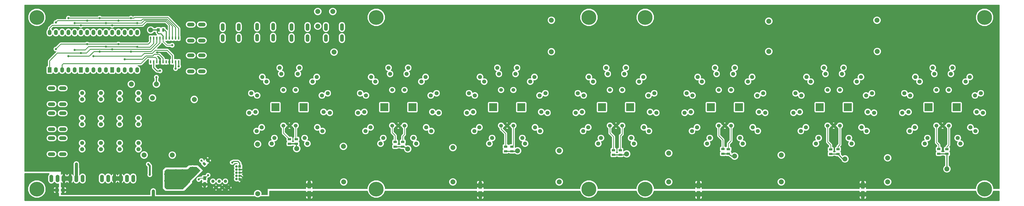
<source format=gtl>
G04 #@! TF.FileFunction,Copper,L1,Top,Signal*
%FSLAX46Y46*%
G04 Gerber Fmt 4.6, Leading zero omitted, Abs format (unit mm)*
G04 Created by KiCad (PCBNEW 4.0.2-4+6225~38~ubuntu15.04.1-stable) date Sa 05 Mär 2016 01:52:21 CET*
%MOMM*%
G01*
G04 APERTURE LIST*
%ADD10C,0.150000*%
%ADD11C,1.676400*%
%ADD12R,0.508000X1.270000*%
%ADD13O,1.524000X3.048000*%
%ADD14R,1.050000X1.050000*%
%ADD15C,1.050000*%
%ADD16R,0.889000X1.397000*%
%ADD17R,1.397000X0.889000*%
%ADD18R,1.501140X2.199640*%
%ADD19O,1.501140X2.199640*%
%ADD20C,1.524000*%
%ADD21R,3.200000X3.200000*%
%ADD22O,3.014980X1.506220*%
%ADD23O,1.506220X3.014980*%
%ADD24R,1.500000X1.250000*%
%ADD25R,1.250000X1.500000*%
%ADD26C,6.000000*%
%ADD27R,1.600200X2.600960*%
%ADD28C,1.320800*%
%ADD29C,0.889000*%
%ADD30C,2.000000*%
%ADD31C,0.600000*%
%ADD32C,0.254000*%
%ADD33C,0.400000*%
%ADD34C,0.512000*%
%ADD35C,0.766000*%
%ADD36C,1.250000*%
%ADD37C,0.200000*%
%ADD38C,0.300000*%
%ADD39C,0.100000*%
G04 APERTURE END LIST*
D10*
D11*
X23964900Y-59232800D03*
X23964900Y-56692800D03*
X31584900Y-59232800D03*
X31584900Y-56692800D03*
X39204900Y-59232800D03*
X39204900Y-56692800D03*
X46824900Y-59232800D03*
X46824900Y-56692800D03*
X23964900Y-46532800D03*
X23964900Y-49072800D03*
X31584900Y-46532800D03*
X31584900Y-49072800D03*
X39204900Y-46532800D03*
X39204900Y-49072800D03*
X46824900Y-46532800D03*
X46824900Y-49072800D03*
X23964900Y-36372800D03*
X23964900Y-38912800D03*
X31584900Y-36372800D03*
X31584900Y-38912800D03*
X39204900Y-36372800D03*
X39204900Y-38912800D03*
X46824900Y-36372800D03*
X46824900Y-38912800D03*
D12*
X63207900Y-14020800D03*
X61937900Y-14020800D03*
X60667900Y-14020800D03*
X59397900Y-14020800D03*
X58127900Y-14020800D03*
X56857900Y-14020800D03*
X55587900Y-14020800D03*
X54317900Y-14020800D03*
X53047900Y-14020800D03*
X51777900Y-14020800D03*
X51777900Y-23672800D03*
X53047900Y-23672800D03*
X54317900Y-23672800D03*
X55587900Y-23672800D03*
X56857900Y-23672800D03*
X58127900Y-23672800D03*
X59397900Y-23672800D03*
X60667900Y-23672800D03*
X61937900Y-23672800D03*
X63207900Y-23672800D03*
D13*
X44704000Y-71120000D03*
X42164000Y-71120000D03*
X39624000Y-71120000D03*
X37084000Y-71120000D03*
X34544000Y-71120000D03*
X32004000Y-71120000D03*
X24168100Y-71145400D03*
X21628100Y-71145400D03*
X19088100Y-71145400D03*
X16548100Y-71145400D03*
X14008100Y-71145400D03*
X11468100Y-71145400D03*
D14*
X87922100Y-66268600D03*
D15*
X87922100Y-67538600D03*
X87922100Y-68808600D03*
X87922100Y-70078600D03*
X87922100Y-71348600D03*
X86652100Y-67538600D03*
X86652100Y-68808600D03*
X86652100Y-70078600D03*
X86652100Y-71348600D03*
X86652100Y-66268600D03*
D11*
X193178251Y-28558169D03*
X192563770Y-26093618D03*
X183430394Y-37335179D03*
X181043575Y-36466447D03*
X182723855Y-44057448D03*
X180208574Y-44410948D03*
X121999945Y-44057448D03*
X124515226Y-44410948D03*
X121293406Y-37335179D03*
X123680225Y-36466447D03*
X117513655Y-31731467D03*
X119213246Y-29843879D03*
X231406145Y-31731467D03*
X229706554Y-29843879D03*
X325766251Y-28558169D03*
X325151770Y-26093618D03*
X319798145Y-31731467D03*
X318098554Y-29843879D03*
X316018394Y-37335179D03*
X313631575Y-36466447D03*
X338493655Y-31731467D03*
X340193246Y-29843879D03*
X315311855Y-44057448D03*
X312796574Y-44410948D03*
X187210145Y-31731467D03*
X185510554Y-29843879D03*
X254587945Y-44057448D03*
X257103226Y-44410948D03*
X332525549Y-28558169D03*
X333140030Y-26093618D03*
X210391945Y-44057448D03*
X212907226Y-44410948D03*
X288329549Y-28558169D03*
X288944030Y-26093618D03*
X281570251Y-28558169D03*
X280955770Y-26093618D03*
X138527855Y-44057448D03*
X136012574Y-44410948D03*
X275602145Y-31731467D03*
X273902554Y-29843879D03*
X271822394Y-37335179D03*
X269435575Y-36466447D03*
X271115855Y-44057448D03*
X268600574Y-44410948D03*
X294297655Y-31731467D03*
X295997246Y-29843879D03*
X209685406Y-37335179D03*
X212072225Y-36466447D03*
X139234394Y-37335179D03*
X136847575Y-36466447D03*
X205905655Y-31731467D03*
X207605246Y-29843879D03*
X199937549Y-28558169D03*
X200552030Y-26093618D03*
X143014145Y-31731467D03*
X141314554Y-29843879D03*
X166195945Y-44057448D03*
X168711226Y-44410948D03*
X165489406Y-37335179D03*
X167876225Y-36466447D03*
X161709655Y-31731467D03*
X163409246Y-29843879D03*
X155741549Y-28558169D03*
X156356030Y-26093618D03*
X148982251Y-28558169D03*
X148367770Y-26093618D03*
X250101655Y-31731467D03*
X251801246Y-29843879D03*
X244133549Y-28558169D03*
X244748030Y-26093618D03*
X253881406Y-37335179D03*
X256268225Y-36466447D03*
X237374251Y-28558169D03*
X236759770Y-26093618D03*
X227626394Y-37335179D03*
X225239575Y-36466447D03*
X226919855Y-44057448D03*
X224404574Y-44410948D03*
X360214394Y-37335179D03*
X357827575Y-36466447D03*
X359507855Y-44057448D03*
X356992574Y-44410948D03*
X298783945Y-44057448D03*
X301299226Y-44410948D03*
X298077406Y-37335179D03*
X300464225Y-36466447D03*
X387175945Y-44057448D03*
X389691226Y-44410948D03*
X386469406Y-37335179D03*
X388856225Y-36466447D03*
X382689655Y-31731467D03*
X384389246Y-29843879D03*
X376721549Y-28558169D03*
X377336030Y-26093618D03*
X369962251Y-28558169D03*
X369347770Y-26093618D03*
X363994145Y-31731467D03*
X362294554Y-29843879D03*
X342273406Y-37335179D03*
X344660225Y-36466447D03*
X342979945Y-44057448D03*
X345495226Y-44410948D03*
X95038394Y-37335179D03*
X92651575Y-36466447D03*
X98818145Y-31731467D03*
X97118554Y-29843879D03*
X104786251Y-28558169D03*
X104171770Y-26093618D03*
X111545549Y-28558169D03*
X112160030Y-26093618D03*
X94331855Y-44057448D03*
X91816574Y-44410948D03*
X115403408Y-56952290D03*
X114289945Y-54669353D03*
X121522771Y-51817535D03*
X119467867Y-50324560D03*
X94809029Y-51817535D03*
X96863933Y-50324560D03*
X100928392Y-56952290D03*
X102041855Y-54669353D03*
X183201029Y-51817535D03*
X185255933Y-50324560D03*
X189320392Y-56952290D03*
X190433855Y-54669353D03*
X321908392Y-56952290D03*
X323021855Y-54669353D03*
X315789029Y-51817535D03*
X317843933Y-50324560D03*
X254110771Y-51817535D03*
X252055867Y-50324560D03*
X271593029Y-51817535D03*
X273647933Y-50324560D03*
X277712392Y-56952290D03*
X278825855Y-54669353D03*
X203795408Y-56952290D03*
X202681945Y-54669353D03*
X209914771Y-51817535D03*
X207859867Y-50324560D03*
X165718771Y-51817535D03*
X163663867Y-50324560D03*
X227397029Y-51817535D03*
X229451933Y-50324560D03*
X233516392Y-56952290D03*
X234629855Y-54669353D03*
X159599408Y-56952290D03*
X158485945Y-54669353D03*
X145124392Y-56952290D03*
X146237855Y-54669353D03*
X359985029Y-51817535D03*
X362039933Y-50324560D03*
X366104392Y-56952290D03*
X367217855Y-54669353D03*
X292187408Y-56952290D03*
X291073945Y-54669353D03*
X298306771Y-51817535D03*
X296251867Y-50324560D03*
X139005029Y-51817535D03*
X141059933Y-50324560D03*
X380579408Y-56952290D03*
X379465945Y-54669353D03*
X386698771Y-51817535D03*
X384643867Y-50324560D03*
X342502771Y-51817535D03*
X340447867Y-50324560D03*
X336383408Y-56952290D03*
X335269945Y-54669353D03*
X247991408Y-56952290D03*
X246877945Y-54669353D03*
D16*
X55016400Y-10718800D03*
X56921400Y-10718800D03*
D17*
X151091900Y-56248300D03*
X151091900Y-58153300D03*
X154139900Y-56248300D03*
X154139900Y-58153300D03*
X330873100Y-59232800D03*
X330873100Y-61137800D03*
X327901300Y-59258200D03*
X327901300Y-61163200D03*
X195922900Y-58153300D03*
X195922900Y-60058300D03*
X198462900Y-58153300D03*
X198462900Y-60058300D03*
X375119900Y-59182000D03*
X375119900Y-61087000D03*
X371817900Y-59156600D03*
X371817900Y-61061600D03*
X239725200Y-59613800D03*
X239725200Y-61518800D03*
X242493800Y-59613800D03*
X242493800Y-61518800D03*
X286372300Y-59169300D03*
X286372300Y-61074300D03*
X284137100Y-59156600D03*
X284137100Y-61061600D03*
X110959900Y-55105300D03*
X110959900Y-57010300D03*
X108165900Y-55105300D03*
X108165900Y-57010300D03*
D18*
X10756900Y-26974800D03*
D19*
X13296900Y-26974800D03*
X15836900Y-26974800D03*
X18376900Y-26974800D03*
X20916900Y-26974800D03*
X20916900Y-11734800D03*
X18376900Y-11734800D03*
X15836900Y-11734800D03*
X13296900Y-11734800D03*
X10756900Y-11734800D03*
D18*
X23456900Y-26974800D03*
D19*
X25996900Y-26974800D03*
X28536900Y-26974800D03*
X31076900Y-26974800D03*
X33616900Y-26974800D03*
X33616900Y-11734800D03*
X31076900Y-11734800D03*
X28536900Y-11734800D03*
X25996900Y-11734800D03*
X23456900Y-11734800D03*
D18*
X36156900Y-26974800D03*
D19*
X38696900Y-26974800D03*
X41236900Y-26974800D03*
X43776900Y-26974800D03*
X46316900Y-26974800D03*
X46316900Y-11734800D03*
X43776900Y-11734800D03*
X41236900Y-11734800D03*
X38696900Y-11734800D03*
X36156900Y-11734800D03*
D20*
X105665900Y-49613200D03*
X108165900Y-49613200D03*
X110665900Y-49613200D03*
X110665900Y-35113200D03*
X105665900Y-35113200D03*
D21*
X102465900Y-42113200D03*
X113865900Y-42113200D03*
D20*
X149861900Y-49613200D03*
X152361900Y-49613200D03*
X154861900Y-49613200D03*
X154861900Y-35113200D03*
X149861900Y-35113200D03*
D21*
X146661900Y-42113200D03*
X158061900Y-42113200D03*
D20*
X194057900Y-49613200D03*
X196557900Y-49613200D03*
X199057900Y-49613200D03*
X199057900Y-35113200D03*
X194057900Y-35113200D03*
D21*
X190857900Y-42113200D03*
X202257900Y-42113200D03*
D20*
X238253900Y-49613200D03*
X240753900Y-49613200D03*
X243253900Y-49613200D03*
X243253900Y-35113200D03*
X238253900Y-35113200D03*
D21*
X235053900Y-42113200D03*
X246453900Y-42113200D03*
D20*
X282449900Y-49613200D03*
X284949900Y-49613200D03*
X287449900Y-49613200D03*
X287449900Y-35113200D03*
X282449900Y-35113200D03*
D21*
X279249900Y-42113200D03*
X290649900Y-42113200D03*
D20*
X326645900Y-49613200D03*
X329145900Y-49613200D03*
X331645900Y-49613200D03*
X331645900Y-35113200D03*
X326645900Y-35113200D03*
D21*
X323445900Y-42113200D03*
X334845900Y-42113200D03*
D20*
X370841900Y-49613200D03*
X373341900Y-49613200D03*
X375841900Y-49613200D03*
X375841900Y-35113200D03*
X370841900Y-35113200D03*
D21*
X367641900Y-42113200D03*
X379041900Y-42113200D03*
D22*
X68072000Y-27556460D03*
X68072000Y-21059140D03*
X72567800Y-27556460D03*
X72567800Y-21059140D03*
X68072000Y-14983460D03*
X68072000Y-8486140D03*
X72567800Y-14983460D03*
X72567800Y-8486140D03*
D23*
X95011240Y-9359900D03*
X101508560Y-9359900D03*
X95011240Y-13855700D03*
X101508560Y-13855700D03*
X81041240Y-9486900D03*
X87538560Y-9486900D03*
X81041240Y-13982700D03*
X87538560Y-13982700D03*
X122951240Y-9486900D03*
X129448560Y-9486900D03*
X122951240Y-13982700D03*
X129448560Y-13982700D03*
X108981240Y-9486900D03*
X115478560Y-9486900D03*
X108981240Y-13982700D03*
X115478560Y-13982700D03*
D22*
X11557000Y-40891460D03*
X11557000Y-34394140D03*
X16052800Y-40891460D03*
X16052800Y-34394140D03*
X11557000Y-51051460D03*
X11557000Y-44554140D03*
X16052800Y-51051460D03*
X16052800Y-44554140D03*
X11557000Y-61211460D03*
X11557000Y-54714140D03*
X16052800Y-61211460D03*
X16052800Y-54714140D03*
D24*
X16223300Y-75857100D03*
X13723300Y-75857100D03*
D25*
X73723500Y-73513000D03*
X73723500Y-71013000D03*
D26*
X229743000Y-75438000D03*
X229743000Y-5588000D03*
D10*
G36*
X74913719Y-62949898D02*
X75797602Y-63833781D01*
X75090495Y-64540888D01*
X74206612Y-63657005D01*
X74913719Y-62949898D01*
X74913719Y-62949898D01*
G37*
G36*
X73499505Y-64364112D02*
X74383388Y-65247995D01*
X73676281Y-65955102D01*
X72792398Y-65071219D01*
X73499505Y-64364112D01*
X73499505Y-64364112D01*
G37*
D27*
X340969600Y-77556360D03*
X340969600Y-73954640D03*
X185623200Y-77569060D03*
X185623200Y-73967340D03*
X274256500Y-77543660D03*
X274256500Y-73941940D03*
D26*
X5588000Y-75438000D03*
X390398000Y-75438000D03*
X5588000Y-5588000D03*
X252603000Y-5588000D03*
X390398000Y-5588000D03*
X252603000Y-75438000D03*
X143383000Y-5588000D03*
X143383000Y-75438000D03*
D27*
X116179600Y-77492860D03*
X116179600Y-73891140D03*
D28*
X83388200Y-74828400D03*
X82118200Y-72288400D03*
X80848200Y-74828400D03*
X79578200Y-72288400D03*
X78308200Y-74828400D03*
X77038200Y-72288400D03*
D29*
X75082400Y-69799200D03*
X71272400Y-71526400D03*
X84886800Y-64617600D03*
X4826000Y-69850000D03*
X12255500Y-78841600D03*
X10668000Y-76771500D03*
X10668000Y-75171300D03*
X3098800Y-70713600D03*
X50800000Y-65341500D03*
D30*
X200748900Y-59867800D03*
X200875900Y-77520800D03*
X245071900Y-77393800D03*
X245071900Y-61137800D03*
X375119900Y-77393800D03*
X375119900Y-67233800D03*
X333590900Y-77520800D03*
X333717900Y-63169800D03*
X289013900Y-77393800D03*
X288886900Y-62026800D03*
X156171900Y-77520800D03*
X156171900Y-59105800D03*
X111086900Y-58978800D03*
X111086900Y-77520800D03*
X302768000Y-7112000D03*
X302768000Y-19431000D03*
X346710000Y-6731000D03*
X346837000Y-19431000D03*
X214503000Y-6731000D03*
X214503000Y-19558000D03*
X126238000Y-19685000D03*
X125730000Y-3175000D03*
X43929300Y-32740600D03*
X69481700Y-38963600D03*
X52539900Y-38354000D03*
X60579000Y-61595000D03*
X49115980Y-61589920D03*
D29*
X54102000Y-29921200D03*
D30*
X54102000Y-32740600D03*
X119634000Y-3175000D03*
X119634000Y-9144000D03*
D29*
X51435000Y-69596000D03*
X52832000Y-76200000D03*
X60502800Y-16916400D03*
D30*
X351028000Y-72517000D03*
X351028000Y-62738000D03*
X307848000Y-72517000D03*
X307848000Y-61595000D03*
X262128000Y-72517000D03*
X262128000Y-60833000D03*
X217678000Y-72517000D03*
X217678000Y-59817000D03*
X130175000Y-72517000D03*
X130048000Y-58039000D03*
X174498000Y-58547000D03*
X174498000Y-72517000D03*
X95250000Y-77292200D03*
X95186500Y-57150000D03*
X51777900Y-10718800D03*
D29*
X83261200Y-65430400D03*
X84937600Y-45364400D03*
X166204900Y-18719800D03*
X141884400Y-22961600D03*
X109778800Y-67919600D03*
X148437600Y-67818000D03*
X193802000Y-68072000D03*
X240131600Y-67868800D03*
X285038800Y-67919600D03*
X325323200Y-67919600D03*
X370840000Y-67716400D03*
X384352800Y-67919600D03*
X96266000Y-74726800D03*
X60452000Y-32410400D03*
X54508400Y-19812000D03*
X57912000Y-21183600D03*
X61925200Y-65836800D03*
X69850000Y-74726800D03*
X73812400Y-74930000D03*
X86715600Y-62788800D03*
D31*
X71501000Y-53340000D03*
D29*
X74523600Y-54267100D03*
X53340000Y-68580000D03*
X53086000Y-74168000D03*
X55587900Y-25577800D03*
D31*
X51689000Y-30924500D03*
X51689000Y-34607500D03*
D29*
X66243200Y-62890400D03*
X57556400Y-49580800D03*
X63246000Y-57086500D03*
X61404500Y-50292000D03*
X52197000Y-52578000D03*
X54203600Y-63652400D03*
X53441600Y-60401200D03*
X54038500Y-44704000D03*
X70345300Y-46990000D03*
X66840100Y-41084500D03*
X62801500Y-49339500D03*
X67513200Y-46596300D03*
X48704500Y-37719000D03*
X6731000Y-12319000D03*
X6731000Y-28067000D03*
X33528000Y-63754000D03*
X29629100Y-71615300D03*
X26670000Y-71628000D03*
X70269100Y-35255200D03*
X202399900Y-5740400D03*
X7747000Y-57950100D03*
X289242500Y-6134100D03*
X73596500Y-57785000D03*
X44919900Y-34848800D03*
X22567900Y-33832800D03*
X367880900Y-10337800D03*
X365506000Y-16510000D03*
X361569000Y-13335000D03*
X355307900Y-12623800D03*
X358609900Y-12623800D03*
X134112000Y-4826000D03*
X97663000Y-5207000D03*
X63119000Y-5080000D03*
X65913000Y-18034000D03*
X76962000Y-22352000D03*
X323469000Y-13462000D03*
X319659000Y-13462000D03*
X263613900Y-13258800D03*
X47117000Y-65786000D03*
X263867900Y-18973800D03*
X228727000Y-23114000D03*
X260184900Y-18846800D03*
X320001900Y-18592800D03*
X323049900Y-18592800D03*
X308190900Y-19227800D03*
X316865000Y-23114000D03*
X310642000Y-20574000D03*
X260311900Y-13258800D03*
X81534000Y-48387000D03*
X98044000Y-58166000D03*
X92710000Y-49276000D03*
X220726000Y-19304000D03*
X354901500Y-20383500D03*
X359918000Y-23241000D03*
X205740000Y-22987000D03*
X208661000Y-20828000D03*
X222504000Y-20447000D03*
X218948000Y-34036000D03*
X129921000Y-33655000D03*
X293624000Y-23114000D03*
X307086000Y-33782000D03*
X351536000Y-33782000D03*
X394462000Y-65532000D03*
X394081000Y-34671000D03*
X394970000Y-11430000D03*
X374142000Y-14986000D03*
X352933000Y-20193000D03*
X341249000Y-13335000D03*
X341249000Y-19685000D03*
X297942000Y-20066000D03*
X131419600Y-19304000D03*
X133350000Y-13716000D03*
X133477000Y-55118000D03*
X130175000Y-46609000D03*
X177292000Y-55499000D03*
X174752000Y-46355000D03*
X219925900Y-54787800D03*
X217805000Y-46482000D03*
X265303000Y-55880000D03*
X262509000Y-46736000D03*
X310349900Y-54660800D03*
X308102000Y-46736000D03*
X354711000Y-55118000D03*
X351155000Y-46863000D03*
X120040400Y-23266400D03*
X120396000Y-20320000D03*
X76708000Y-60350400D03*
X61087000Y-58864500D03*
X75539600Y-65951100D03*
X78402180Y-63068200D03*
X70746620Y-63154560D03*
X78587600Y-60286900D03*
X71056500Y-60045600D03*
X57442100Y-8788400D03*
X54876700Y-34975800D03*
X59004200Y-37084000D03*
X142113000Y-14224000D03*
X139280900Y-13258800D03*
X166458900Y-14020800D03*
X169633900Y-18846800D03*
X169760900Y-13385800D03*
X6985000Y-39243000D03*
X5588000Y-32258000D03*
X8763000Y-42672000D03*
X6985000Y-49276000D03*
X113411000Y-16129000D03*
X72390000Y-63881000D03*
X55587900Y-27330400D03*
X61899800Y-26441400D03*
X63195200Y-25501600D03*
X18376900Y-5892800D03*
X31076900Y-5892800D03*
X43776900Y-5892800D03*
X13296900Y-7670800D03*
X25996900Y-6908800D03*
X38696900Y-6908800D03*
X20916900Y-7924800D03*
X33616900Y-7924800D03*
X46316900Y-7924800D03*
X23456900Y-8813800D03*
X36156900Y-8813800D03*
X18376900Y-21386800D03*
X31076900Y-19481800D03*
X43776900Y-19481800D03*
X23456900Y-20116800D03*
X36156900Y-18592800D03*
X20916900Y-18846800D03*
X33616900Y-17449800D03*
X46316900Y-17576800D03*
X13296900Y-18465800D03*
X25996900Y-16433800D03*
X38696900Y-16433800D03*
X41236900Y-22656800D03*
X28536900Y-21386800D03*
X21615400Y-65227200D03*
D31*
X66230500Y-73850500D03*
X64770000Y-75311000D03*
X62293500Y-75311000D03*
X60134500Y-75311000D03*
X57848500Y-74866500D03*
X57531000Y-72072500D03*
X57531000Y-69405500D03*
X58864500Y-67564000D03*
X62039500Y-67564000D03*
X64668400Y-67564000D03*
X66929000Y-67564000D03*
X59309000Y-69850000D03*
X65214500Y-73596500D03*
X67437000Y-72263000D03*
X68929250Y-70707250D03*
X68834000Y-66548000D03*
X70993000Y-68643500D03*
D32*
X73723500Y-71013000D02*
X73868600Y-71013000D01*
X73868600Y-71013000D02*
X75082400Y-69799200D01*
X71785800Y-71013000D02*
X73723500Y-71013000D01*
X71272400Y-71526400D02*
X71785800Y-71013000D01*
D33*
X87922100Y-66268600D02*
X87922100Y-64909700D01*
X85344000Y-64160400D02*
X84886800Y-64617600D01*
X87172800Y-64160400D02*
X85344000Y-64160400D01*
X87922100Y-64909700D02*
X87172800Y-64160400D01*
D32*
X3098800Y-70713600D02*
X3962400Y-70713600D01*
X3962400Y-70713600D02*
X4826000Y-69850000D01*
D34*
X108165900Y-57010300D02*
X110959900Y-57010300D01*
D33*
X73373300Y-70662800D02*
X73723500Y-71013000D01*
X12014200Y-77190600D02*
X12255500Y-78841600D01*
X10668000Y-76771500D02*
X12014200Y-77190600D01*
X10617200Y-73914000D02*
X10668000Y-75171300D01*
X7340600Y-70637400D02*
X10617200Y-73914000D01*
X3175000Y-70637400D02*
X7340600Y-70637400D01*
X3098800Y-70713600D02*
X3175000Y-70637400D01*
D34*
X60662500Y-61678500D02*
X60579000Y-61595000D01*
D33*
X198462900Y-60058300D02*
X200558400Y-60058300D01*
X200558400Y-60058300D02*
X200748900Y-59867800D01*
X242493800Y-61518800D02*
X244690900Y-61518800D01*
X244690900Y-61518800D02*
X245071900Y-61137800D01*
X375119900Y-61087000D02*
X375119900Y-67233800D01*
X371817900Y-61061600D02*
X375094500Y-61061600D01*
X375094500Y-61061600D02*
X375119900Y-61087000D01*
X327901300Y-61163200D02*
X330847700Y-61163200D01*
X332854300Y-63169800D02*
X333717900Y-63169800D01*
X330847700Y-61163200D02*
X332854300Y-63169800D01*
X284137100Y-61061600D02*
X286359600Y-61061600D01*
X287616900Y-62026800D02*
X288886900Y-62026800D01*
X286359600Y-61061600D02*
X287616900Y-62026800D01*
X239725200Y-61518800D02*
X242493800Y-61518800D01*
X195922900Y-60058300D02*
X198462900Y-60058300D01*
X154139900Y-58153300D02*
X154584400Y-58153300D01*
X154584400Y-58153300D02*
X156171900Y-59105800D01*
X151091900Y-58153300D02*
X154139900Y-58153300D01*
X110959900Y-57010300D02*
X110959900Y-58851800D01*
X110959900Y-58851800D02*
X111086900Y-58978800D01*
D34*
X54102000Y-32740600D02*
X54102000Y-29921200D01*
D35*
X51435000Y-65976500D02*
X50800000Y-65341500D01*
X51435000Y-69596000D02*
X51435000Y-65976500D01*
D36*
X52806600Y-76225400D02*
X52806600Y-79298800D01*
X52832000Y-76200000D02*
X52806600Y-76225400D01*
D32*
X56857900Y-14020800D02*
X56857900Y-15405100D01*
X58369200Y-16916400D02*
X60502800Y-16916400D01*
X56857900Y-15405100D02*
X58369200Y-16916400D01*
D34*
X55016400Y-10718800D02*
X51777900Y-10718800D01*
D33*
X56857900Y-14020800D02*
X56857900Y-13131800D01*
X54952900Y-10718800D02*
X55016400Y-10718800D01*
X54444900Y-10210800D02*
X54952900Y-10718800D01*
X54444900Y-11734800D02*
X54444900Y-10210800D01*
X54952900Y-12242800D02*
X54444900Y-11734800D01*
X55968900Y-12242800D02*
X54952900Y-12242800D01*
X56857900Y-13131800D02*
X55968900Y-12242800D01*
D34*
X83261200Y-65430400D02*
X83312000Y-64262000D01*
X83693000Y-63881000D02*
X83693000Y-63373000D01*
X83312000Y-64262000D02*
X83693000Y-63881000D01*
X83261200Y-65430400D02*
X84594700Y-66725800D01*
X84594700Y-66725800D02*
X84594700Y-73411080D01*
X84594700Y-73411080D02*
X83562190Y-74443590D01*
X83562190Y-74443590D02*
X83532980Y-74472800D01*
D36*
X83562190Y-74443590D02*
X82292190Y-74443590D01*
X82292190Y-74443590D02*
X82262980Y-74472800D01*
D37*
X166204900Y-18719800D02*
X146126200Y-18719800D01*
D32*
X169633900Y-18846800D02*
X166204900Y-18719800D01*
D37*
X146126200Y-18719800D02*
X141884400Y-22961600D01*
X148336000Y-67919600D02*
X109778800Y-67919600D01*
X148437600Y-67818000D02*
X148336000Y-67919600D01*
X239928400Y-68072000D02*
X193802000Y-68072000D01*
X240131600Y-67868800D02*
X239928400Y-68072000D01*
X285089600Y-67970400D02*
X285038800Y-67919600D01*
X325272400Y-67970400D02*
X285089600Y-67970400D01*
X325323200Y-67919600D02*
X325272400Y-67970400D01*
X373024400Y-69900800D02*
X370840000Y-67716400D01*
X378155200Y-69900800D02*
X373024400Y-69900800D01*
X380034800Y-68021200D02*
X378155200Y-69900800D01*
X384251200Y-68021200D02*
X380034800Y-68021200D01*
X384352800Y-67919600D02*
X384251200Y-68021200D01*
X87922100Y-71348600D02*
X89535000Y-71348600D01*
X92913200Y-74726800D02*
X96266000Y-74726800D01*
X89535000Y-71348600D02*
X92913200Y-74726800D01*
D32*
X59397900Y-23672800D02*
X59397900Y-22669500D01*
X59397900Y-22669500D02*
X57912000Y-21183600D01*
X69850000Y-74726800D02*
X71063800Y-73513000D01*
X71063800Y-73513000D02*
X72395400Y-73513000D01*
X72395400Y-73513000D02*
X73812400Y-74930000D01*
X72555100Y-54267100D02*
X71501000Y-53340000D01*
X74523600Y-54267100D02*
X72555100Y-54267100D01*
D34*
X87922100Y-71348600D02*
X89052400Y-71348600D01*
X88493600Y-70078600D02*
X89408000Y-70993000D01*
X88493600Y-70078600D02*
X87922100Y-70078600D01*
X89052400Y-71348600D02*
X89408000Y-70993000D01*
X87922100Y-68808600D02*
X89052400Y-68808600D01*
X89052400Y-68808600D02*
X89408000Y-68453000D01*
X87922100Y-67538600D02*
X89128600Y-67538600D01*
X89128600Y-67538600D02*
X89408000Y-67818000D01*
D32*
X53340000Y-73914000D02*
X53340000Y-68580000D01*
X53086000Y-74168000D02*
X53340000Y-73914000D01*
X52885340Y-28270200D02*
X52885340Y-29969460D01*
X52885340Y-29969460D02*
X50685700Y-32169100D01*
X50685700Y-32169100D02*
X50685700Y-40132000D01*
X50685700Y-40132000D02*
X54419500Y-43903900D01*
X54419500Y-43903900D02*
X54419500Y-44005500D01*
X56870600Y-25577800D02*
X57721500Y-26428700D01*
X57721500Y-26428700D02*
X57721500Y-28562300D01*
X57721500Y-28562300D02*
X57337960Y-28945840D01*
X55587900Y-25577800D02*
X56870600Y-25577800D01*
D37*
X51841400Y-30505400D02*
X51689000Y-30924500D01*
X51841400Y-34455100D02*
X51841400Y-30505400D01*
X51689000Y-34607500D02*
X51841400Y-34455100D01*
X61087000Y-58864500D02*
X61849000Y-58864500D01*
X61849000Y-58864500D02*
X66243200Y-62890400D01*
X54038500Y-44704000D02*
X54038500Y-45720000D01*
X54038500Y-45720000D02*
X57556400Y-49580800D01*
X58229500Y-46418500D02*
X58229500Y-47117000D01*
X58229500Y-47117000D02*
X61404500Y-50292000D01*
X52197000Y-52578000D02*
X59436000Y-48158400D01*
X58229500Y-46418500D02*
X59436000Y-48158400D01*
X61087000Y-58864500D02*
X59436000Y-58928000D01*
X54660800Y-63195200D02*
X54203600Y-63652400D01*
X53441600Y-60401200D02*
X53340000Y-60299600D01*
X53340000Y-60299600D02*
X53340000Y-54254400D01*
X53340000Y-54254400D02*
X52197000Y-52578000D01*
X57861200Y-63195200D02*
X54660800Y-63195200D01*
X57861200Y-60502800D02*
X57861200Y-63195200D01*
X59436000Y-58928000D02*
X57861200Y-60502800D01*
X61087000Y-58864500D02*
X60515500Y-51790600D01*
X60515500Y-51790600D02*
X62801500Y-49339500D01*
X54813200Y-45351700D02*
X52197000Y-52578000D01*
X54038500Y-44704000D02*
X54813200Y-45351700D01*
D34*
X66840100Y-41084500D02*
X67284600Y-41084500D01*
X70345300Y-44145200D02*
X70345300Y-46990000D01*
X67284600Y-41084500D02*
X70345300Y-44145200D01*
D32*
X67513200Y-46596300D02*
X65709800Y-46596300D01*
X65709800Y-46596300D02*
X62801500Y-49339500D01*
X48704500Y-37719000D02*
X48704500Y-37731700D01*
X52885340Y-28270200D02*
X48818800Y-28270200D01*
X12827000Y-4826000D02*
X14859000Y-4826000D01*
X7366000Y-10287000D02*
X12827000Y-4826000D01*
X7366000Y-11684000D02*
X7366000Y-10287000D01*
X6731000Y-12319000D02*
X7366000Y-11684000D01*
X8255000Y-29591000D02*
X6731000Y-28067000D01*
X47498000Y-29591000D02*
X8255000Y-29591000D01*
X48818800Y-28270200D02*
X47498000Y-29591000D01*
D34*
X55308500Y-28575000D02*
X55745380Y-28945840D01*
X55745380Y-28945840D02*
X57337960Y-28945840D01*
X52885340Y-28270200D02*
X53063140Y-28448000D01*
X53063140Y-28448000D02*
X55308500Y-28575000D01*
D33*
X114554000Y-7366000D02*
X116789200Y-6908800D01*
D36*
X37084000Y-71120000D02*
X37084000Y-67310000D01*
X37084000Y-67310000D02*
X33528000Y-63754000D01*
X19088100Y-71145400D02*
X19088100Y-74091800D01*
X39928800Y-74358500D02*
X40157400Y-74129900D01*
X32194500Y-74358500D02*
X39928800Y-74358500D01*
X31965900Y-74129900D02*
X32194500Y-74358500D01*
X29845000Y-74041000D02*
X31965900Y-74129900D01*
X29629100Y-71615300D02*
X29845000Y-74041000D01*
X26670000Y-73279000D02*
X26670000Y-71628000D01*
X26352500Y-74155300D02*
X26670000Y-73279000D01*
X19151600Y-74155300D02*
X26352500Y-74155300D01*
X19088100Y-74091800D02*
X19151600Y-74155300D01*
D34*
X110350300Y-4572000D02*
X110350300Y-5105400D01*
X100926900Y-5207000D02*
X97663000Y-5207000D01*
X102664260Y-6944360D02*
X100926900Y-5207000D01*
X108511340Y-6944360D02*
X102664260Y-6944360D01*
X110350300Y-5105400D02*
X108511340Y-6944360D01*
D32*
X41236900Y-33959800D02*
X44919900Y-34848800D01*
X22694900Y-33959800D02*
X41236900Y-33959800D01*
X22567900Y-33832800D02*
X22694900Y-33959800D01*
X379056900Y-11430000D02*
X378371100Y-11430000D01*
X377278900Y-10337800D02*
X367880900Y-10337800D01*
X378371100Y-11430000D02*
X377278900Y-10337800D01*
X365506000Y-16510000D02*
X362458000Y-13462000D01*
X362458000Y-13462000D02*
X361569000Y-13335000D01*
X358609900Y-12623800D02*
X355307900Y-12623800D01*
X73787000Y-18034000D02*
X76327000Y-18034000D01*
X133096000Y-5842000D02*
X134112000Y-4826000D01*
X115062000Y-5842000D02*
X133096000Y-5842000D01*
X113792000Y-4572000D02*
X115062000Y-5842000D01*
X110350300Y-4572000D02*
X113792000Y-4572000D01*
X75311000Y-5080000D02*
X63119000Y-5080000D01*
X76962000Y-6731000D02*
X75311000Y-5080000D01*
X76962000Y-17399000D02*
X76962000Y-6731000D01*
X76327000Y-18034000D02*
X76962000Y-17399000D01*
X74168000Y-18034000D02*
X73787000Y-18034000D01*
X73787000Y-18034000D02*
X65913000Y-18034000D01*
X77089000Y-20955000D02*
X74168000Y-18034000D01*
X77089000Y-22225000D02*
X77089000Y-20955000D01*
X76962000Y-22352000D02*
X77089000Y-22225000D01*
X260311900Y-13258800D02*
X263613900Y-13258800D01*
X319659000Y-13462000D02*
X323469000Y-13462000D01*
X47117000Y-65786000D02*
X47053500Y-65849500D01*
X263613900Y-13131800D02*
X263613900Y-18719800D01*
X263613900Y-18719800D02*
X263867900Y-18973800D01*
X260311900Y-13258800D02*
X259549900Y-18211800D01*
X226060000Y-20447000D02*
X228727000Y-23114000D01*
X226060000Y-20447000D02*
X222504000Y-20447000D01*
X259549900Y-18211800D02*
X260184900Y-18846800D01*
X320001900Y-18592800D02*
X320001900Y-18592800D01*
X320001900Y-18592800D02*
X323049900Y-18592800D01*
X313182000Y-23114000D02*
X316865000Y-23114000D01*
X310642000Y-20574000D02*
X313182000Y-23114000D01*
X263613900Y-13131800D02*
X263359900Y-13385800D01*
X263359900Y-13385800D02*
X260311900Y-13258800D01*
X81534000Y-48387000D02*
X91821000Y-48387000D01*
X91821000Y-48387000D02*
X92710000Y-49276000D01*
X222504000Y-20447000D02*
X221869000Y-20447000D01*
X221869000Y-20447000D02*
X220726000Y-19304000D01*
X359918000Y-23241000D02*
X357632000Y-23114000D01*
X357632000Y-23114000D02*
X354901500Y-20383500D01*
X206502000Y-22987000D02*
X205740000Y-22987000D01*
X208661000Y-20828000D02*
X206502000Y-22987000D01*
X222504000Y-20447000D02*
X222504000Y-21844000D01*
X222504000Y-21844000D02*
X222631000Y-21971000D01*
X222758000Y-20193000D02*
X230505000Y-20193000D01*
X222504000Y-20447000D02*
X222758000Y-20193000D01*
X130175000Y-33909000D02*
X130175000Y-46609000D01*
X129921000Y-33655000D02*
X130175000Y-33909000D01*
X297942000Y-20066000D02*
X296672000Y-20066000D01*
X296672000Y-20066000D02*
X293624000Y-23114000D01*
X351155000Y-34163000D02*
X351155000Y-46863000D01*
X351536000Y-33782000D02*
X351155000Y-34163000D01*
X394462000Y-65532000D02*
X394081000Y-65151000D01*
X394081000Y-65151000D02*
X394081000Y-34671000D01*
X377698000Y-11430000D02*
X379056900Y-11430000D01*
X379056900Y-11430000D02*
X394970000Y-11430000D01*
X374142000Y-14986000D02*
X377698000Y-11430000D01*
X341249000Y-19685000D02*
X341249000Y-13335000D01*
D33*
X133096000Y-13970000D02*
X133350000Y-13716000D01*
X132969000Y-13970000D02*
X133096000Y-13970000D01*
X132461000Y-14478000D02*
X132969000Y-13970000D01*
X131419600Y-19304000D02*
X132461000Y-14478000D01*
D34*
X133477000Y-49911000D02*
X133477000Y-55118000D01*
X130175000Y-46609000D02*
X133477000Y-49911000D01*
X177292000Y-48895000D02*
X177292000Y-55499000D01*
X174752000Y-46355000D02*
X177292000Y-48895000D01*
X220853000Y-49530000D02*
X219925900Y-54787800D01*
X217805000Y-46482000D02*
X220853000Y-49530000D01*
X265303000Y-49530000D02*
X265303000Y-55880000D01*
X262509000Y-46736000D02*
X265303000Y-49530000D01*
X310769000Y-49403000D02*
X310349900Y-54660800D01*
X308102000Y-46736000D02*
X310769000Y-49403000D01*
X353187000Y-53594000D02*
X354711000Y-55118000D01*
X353187000Y-48895000D02*
X353187000Y-53594000D01*
X351155000Y-46863000D02*
X353187000Y-48895000D01*
D32*
X119214900Y-21132800D02*
X120040400Y-23266400D01*
X120396000Y-20320000D02*
X119214900Y-21132800D01*
D34*
X57337960Y-28945840D02*
X57350660Y-28945840D01*
D32*
X75539600Y-65951100D02*
X75539600Y-65930780D01*
X75539600Y-65930780D02*
X78402180Y-63068200D01*
D33*
X76708000Y-60350400D02*
X71361300Y-60350400D01*
X76771500Y-60286900D02*
X76708000Y-60350400D01*
X78587600Y-60286900D02*
X76771500Y-60286900D01*
X71361300Y-60350400D02*
X71056500Y-60045600D01*
X55587900Y-23672800D02*
X55587900Y-25412700D01*
X59385200Y-23685500D02*
X59397900Y-23672800D01*
X59385200Y-25412700D02*
X59385200Y-23685500D01*
X58851800Y-25946100D02*
X59385200Y-25412700D01*
X56121300Y-25946100D02*
X58851800Y-25946100D01*
X55587900Y-25412700D02*
X56121300Y-25946100D01*
D32*
X142113000Y-14224000D02*
X141859000Y-13970000D01*
X141859000Y-13970000D02*
X139280900Y-13258800D01*
X169760900Y-13385800D02*
X166712900Y-13766800D01*
X166712900Y-13766800D02*
X166458900Y-14020800D01*
X169506900Y-13639800D02*
X169633900Y-18846800D01*
X169760900Y-13385800D02*
X169506900Y-13639800D01*
X5588000Y-32258000D02*
X5588000Y-35941000D01*
X6985000Y-37338000D02*
X6985000Y-39243000D01*
X5588000Y-35941000D02*
X6985000Y-37338000D01*
X5588000Y-32258000D02*
X8763000Y-35433000D01*
X8763000Y-35433000D02*
X8763000Y-42672000D01*
D33*
X113538000Y-8890000D02*
X114554000Y-7366000D01*
X113538000Y-9271000D02*
X113538000Y-8890000D01*
X113411000Y-9398000D02*
X113538000Y-9271000D01*
X113411000Y-16129000D02*
X113411000Y-9398000D01*
D37*
X72390000Y-63881000D02*
X73621481Y-65112481D01*
X73621481Y-65112481D02*
X73621481Y-65126019D01*
D33*
X56921400Y-10718800D02*
X57492900Y-10718800D01*
X58127900Y-11353800D02*
X57492900Y-10718800D01*
X58127900Y-11353800D02*
X58127900Y-14020800D01*
D32*
X105665900Y-49613200D02*
X105665900Y-52605300D01*
X105665900Y-52605300D02*
X108165900Y-55105300D01*
X110665900Y-49613200D02*
X110665900Y-54811300D01*
D38*
X110665900Y-54811300D02*
X110959900Y-55105300D01*
D32*
X149861900Y-49613200D02*
X149861900Y-52414800D01*
X151091900Y-53644800D02*
X151091900Y-56248300D01*
X149861900Y-52414800D02*
X151091900Y-53644800D01*
X154139900Y-56248300D02*
X154139900Y-53898800D01*
X154861900Y-53176800D02*
X154861900Y-49613200D01*
X154139900Y-53898800D02*
X154861900Y-53176800D01*
X282449900Y-49613200D02*
X282449900Y-53684800D01*
X284137100Y-55372000D02*
X284137100Y-59156600D01*
X282449900Y-53684800D02*
X284137100Y-55372000D01*
X286372300Y-59169300D02*
X286372300Y-56921400D01*
X287449900Y-55843800D02*
X287449900Y-49613200D01*
X286372300Y-56921400D02*
X287449900Y-55843800D01*
X326645900Y-49613200D02*
X326645900Y-56224800D01*
X327901300Y-57480200D02*
X327901300Y-59258200D01*
X326645900Y-56224800D02*
X327901300Y-57480200D01*
X331645900Y-49613200D02*
X331645900Y-57367800D01*
X330873100Y-58140600D02*
X330873100Y-59232800D01*
X331645900Y-57367800D02*
X330873100Y-58140600D01*
X370841900Y-49613200D02*
X370841900Y-56478800D01*
X371817900Y-57454800D02*
X371817900Y-59156600D01*
X370841900Y-56478800D02*
X371817900Y-57454800D01*
X375119900Y-59182000D02*
X375119900Y-58216800D01*
X375841900Y-57494800D02*
X375841900Y-49613200D01*
X375119900Y-58216800D02*
X375841900Y-57494800D01*
X195922900Y-58153300D02*
X195922900Y-52882800D01*
X194057900Y-51017800D02*
X194057900Y-49613200D01*
X195922900Y-52882800D02*
X194057900Y-51017800D01*
X199057900Y-49613200D02*
X199057900Y-57558300D01*
X199057900Y-57558300D02*
X198462900Y-58153300D01*
X239725200Y-59613800D02*
X239725200Y-54089300D01*
X238253900Y-52618000D02*
X238253900Y-49613200D01*
X239725200Y-54089300D02*
X238253900Y-52618000D01*
X242493800Y-59613800D02*
X242493800Y-53797200D01*
X243253900Y-53037100D02*
X243253900Y-49613200D01*
X242493800Y-53797200D02*
X243253900Y-53037100D01*
D33*
X53047900Y-26009600D02*
X53047900Y-23672800D01*
X54394100Y-27355800D02*
X53047900Y-26009600D01*
X55562500Y-27355800D02*
X54394100Y-27355800D01*
X55587900Y-27330400D02*
X55562500Y-27355800D01*
X61937900Y-26403300D02*
X61937900Y-23672800D01*
X61899800Y-26441400D02*
X61937900Y-26403300D01*
X63207900Y-25488900D02*
X63207900Y-23672800D01*
X63195200Y-25501600D02*
X63207900Y-25488900D01*
D38*
X31076900Y-5892800D02*
X18376900Y-5892800D01*
X43776900Y-5892800D02*
X31076900Y-5892800D01*
X63207900Y-14020800D02*
X63207900Y-10083800D01*
X45046900Y-5892800D02*
X43776900Y-5892800D01*
X45300900Y-5638800D02*
X45046900Y-5892800D01*
X58762900Y-5638800D02*
X45300900Y-5638800D01*
X63207900Y-10083800D02*
X58762900Y-5638800D01*
X25996900Y-6908800D02*
X14058900Y-6908800D01*
X14058900Y-6908800D02*
X13296900Y-7670800D01*
X38696900Y-6908800D02*
X25996900Y-6908800D01*
X61937900Y-14020800D02*
X61937900Y-9702800D01*
X47967900Y-6908800D02*
X38696900Y-6908800D01*
X48602900Y-6273800D02*
X47967900Y-6908800D01*
X58508900Y-6273800D02*
X48602900Y-6273800D01*
X61937900Y-9702800D02*
X58508900Y-6273800D01*
X58208008Y-6789798D02*
X58262898Y-6789798D01*
X58208008Y-6789798D02*
X49229902Y-6789798D01*
X49229902Y-6789798D02*
X48094900Y-7924800D01*
D32*
X46316900Y-7924800D02*
X48094900Y-7924800D01*
D38*
X60667900Y-9249690D02*
X60667900Y-14020800D01*
X60667900Y-9194800D02*
X60667900Y-9249690D01*
X58262898Y-6789798D02*
X60667900Y-9194800D01*
X33616900Y-7924800D02*
X20916900Y-7924800D01*
X46316900Y-7924800D02*
X33616900Y-7924800D01*
X23456900Y-8813800D02*
X11899900Y-8813800D01*
X10756900Y-9956800D02*
X10756900Y-11734800D01*
X11899900Y-8813800D02*
X10756900Y-9956800D01*
X36156900Y-8813800D02*
X23456900Y-8813800D01*
X59397900Y-14020800D02*
X59397900Y-8686800D01*
X48475900Y-8813800D02*
X36156900Y-8813800D01*
X49999900Y-7289800D02*
X48475900Y-8813800D01*
X58000900Y-7289800D02*
X49999900Y-7289800D01*
X59397900Y-8686800D02*
X58000900Y-7289800D01*
X31076900Y-19481800D02*
X28790900Y-19481800D01*
X26885900Y-21386800D02*
X18376900Y-21386800D01*
X28790900Y-19481800D02*
X26885900Y-21386800D01*
X43776900Y-19481800D02*
X31076900Y-19481800D01*
X55587900Y-15925800D02*
X52031900Y-19481800D01*
X52031900Y-19481800D02*
X48856900Y-19481800D01*
X48856900Y-19481800D02*
X43776900Y-19481800D01*
X55587900Y-15925800D02*
X55587900Y-14020800D01*
X23456900Y-20116800D02*
X13931900Y-20116800D01*
X10756900Y-23291800D02*
X10756900Y-26974800D01*
X13931900Y-20116800D02*
X10756900Y-23291800D01*
X36156900Y-18592800D02*
X27266900Y-18592800D01*
X25742900Y-20116800D02*
X23456900Y-20116800D01*
X27266900Y-18592800D02*
X25742900Y-20116800D01*
X51777900Y-18592800D02*
X36156900Y-18592800D01*
X54317900Y-16052800D02*
X51777900Y-18592800D01*
X54317900Y-16052800D02*
X54317900Y-14020800D01*
X33616900Y-17449800D02*
X26631900Y-17449800D01*
X25234900Y-18846800D02*
X20916900Y-18846800D01*
X26631900Y-17449800D02*
X25234900Y-18846800D01*
X46316900Y-17576800D02*
X33743900Y-17576800D01*
X33743900Y-17576800D02*
X33616900Y-17449800D01*
X53047900Y-14020800D02*
X53047900Y-16179800D01*
X46443900Y-17703800D02*
X46316900Y-17576800D01*
X51523900Y-17703800D02*
X46443900Y-17703800D01*
X53047900Y-16179800D02*
X51523900Y-17703800D01*
X25996900Y-16433800D02*
X15328900Y-16433800D01*
X15328900Y-16433800D02*
X13296900Y-18465800D01*
X38696900Y-16433800D02*
X25996900Y-16433800D01*
X51777900Y-14020800D02*
X51777900Y-15544800D01*
X50888900Y-16433800D02*
X38696900Y-16433800D01*
X51777900Y-15544800D02*
X50888900Y-16433800D01*
X54317900Y-23672800D02*
X54317900Y-22402800D01*
X15836900Y-24942800D02*
X15836900Y-26974800D01*
X16344900Y-24434800D02*
X15836900Y-24942800D01*
X47840900Y-24434800D02*
X16344900Y-24434800D01*
X50380900Y-21894800D02*
X47840900Y-24434800D01*
X53809900Y-21894800D02*
X50380900Y-21894800D01*
X54317900Y-22402800D02*
X53809900Y-21894800D01*
X56857900Y-23672800D02*
X56857900Y-22275800D01*
X48475900Y-22656800D02*
X41236900Y-22656800D01*
X49872900Y-21259800D02*
X48475900Y-22656800D01*
X52666900Y-21259800D02*
X49872900Y-21259800D01*
X53301900Y-20624800D02*
X52666900Y-21259800D01*
X55206900Y-20624800D02*
X53301900Y-20624800D01*
X56857900Y-22275800D02*
X55206900Y-20624800D01*
X52158900Y-20243800D02*
X52412900Y-20243800D01*
X52412900Y-20243800D02*
X53682900Y-18973800D01*
X53682900Y-18973800D02*
X58508900Y-18973800D01*
X60667900Y-23672800D02*
X60667900Y-21132800D01*
X60667900Y-21132800D02*
X58508900Y-18973800D01*
X48094900Y-21386800D02*
X28536900Y-21386800D01*
X49237900Y-20243800D02*
X48094900Y-21386800D01*
X52412900Y-20243800D02*
X52158900Y-20243800D01*
X52158900Y-20243800D02*
X49237900Y-20243800D01*
D36*
X21628100Y-68090100D02*
X21628100Y-71145400D01*
X21602700Y-65239900D02*
X21615400Y-65227200D01*
X21628100Y-68090100D02*
X21602700Y-65239900D01*
D33*
X24244300Y-71069200D02*
X24168100Y-71145400D01*
X66929000Y-67564000D02*
X66954400Y-67564000D01*
D37*
X61468000Y-69850000D02*
X59309000Y-69850000D01*
X65214500Y-73596500D02*
X61468000Y-69850000D01*
X68929250Y-70707250D02*
X68897500Y-70739000D01*
D33*
X68834000Y-66548000D02*
X69469000Y-67119500D01*
D34*
G36*
X10386227Y-69256624D02*
X10054564Y-69752991D01*
X9938100Y-70338497D01*
X9938100Y-71952303D01*
X10054564Y-72537809D01*
X10386227Y-73034176D01*
X10882594Y-73365839D01*
X11468100Y-73482303D01*
X12053606Y-73365839D01*
X12549973Y-73034176D01*
X12738100Y-72752625D01*
X12926227Y-73034176D01*
X13422594Y-73365839D01*
X14008100Y-73482303D01*
X14342955Y-73415696D01*
X14341527Y-74468100D01*
X14289300Y-74468100D01*
X14098300Y-74659100D01*
X14098300Y-75544600D01*
X14340067Y-75544600D01*
X14339218Y-76169600D01*
X14098300Y-76169600D01*
X14098300Y-77055100D01*
X14289300Y-77246100D01*
X14337758Y-77246100D01*
X14336300Y-78320553D01*
X14356334Y-78420178D01*
X14413550Y-78504160D01*
X14498931Y-78559266D01*
X14592300Y-78576900D01*
X94034310Y-78576900D01*
X94247201Y-78790163D01*
X94896780Y-79059892D01*
X95600134Y-79060506D01*
X96250183Y-78791911D01*
X96465570Y-78576900D01*
X99885500Y-78576900D01*
X99985098Y-78556731D01*
X100069003Y-78499401D01*
X100123992Y-78413945D01*
X100139016Y-78334100D01*
X114615500Y-78334100D01*
X114615500Y-78945309D01*
X114731812Y-79226111D01*
X114946729Y-79441028D01*
X115227531Y-79557340D01*
X115588550Y-79557340D01*
X115779550Y-79366340D01*
X115779550Y-78143100D01*
X116579650Y-78143100D01*
X116579650Y-79366340D01*
X116770650Y-79557340D01*
X117131669Y-79557340D01*
X117412471Y-79441028D01*
X117627388Y-79226111D01*
X117743700Y-78945309D01*
X117743700Y-78334100D01*
X117552700Y-78143100D01*
X116579650Y-78143100D01*
X115779550Y-78143100D01*
X114806500Y-78143100D01*
X114615500Y-78334100D01*
X100139016Y-78334100D01*
X100141500Y-78320900D01*
X100141500Y-76405200D01*
X114615500Y-76405200D01*
X114615500Y-76651620D01*
X114806500Y-76842620D01*
X115779550Y-76842620D01*
X115779550Y-76458860D01*
X116579650Y-76458860D01*
X116579650Y-76842620D01*
X117552700Y-76842620D01*
X117743700Y-76651620D01*
X117743700Y-76405200D01*
X139705658Y-76405200D01*
X140186783Y-77569612D01*
X141245813Y-78630492D01*
X142630210Y-79205344D01*
X144129213Y-79206652D01*
X145514612Y-78634217D01*
X145738920Y-78410300D01*
X184059100Y-78410300D01*
X184059100Y-79021509D01*
X184175412Y-79302311D01*
X184390329Y-79517228D01*
X184671131Y-79633540D01*
X185032150Y-79633540D01*
X185223150Y-79442540D01*
X185223150Y-78219300D01*
X186023250Y-78219300D01*
X186023250Y-79442540D01*
X186214250Y-79633540D01*
X186575269Y-79633540D01*
X186856071Y-79517228D01*
X187070988Y-79302311D01*
X187187300Y-79021509D01*
X187187300Y-78410300D01*
X186996300Y-78219300D01*
X186023250Y-78219300D01*
X185223150Y-78219300D01*
X184250100Y-78219300D01*
X184059100Y-78410300D01*
X145738920Y-78410300D01*
X146575492Y-77575187D01*
X147061313Y-76405200D01*
X184059100Y-76405200D01*
X184059100Y-76727820D01*
X184250100Y-76918820D01*
X185223150Y-76918820D01*
X185223150Y-76535060D01*
X186023250Y-76535060D01*
X186023250Y-76918820D01*
X186996300Y-76918820D01*
X187187300Y-76727820D01*
X187187300Y-76405200D01*
X226065658Y-76405200D01*
X226546783Y-77569612D01*
X227605813Y-78630492D01*
X228990210Y-79205344D01*
X230489213Y-79206652D01*
X231874612Y-78634217D01*
X232935492Y-77575187D01*
X233421313Y-76405200D01*
X248925658Y-76405200D01*
X249406783Y-77569612D01*
X250465813Y-78630492D01*
X251850210Y-79205344D01*
X253349213Y-79206652D01*
X254734612Y-78634217D01*
X254984364Y-78384900D01*
X272692400Y-78384900D01*
X272692400Y-78996109D01*
X272808712Y-79276911D01*
X273023629Y-79491828D01*
X273304431Y-79608140D01*
X273665450Y-79608140D01*
X273856450Y-79417140D01*
X273856450Y-78193900D01*
X274656550Y-78193900D01*
X274656550Y-79417140D01*
X274847550Y-79608140D01*
X275208569Y-79608140D01*
X275489371Y-79491828D01*
X275704288Y-79276911D01*
X275820600Y-78996109D01*
X275820600Y-78397600D01*
X339405500Y-78397600D01*
X339405500Y-79008809D01*
X339521812Y-79289611D01*
X339736729Y-79504528D01*
X340017531Y-79620840D01*
X340378550Y-79620840D01*
X340569550Y-79429840D01*
X340569550Y-78206600D01*
X341369650Y-78206600D01*
X341369650Y-79429840D01*
X341560650Y-79620840D01*
X341921669Y-79620840D01*
X342202471Y-79504528D01*
X342417388Y-79289611D01*
X342533700Y-79008809D01*
X342533700Y-78397600D01*
X342342700Y-78206600D01*
X341369650Y-78206600D01*
X340569550Y-78206600D01*
X339596500Y-78206600D01*
X339405500Y-78397600D01*
X275820600Y-78397600D01*
X275820600Y-78384900D01*
X275629600Y-78193900D01*
X274656550Y-78193900D01*
X273856450Y-78193900D01*
X272883400Y-78193900D01*
X272692400Y-78384900D01*
X254984364Y-78384900D01*
X255795492Y-77575187D01*
X256281313Y-76405200D01*
X272692400Y-76405200D01*
X272692400Y-76702420D01*
X272883400Y-76893420D01*
X273856450Y-76893420D01*
X273856450Y-76509660D01*
X274656550Y-76509660D01*
X274656550Y-76893420D01*
X275629600Y-76893420D01*
X275820600Y-76702420D01*
X275820600Y-76405200D01*
X339405500Y-76405200D01*
X339405500Y-76715120D01*
X339596500Y-76906120D01*
X340569550Y-76906120D01*
X340569550Y-76522360D01*
X341369650Y-76522360D01*
X341369650Y-76906120D01*
X342342700Y-76906120D01*
X342533700Y-76715120D01*
X342533700Y-76405200D01*
X386720658Y-76405200D01*
X387201783Y-77569612D01*
X388260813Y-78630492D01*
X389645210Y-79205344D01*
X391144213Y-79206652D01*
X392529612Y-78634217D01*
X393590492Y-77575187D01*
X394076313Y-76405200D01*
X396250700Y-76405200D01*
X396250700Y-80071500D01*
X764000Y-80071500D01*
X764000Y-76184213D01*
X1819348Y-76184213D01*
X2391783Y-77569612D01*
X3450813Y-78630492D01*
X4835210Y-79205344D01*
X6334213Y-79206652D01*
X7719612Y-78634217D01*
X8780492Y-77575187D01*
X9284832Y-76360600D01*
X12209300Y-76360600D01*
X12209300Y-76634069D01*
X12325612Y-76914871D01*
X12540529Y-77129788D01*
X12821331Y-77246100D01*
X13157300Y-77246100D01*
X13348300Y-77055100D01*
X13348300Y-76169600D01*
X12400300Y-76169600D01*
X12209300Y-76360600D01*
X9284832Y-76360600D01*
X9355344Y-76190790D01*
X9356313Y-75080131D01*
X12209300Y-75080131D01*
X12209300Y-75353600D01*
X12400300Y-75544600D01*
X13348300Y-75544600D01*
X13348300Y-74659100D01*
X13157300Y-74468100D01*
X12821331Y-74468100D01*
X12540529Y-74584412D01*
X12325612Y-74799329D01*
X12209300Y-75080131D01*
X9356313Y-75080131D01*
X9356652Y-74691787D01*
X8784217Y-73306388D01*
X7725187Y-72245508D01*
X6340790Y-71670656D01*
X4841787Y-71669348D01*
X3456388Y-72241783D01*
X2395508Y-73300813D01*
X1820656Y-74685210D01*
X1819348Y-76184213D01*
X764000Y-76184213D01*
X764000Y-69217000D01*
X10445528Y-69217000D01*
X10386227Y-69256624D01*
X10386227Y-69256624D01*
G37*
X10386227Y-69256624D02*
X10054564Y-69752991D01*
X9938100Y-70338497D01*
X9938100Y-71952303D01*
X10054564Y-72537809D01*
X10386227Y-73034176D01*
X10882594Y-73365839D01*
X11468100Y-73482303D01*
X12053606Y-73365839D01*
X12549973Y-73034176D01*
X12738100Y-72752625D01*
X12926227Y-73034176D01*
X13422594Y-73365839D01*
X14008100Y-73482303D01*
X14342955Y-73415696D01*
X14341527Y-74468100D01*
X14289300Y-74468100D01*
X14098300Y-74659100D01*
X14098300Y-75544600D01*
X14340067Y-75544600D01*
X14339218Y-76169600D01*
X14098300Y-76169600D01*
X14098300Y-77055100D01*
X14289300Y-77246100D01*
X14337758Y-77246100D01*
X14336300Y-78320553D01*
X14356334Y-78420178D01*
X14413550Y-78504160D01*
X14498931Y-78559266D01*
X14592300Y-78576900D01*
X94034310Y-78576900D01*
X94247201Y-78790163D01*
X94896780Y-79059892D01*
X95600134Y-79060506D01*
X96250183Y-78791911D01*
X96465570Y-78576900D01*
X99885500Y-78576900D01*
X99985098Y-78556731D01*
X100069003Y-78499401D01*
X100123992Y-78413945D01*
X100139016Y-78334100D01*
X114615500Y-78334100D01*
X114615500Y-78945309D01*
X114731812Y-79226111D01*
X114946729Y-79441028D01*
X115227531Y-79557340D01*
X115588550Y-79557340D01*
X115779550Y-79366340D01*
X115779550Y-78143100D01*
X116579650Y-78143100D01*
X116579650Y-79366340D01*
X116770650Y-79557340D01*
X117131669Y-79557340D01*
X117412471Y-79441028D01*
X117627388Y-79226111D01*
X117743700Y-78945309D01*
X117743700Y-78334100D01*
X117552700Y-78143100D01*
X116579650Y-78143100D01*
X115779550Y-78143100D01*
X114806500Y-78143100D01*
X114615500Y-78334100D01*
X100139016Y-78334100D01*
X100141500Y-78320900D01*
X100141500Y-76405200D01*
X114615500Y-76405200D01*
X114615500Y-76651620D01*
X114806500Y-76842620D01*
X115779550Y-76842620D01*
X115779550Y-76458860D01*
X116579650Y-76458860D01*
X116579650Y-76842620D01*
X117552700Y-76842620D01*
X117743700Y-76651620D01*
X117743700Y-76405200D01*
X139705658Y-76405200D01*
X140186783Y-77569612D01*
X141245813Y-78630492D01*
X142630210Y-79205344D01*
X144129213Y-79206652D01*
X145514612Y-78634217D01*
X145738920Y-78410300D01*
X184059100Y-78410300D01*
X184059100Y-79021509D01*
X184175412Y-79302311D01*
X184390329Y-79517228D01*
X184671131Y-79633540D01*
X185032150Y-79633540D01*
X185223150Y-79442540D01*
X185223150Y-78219300D01*
X186023250Y-78219300D01*
X186023250Y-79442540D01*
X186214250Y-79633540D01*
X186575269Y-79633540D01*
X186856071Y-79517228D01*
X187070988Y-79302311D01*
X187187300Y-79021509D01*
X187187300Y-78410300D01*
X186996300Y-78219300D01*
X186023250Y-78219300D01*
X185223150Y-78219300D01*
X184250100Y-78219300D01*
X184059100Y-78410300D01*
X145738920Y-78410300D01*
X146575492Y-77575187D01*
X147061313Y-76405200D01*
X184059100Y-76405200D01*
X184059100Y-76727820D01*
X184250100Y-76918820D01*
X185223150Y-76918820D01*
X185223150Y-76535060D01*
X186023250Y-76535060D01*
X186023250Y-76918820D01*
X186996300Y-76918820D01*
X187187300Y-76727820D01*
X187187300Y-76405200D01*
X226065658Y-76405200D01*
X226546783Y-77569612D01*
X227605813Y-78630492D01*
X228990210Y-79205344D01*
X230489213Y-79206652D01*
X231874612Y-78634217D01*
X232935492Y-77575187D01*
X233421313Y-76405200D01*
X248925658Y-76405200D01*
X249406783Y-77569612D01*
X250465813Y-78630492D01*
X251850210Y-79205344D01*
X253349213Y-79206652D01*
X254734612Y-78634217D01*
X254984364Y-78384900D01*
X272692400Y-78384900D01*
X272692400Y-78996109D01*
X272808712Y-79276911D01*
X273023629Y-79491828D01*
X273304431Y-79608140D01*
X273665450Y-79608140D01*
X273856450Y-79417140D01*
X273856450Y-78193900D01*
X274656550Y-78193900D01*
X274656550Y-79417140D01*
X274847550Y-79608140D01*
X275208569Y-79608140D01*
X275489371Y-79491828D01*
X275704288Y-79276911D01*
X275820600Y-78996109D01*
X275820600Y-78397600D01*
X339405500Y-78397600D01*
X339405500Y-79008809D01*
X339521812Y-79289611D01*
X339736729Y-79504528D01*
X340017531Y-79620840D01*
X340378550Y-79620840D01*
X340569550Y-79429840D01*
X340569550Y-78206600D01*
X341369650Y-78206600D01*
X341369650Y-79429840D01*
X341560650Y-79620840D01*
X341921669Y-79620840D01*
X342202471Y-79504528D01*
X342417388Y-79289611D01*
X342533700Y-79008809D01*
X342533700Y-78397600D01*
X342342700Y-78206600D01*
X341369650Y-78206600D01*
X340569550Y-78206600D01*
X339596500Y-78206600D01*
X339405500Y-78397600D01*
X275820600Y-78397600D01*
X275820600Y-78384900D01*
X275629600Y-78193900D01*
X274656550Y-78193900D01*
X273856450Y-78193900D01*
X272883400Y-78193900D01*
X272692400Y-78384900D01*
X254984364Y-78384900D01*
X255795492Y-77575187D01*
X256281313Y-76405200D01*
X272692400Y-76405200D01*
X272692400Y-76702420D01*
X272883400Y-76893420D01*
X273856450Y-76893420D01*
X273856450Y-76509660D01*
X274656550Y-76509660D01*
X274656550Y-76893420D01*
X275629600Y-76893420D01*
X275820600Y-76702420D01*
X275820600Y-76405200D01*
X339405500Y-76405200D01*
X339405500Y-76715120D01*
X339596500Y-76906120D01*
X340569550Y-76906120D01*
X340569550Y-76522360D01*
X341369650Y-76522360D01*
X341369650Y-76906120D01*
X342342700Y-76906120D01*
X342533700Y-76715120D01*
X342533700Y-76405200D01*
X386720658Y-76405200D01*
X387201783Y-77569612D01*
X388260813Y-78630492D01*
X389645210Y-79205344D01*
X391144213Y-79206652D01*
X392529612Y-78634217D01*
X393590492Y-77575187D01*
X394076313Y-76405200D01*
X396250700Y-76405200D01*
X396250700Y-80071500D01*
X764000Y-80071500D01*
X764000Y-76184213D01*
X1819348Y-76184213D01*
X2391783Y-77569612D01*
X3450813Y-78630492D01*
X4835210Y-79205344D01*
X6334213Y-79206652D01*
X7719612Y-78634217D01*
X8780492Y-77575187D01*
X9284832Y-76360600D01*
X12209300Y-76360600D01*
X12209300Y-76634069D01*
X12325612Y-76914871D01*
X12540529Y-77129788D01*
X12821331Y-77246100D01*
X13157300Y-77246100D01*
X13348300Y-77055100D01*
X13348300Y-76169600D01*
X12400300Y-76169600D01*
X12209300Y-76360600D01*
X9284832Y-76360600D01*
X9355344Y-76190790D01*
X9356313Y-75080131D01*
X12209300Y-75080131D01*
X12209300Y-75353600D01*
X12400300Y-75544600D01*
X13348300Y-75544600D01*
X13348300Y-74659100D01*
X13157300Y-74468100D01*
X12821331Y-74468100D01*
X12540529Y-74584412D01*
X12325612Y-74799329D01*
X12209300Y-75080131D01*
X9356313Y-75080131D01*
X9356652Y-74691787D01*
X8784217Y-73306388D01*
X7725187Y-72245508D01*
X6340790Y-71670656D01*
X4841787Y-71669348D01*
X3456388Y-72241783D01*
X2395508Y-73300813D01*
X1820656Y-74685210D01*
X1819348Y-76184213D01*
X764000Y-76184213D01*
X764000Y-69217000D01*
X10445528Y-69217000D01*
X10386227Y-69256624D01*
D39*
G36*
X71938023Y-67944733D02*
X67719411Y-72100380D01*
X67708318Y-72116838D01*
X67704500Y-72136000D01*
X67704500Y-72622966D01*
X64813110Y-75451500D01*
X58187804Y-75451500D01*
X57390500Y-74592865D01*
X57390500Y-68156210D01*
X58123210Y-67423500D01*
X66802000Y-67423500D01*
X66821453Y-67419561D01*
X66837355Y-67408855D01*
X67838710Y-66407500D01*
X70400790Y-66407500D01*
X71938023Y-67944733D01*
X71938023Y-67944733D01*
G37*
X71938023Y-67944733D02*
X67719411Y-72100380D01*
X67708318Y-72116838D01*
X67704500Y-72136000D01*
X67704500Y-72622966D01*
X64813110Y-75451500D01*
X58187804Y-75451500D01*
X57390500Y-74592865D01*
X57390500Y-68156210D01*
X58123210Y-67423500D01*
X66802000Y-67423500D01*
X66821453Y-67419561D01*
X66837355Y-67408855D01*
X67838710Y-66407500D01*
X70400790Y-66407500D01*
X71938023Y-67944733D01*
D38*
G36*
X396356700Y-75224500D02*
X394060188Y-75224500D01*
X394060634Y-74712779D01*
X393504303Y-73366354D01*
X392475065Y-72335318D01*
X391129613Y-71776637D01*
X389672779Y-71775366D01*
X388326354Y-72331697D01*
X387295318Y-73360935D01*
X386736637Y-74706387D01*
X386736185Y-75224500D01*
X342427700Y-75224500D01*
X342427700Y-74769380D01*
X342263200Y-74604880D01*
X341369650Y-74604880D01*
X341369650Y-75094640D01*
X340569550Y-75094640D01*
X340569550Y-74604880D01*
X339676000Y-74604880D01*
X339511500Y-74769380D01*
X339511500Y-75224500D01*
X275714600Y-75224500D01*
X275714600Y-74756680D01*
X275550100Y-74592180D01*
X274656550Y-74592180D01*
X274656550Y-75081940D01*
X273856450Y-75081940D01*
X273856450Y-74592180D01*
X272962900Y-74592180D01*
X272798400Y-74756680D01*
X272798400Y-75224500D01*
X256265188Y-75224500D01*
X256265634Y-74712779D01*
X255709303Y-73366354D01*
X255189999Y-72846142D01*
X260465712Y-72846142D01*
X260718203Y-73457218D01*
X261185323Y-73925154D01*
X261795957Y-74178711D01*
X262457142Y-74179288D01*
X263068218Y-73926797D01*
X263536154Y-73459677D01*
X263789711Y-72849043D01*
X263790006Y-72510576D01*
X272798400Y-72510576D01*
X272798400Y-73127200D01*
X272962900Y-73291700D01*
X273856450Y-73291700D01*
X273856450Y-72147960D01*
X274656550Y-72147960D01*
X274656550Y-73291700D01*
X275550100Y-73291700D01*
X275714600Y-73127200D01*
X275714600Y-72846142D01*
X306185712Y-72846142D01*
X306438203Y-73457218D01*
X306905323Y-73925154D01*
X307515957Y-74178711D01*
X308177142Y-74179288D01*
X308788218Y-73926797D01*
X309256154Y-73459677D01*
X309509711Y-72849043D01*
X309509995Y-72523276D01*
X339511500Y-72523276D01*
X339511500Y-73139900D01*
X339676000Y-73304400D01*
X340569550Y-73304400D01*
X340569550Y-72160660D01*
X341369650Y-72160660D01*
X341369650Y-73304400D01*
X342263200Y-73304400D01*
X342427700Y-73139900D01*
X342427700Y-72846142D01*
X349365712Y-72846142D01*
X349618203Y-73457218D01*
X350085323Y-73925154D01*
X350695957Y-74178711D01*
X351357142Y-74179288D01*
X351968218Y-73926797D01*
X352436154Y-73459677D01*
X352689711Y-72849043D01*
X352690288Y-72187858D01*
X352437797Y-71576782D01*
X351970677Y-71108846D01*
X351360043Y-70855289D01*
X350698858Y-70854712D01*
X350087782Y-71107203D01*
X349619846Y-71574323D01*
X349366289Y-72184957D01*
X349365712Y-72846142D01*
X342427700Y-72846142D01*
X342427700Y-72523276D01*
X342327526Y-72281433D01*
X342142427Y-72096335D01*
X341900585Y-71996160D01*
X341534150Y-71996160D01*
X341369650Y-72160660D01*
X340569550Y-72160660D01*
X340405050Y-71996160D01*
X340038615Y-71996160D01*
X339796773Y-72096335D01*
X339611674Y-72281433D01*
X339511500Y-72523276D01*
X309509995Y-72523276D01*
X309510288Y-72187858D01*
X309257797Y-71576782D01*
X308790677Y-71108846D01*
X308180043Y-70855289D01*
X307518858Y-70854712D01*
X306907782Y-71107203D01*
X306439846Y-71574323D01*
X306186289Y-72184957D01*
X306185712Y-72846142D01*
X275714600Y-72846142D01*
X275714600Y-72510576D01*
X275614426Y-72268733D01*
X275429327Y-72083635D01*
X275187485Y-71983460D01*
X274821050Y-71983460D01*
X274656550Y-72147960D01*
X273856450Y-72147960D01*
X273691950Y-71983460D01*
X273325515Y-71983460D01*
X273083673Y-72083635D01*
X272898574Y-72268733D01*
X272798400Y-72510576D01*
X263790006Y-72510576D01*
X263790288Y-72187858D01*
X263537797Y-71576782D01*
X263070677Y-71108846D01*
X262460043Y-70855289D01*
X261798858Y-70854712D01*
X261187782Y-71107203D01*
X260719846Y-71574323D01*
X260466289Y-72184957D01*
X260465712Y-72846142D01*
X255189999Y-72846142D01*
X254680065Y-72335318D01*
X253334613Y-71776637D01*
X251877779Y-71775366D01*
X250531354Y-72331697D01*
X249500318Y-73360935D01*
X248941637Y-74706387D01*
X248941185Y-75224500D01*
X233405188Y-75224500D01*
X233405634Y-74712779D01*
X232849303Y-73366354D01*
X231820065Y-72335318D01*
X230474613Y-71776637D01*
X229017779Y-71775366D01*
X227671354Y-72331697D01*
X226640318Y-73360935D01*
X226081637Y-74706387D01*
X226081185Y-75224500D01*
X187081300Y-75224500D01*
X187081300Y-74782080D01*
X186916800Y-74617580D01*
X186023250Y-74617580D01*
X186023250Y-75107340D01*
X185223150Y-75107340D01*
X185223150Y-74617580D01*
X184329600Y-74617580D01*
X184165100Y-74782080D01*
X184165100Y-75224500D01*
X147045188Y-75224500D01*
X147045634Y-74712779D01*
X146489303Y-73366354D01*
X145969999Y-72846142D01*
X172835712Y-72846142D01*
X173088203Y-73457218D01*
X173555323Y-73925154D01*
X174165957Y-74178711D01*
X174827142Y-74179288D01*
X175438218Y-73926797D01*
X175906154Y-73459677D01*
X176159711Y-72849043D01*
X176159984Y-72535976D01*
X184165100Y-72535976D01*
X184165100Y-73152600D01*
X184329600Y-73317100D01*
X185223150Y-73317100D01*
X185223150Y-72173360D01*
X186023250Y-72173360D01*
X186023250Y-73317100D01*
X186916800Y-73317100D01*
X187081300Y-73152600D01*
X187081300Y-72846142D01*
X216015712Y-72846142D01*
X216268203Y-73457218D01*
X216735323Y-73925154D01*
X217345957Y-74178711D01*
X218007142Y-74179288D01*
X218618218Y-73926797D01*
X219086154Y-73459677D01*
X219339711Y-72849043D01*
X219340288Y-72187858D01*
X219087797Y-71576782D01*
X218620677Y-71108846D01*
X218010043Y-70855289D01*
X217348858Y-70854712D01*
X216737782Y-71107203D01*
X216269846Y-71574323D01*
X216016289Y-72184957D01*
X216015712Y-72846142D01*
X187081300Y-72846142D01*
X187081300Y-72535976D01*
X186981126Y-72294133D01*
X186796027Y-72109035D01*
X186554185Y-72008860D01*
X186187750Y-72008860D01*
X186023250Y-72173360D01*
X185223150Y-72173360D01*
X185058650Y-72008860D01*
X184692215Y-72008860D01*
X184450373Y-72109035D01*
X184265274Y-72294133D01*
X184165100Y-72535976D01*
X176159984Y-72535976D01*
X176160288Y-72187858D01*
X175907797Y-71576782D01*
X175440677Y-71108846D01*
X174830043Y-70855289D01*
X174168858Y-70854712D01*
X173557782Y-71107203D01*
X173089846Y-71574323D01*
X172836289Y-72184957D01*
X172835712Y-72846142D01*
X145969999Y-72846142D01*
X145460065Y-72335318D01*
X144114613Y-71776637D01*
X142657779Y-71775366D01*
X141311354Y-72331697D01*
X140280318Y-73360935D01*
X139721637Y-74706387D01*
X139721185Y-75224500D01*
X117637700Y-75224500D01*
X117637700Y-74705880D01*
X117473200Y-74541380D01*
X116579650Y-74541380D01*
X116579650Y-75031140D01*
X115779550Y-75031140D01*
X115779550Y-74541380D01*
X114886000Y-74541380D01*
X114721500Y-74705880D01*
X114721500Y-75224500D01*
X99288600Y-75224500D01*
X99230242Y-75236318D01*
X99181079Y-75269909D01*
X99148858Y-75319981D01*
X99138600Y-75374500D01*
X99138600Y-77637500D01*
X96906206Y-77637500D01*
X96911711Y-77624243D01*
X96912288Y-76963058D01*
X96659797Y-76351982D01*
X96192677Y-75884046D01*
X95582043Y-75630489D01*
X94920858Y-75629912D01*
X94309782Y-75882403D01*
X93841846Y-76349523D01*
X93588289Y-76960157D01*
X93587712Y-77621342D01*
X93594388Y-77637500D01*
X54093600Y-77637500D01*
X54093600Y-76327691D01*
X54118999Y-76200000D01*
X54021033Y-75707487D01*
X53742046Y-75289954D01*
X53324513Y-75010967D01*
X52832000Y-74913001D01*
X52339487Y-75010967D01*
X51921954Y-75289954D01*
X51896554Y-75315354D01*
X51617567Y-75732886D01*
X51519600Y-76225400D01*
X51519600Y-77637500D01*
X15517000Y-77637500D01*
X15517000Y-77140100D01*
X15683800Y-77140100D01*
X15848300Y-76975600D01*
X15848300Y-76169600D01*
X16598300Y-76169600D01*
X16598300Y-76975600D01*
X16762800Y-77140100D01*
X17104184Y-77140100D01*
X17346027Y-77039926D01*
X17531125Y-76854827D01*
X17631300Y-76612985D01*
X17631300Y-76334100D01*
X17466800Y-76169600D01*
X16598300Y-76169600D01*
X15848300Y-76169600D01*
X15517000Y-76169600D01*
X15517000Y-75544600D01*
X15848300Y-75544600D01*
X15848300Y-74738600D01*
X16598300Y-74738600D01*
X16598300Y-75544600D01*
X17466800Y-75544600D01*
X17631300Y-75380100D01*
X17631300Y-75101215D01*
X17531125Y-74859373D01*
X17346027Y-74674274D01*
X17104184Y-74574100D01*
X16762800Y-74574100D01*
X16598300Y-74738600D01*
X15848300Y-74738600D01*
X15683800Y-74574100D01*
X15517000Y-74574100D01*
X15517000Y-72843691D01*
X15713445Y-73056204D01*
X15957799Y-73198889D01*
X16167100Y-73103694D01*
X16167100Y-71907400D01*
X16929100Y-71907400D01*
X16929100Y-73103694D01*
X17138401Y-73198889D01*
X17382755Y-73056204D01*
X17758849Y-72649348D01*
X17818100Y-72488741D01*
X17877351Y-72649348D01*
X18253445Y-73056204D01*
X18497799Y-73198889D01*
X18707100Y-73103694D01*
X18707100Y-71907400D01*
X17832600Y-71907400D01*
X17818100Y-71929309D01*
X17803600Y-71907400D01*
X16929100Y-71907400D01*
X16167100Y-71907400D01*
X15786100Y-71907400D01*
X15786100Y-70383400D01*
X16167100Y-70383400D01*
X16167100Y-69187106D01*
X16929100Y-69187106D01*
X16929100Y-70383400D01*
X17803600Y-70383400D01*
X17818100Y-70361491D01*
X17832600Y-70383400D01*
X18707100Y-70383400D01*
X18707100Y-69187106D01*
X19469100Y-69187106D01*
X19469100Y-70383400D01*
X19850100Y-70383400D01*
X19850100Y-71907400D01*
X19469100Y-71907400D01*
X19469100Y-73103694D01*
X19678401Y-73198889D01*
X19922755Y-73056204D01*
X20298849Y-72649348D01*
X20340350Y-72536854D01*
X20621180Y-72957146D01*
X21083159Y-73265830D01*
X21628100Y-73374226D01*
X22173041Y-73265830D01*
X22635020Y-72957146D01*
X22898100Y-72563418D01*
X23161180Y-72957146D01*
X23623159Y-73265830D01*
X24168100Y-73374226D01*
X24713041Y-73265830D01*
X25175020Y-72957146D01*
X25483704Y-72495167D01*
X25592100Y-71950226D01*
X25592100Y-70340574D01*
X25587048Y-70315174D01*
X30580000Y-70315174D01*
X30580000Y-71924826D01*
X30688396Y-72469767D01*
X30997080Y-72931746D01*
X31459059Y-73240430D01*
X32004000Y-73348826D01*
X32548941Y-73240430D01*
X33010920Y-72931746D01*
X33274000Y-72538018D01*
X33537080Y-72931746D01*
X33999059Y-73240430D01*
X34544000Y-73348826D01*
X35088941Y-73240430D01*
X35550920Y-72931746D01*
X35831750Y-72511454D01*
X35873251Y-72623948D01*
X36249345Y-73030804D01*
X36493699Y-73173489D01*
X36703000Y-73078294D01*
X36703000Y-71882000D01*
X37465000Y-71882000D01*
X37465000Y-73078294D01*
X37674301Y-73173489D01*
X37918655Y-73030804D01*
X38294749Y-72623948D01*
X38354000Y-72463341D01*
X38413251Y-72623948D01*
X38789345Y-73030804D01*
X39033699Y-73173489D01*
X39243000Y-73078294D01*
X39243000Y-71882000D01*
X38368500Y-71882000D01*
X38354000Y-71903909D01*
X38339500Y-71882000D01*
X37465000Y-71882000D01*
X36703000Y-71882000D01*
X36322000Y-71882000D01*
X36322000Y-70358000D01*
X36703000Y-70358000D01*
X36703000Y-69161706D01*
X37465000Y-69161706D01*
X37465000Y-70358000D01*
X38339500Y-70358000D01*
X38354000Y-70336091D01*
X38368500Y-70358000D01*
X39243000Y-70358000D01*
X39243000Y-69161706D01*
X40005000Y-69161706D01*
X40005000Y-70358000D01*
X40386000Y-70358000D01*
X40386000Y-71882000D01*
X40005000Y-71882000D01*
X40005000Y-73078294D01*
X40214301Y-73173489D01*
X40458655Y-73030804D01*
X40834749Y-72623948D01*
X40876250Y-72511454D01*
X41157080Y-72931746D01*
X41619059Y-73240430D01*
X42164000Y-73348826D01*
X42708941Y-73240430D01*
X43170920Y-72931746D01*
X43434000Y-72538018D01*
X43697080Y-72931746D01*
X44159059Y-73240430D01*
X44704000Y-73348826D01*
X45248941Y-73240430D01*
X45710920Y-72931746D01*
X46019604Y-72469767D01*
X46128000Y-71924826D01*
X46128000Y-70315174D01*
X46019604Y-69770233D01*
X45710920Y-69308254D01*
X45248941Y-68999570D01*
X44704000Y-68891174D01*
X44159059Y-68999570D01*
X43697080Y-69308254D01*
X43434000Y-69701982D01*
X43170920Y-69308254D01*
X42708941Y-68999570D01*
X42164000Y-68891174D01*
X41619059Y-68999570D01*
X41157080Y-69308254D01*
X40876250Y-69728546D01*
X40834749Y-69616052D01*
X40458655Y-69209196D01*
X40214301Y-69066511D01*
X40005000Y-69161706D01*
X39243000Y-69161706D01*
X39033699Y-69066511D01*
X38789345Y-69209196D01*
X38413251Y-69616052D01*
X38354000Y-69776659D01*
X38294749Y-69616052D01*
X37918655Y-69209196D01*
X37674301Y-69066511D01*
X37465000Y-69161706D01*
X36703000Y-69161706D01*
X36493699Y-69066511D01*
X36249345Y-69209196D01*
X35873251Y-69616052D01*
X35831750Y-69728546D01*
X35550920Y-69308254D01*
X35088941Y-68999570D01*
X34544000Y-68891174D01*
X33999059Y-68999570D01*
X33537080Y-69308254D01*
X33274000Y-69701982D01*
X33010920Y-69308254D01*
X32548941Y-68999570D01*
X32004000Y-68891174D01*
X31459059Y-68999570D01*
X30997080Y-69308254D01*
X30688396Y-69770233D01*
X30580000Y-70315174D01*
X25587048Y-70315174D01*
X25483704Y-69795633D01*
X25175020Y-69333654D01*
X24713041Y-69024970D01*
X24168100Y-68916574D01*
X23623159Y-69024970D01*
X23161180Y-69333654D01*
X22915100Y-69701939D01*
X22915100Y-68090100D01*
X22913960Y-68084371D01*
X22915049Y-68078631D01*
X22892610Y-65560631D01*
X49693308Y-65560631D01*
X49861408Y-65967463D01*
X50172400Y-66278998D01*
X50321596Y-66340950D01*
X50390000Y-66409353D01*
X50390000Y-69227293D01*
X50328692Y-69374938D01*
X50328308Y-69815131D01*
X50496408Y-70221963D01*
X50807400Y-70533498D01*
X51213938Y-70702308D01*
X51654131Y-70702692D01*
X52060963Y-70534592D01*
X52372498Y-70223600D01*
X52541308Y-69817062D01*
X52541692Y-69376869D01*
X52480000Y-69227563D01*
X52480000Y-67754500D01*
X56555500Y-67754500D01*
X56555500Y-75120500D01*
X56567318Y-75178858D01*
X56599434Y-75226566D01*
X57615434Y-76242566D01*
X57665056Y-76275475D01*
X57721500Y-76286500D01*
X65468500Y-76286500D01*
X65526858Y-76274682D01*
X65574566Y-76242566D01*
X65954393Y-75862739D01*
X77740834Y-75862739D01*
X77809428Y-76076670D01*
X78325087Y-76172522D01*
X78806972Y-76076670D01*
X78875566Y-75862739D01*
X80280834Y-75862739D01*
X80349428Y-76076670D01*
X80865087Y-76172522D01*
X81346972Y-76076670D01*
X81415566Y-75862739D01*
X82820834Y-75862739D01*
X82889428Y-76076670D01*
X83405087Y-76172522D01*
X83886972Y-76076670D01*
X83955566Y-75862739D01*
X83388200Y-75295373D01*
X82820834Y-75862739D01*
X81415566Y-75862739D01*
X80848200Y-75295373D01*
X80280834Y-75862739D01*
X78875566Y-75862739D01*
X78308200Y-75295373D01*
X77740834Y-75862739D01*
X65954393Y-75862739D01*
X67764632Y-74052500D01*
X72440500Y-74052500D01*
X72440500Y-74393884D01*
X72540674Y-74635727D01*
X72725773Y-74820825D01*
X72967615Y-74921000D01*
X73246500Y-74921000D01*
X73411000Y-74756500D01*
X73411000Y-73888000D01*
X74036000Y-73888000D01*
X74036000Y-74756500D01*
X74200500Y-74921000D01*
X74479385Y-74921000D01*
X74662170Y-74845287D01*
X76964078Y-74845287D01*
X77059930Y-75327172D01*
X77273861Y-75395766D01*
X77841227Y-74828400D01*
X78775173Y-74828400D01*
X79342539Y-75395766D01*
X79556470Y-75327172D01*
X79577464Y-75214228D01*
X79599930Y-75327172D01*
X79813861Y-75395766D01*
X80381227Y-74828400D01*
X81315173Y-74828400D01*
X81882539Y-75395766D01*
X82096470Y-75327172D01*
X82117464Y-75214228D01*
X82139930Y-75327172D01*
X82353861Y-75395766D01*
X82921227Y-74828400D01*
X83855173Y-74828400D01*
X84422539Y-75395766D01*
X84636470Y-75327172D01*
X84732322Y-74811513D01*
X84636470Y-74329628D01*
X84422539Y-74261034D01*
X83855173Y-74828400D01*
X82921227Y-74828400D01*
X82353861Y-74261034D01*
X82139930Y-74329628D01*
X82118936Y-74442572D01*
X82096470Y-74329628D01*
X81882539Y-74261034D01*
X81315173Y-74828400D01*
X80381227Y-74828400D01*
X79813861Y-74261034D01*
X79599930Y-74329628D01*
X79578936Y-74442572D01*
X79556470Y-74329628D01*
X79342539Y-74261034D01*
X78775173Y-74828400D01*
X77841227Y-74828400D01*
X77273861Y-74261034D01*
X77059930Y-74329628D01*
X76964078Y-74845287D01*
X74662170Y-74845287D01*
X74721227Y-74820825D01*
X74906326Y-74635727D01*
X75006500Y-74393884D01*
X75006500Y-74052500D01*
X74842000Y-73888000D01*
X74036000Y-73888000D01*
X73411000Y-73888000D01*
X72605000Y-73888000D01*
X72440500Y-74052500D01*
X67764632Y-74052500D01*
X68023071Y-73794061D01*
X77740834Y-73794061D01*
X78308200Y-74361427D01*
X78875566Y-73794061D01*
X80280834Y-73794061D01*
X80848200Y-74361427D01*
X81415566Y-73794061D01*
X82820834Y-73794061D01*
X83388200Y-74361427D01*
X83955566Y-73794061D01*
X83886972Y-73580130D01*
X83371313Y-73484278D01*
X82889428Y-73580130D01*
X82820834Y-73794061D01*
X81415566Y-73794061D01*
X81346972Y-73580130D01*
X80831313Y-73484278D01*
X80349428Y-73580130D01*
X80280834Y-73794061D01*
X78875566Y-73794061D01*
X78806972Y-73580130D01*
X78291313Y-73484278D01*
X77809428Y-73580130D01*
X77740834Y-73794061D01*
X68023071Y-73794061D01*
X68686066Y-73131066D01*
X68718975Y-73081444D01*
X68730000Y-73025000D01*
X68730000Y-72325132D01*
X69309601Y-71745531D01*
X70165708Y-71745531D01*
X70333808Y-72152363D01*
X70644800Y-72463898D01*
X71051338Y-72632708D01*
X71491531Y-72633092D01*
X71898363Y-72464992D01*
X72209898Y-72154000D01*
X72356062Y-71802000D01*
X72430869Y-71802000D01*
X72469692Y-72008322D01*
X72603498Y-72216263D01*
X72603498Y-72327450D01*
X72540674Y-72390273D01*
X72440500Y-72632116D01*
X72440500Y-72973500D01*
X72605000Y-73138000D01*
X73411000Y-73138000D01*
X73411000Y-72763000D01*
X74036000Y-72763000D01*
X74036000Y-73138000D01*
X74842000Y-73138000D01*
X75006500Y-72973500D01*
X75006500Y-72632116D01*
X74972606Y-72550288D01*
X75715571Y-72550288D01*
X75916470Y-73036501D01*
X76288143Y-73408822D01*
X76774004Y-73610570D01*
X77300088Y-73611029D01*
X77786301Y-73410130D01*
X78158622Y-73038457D01*
X78308319Y-72677948D01*
X78456470Y-73036501D01*
X78828143Y-73408822D01*
X79314004Y-73610570D01*
X79840088Y-73611029D01*
X80326301Y-73410130D01*
X80698622Y-73038457D01*
X80848319Y-72677948D01*
X80996470Y-73036501D01*
X81368143Y-73408822D01*
X81854004Y-73610570D01*
X82380088Y-73611029D01*
X82866301Y-73410130D01*
X83238622Y-73038457D01*
X83440370Y-72552596D01*
X83440829Y-72026512D01*
X83239930Y-71540299D01*
X82868257Y-71167978D01*
X82382396Y-70966230D01*
X81856312Y-70965771D01*
X81370099Y-71166670D01*
X80997778Y-71538343D01*
X80848081Y-71898852D01*
X80699930Y-71540299D01*
X80328257Y-71167978D01*
X79842396Y-70966230D01*
X79316312Y-70965771D01*
X78830099Y-71166670D01*
X78457778Y-71538343D01*
X78308081Y-71898852D01*
X78159930Y-71540299D01*
X77788257Y-71167978D01*
X77302396Y-70966230D01*
X76776312Y-70965771D01*
X76290099Y-71166670D01*
X75917778Y-71538343D01*
X75716030Y-72024204D01*
X75715571Y-72550288D01*
X74972606Y-72550288D01*
X74906326Y-72390273D01*
X74843502Y-72327450D01*
X74843502Y-72211162D01*
X74970291Y-72025601D01*
X75023469Y-71763000D01*
X75023469Y-70973945D01*
X75091706Y-70905709D01*
X75301531Y-70905892D01*
X75708363Y-70737792D01*
X76019898Y-70426800D01*
X76188708Y-70020262D01*
X76189092Y-69580069D01*
X76020992Y-69173237D01*
X75710000Y-68861702D01*
X75303462Y-68692892D01*
X74863269Y-68692508D01*
X74456437Y-68860608D01*
X74144902Y-69171600D01*
X73976092Y-69578138D01*
X73976083Y-69588031D01*
X73098500Y-69588031D01*
X72853178Y-69634192D01*
X72627864Y-69779177D01*
X72476709Y-70000399D01*
X72431429Y-70224000D01*
X71785800Y-70224000D01*
X71533957Y-70274095D01*
X71483862Y-70284059D01*
X71280553Y-70419906D01*
X71053269Y-70419708D01*
X70646437Y-70587808D01*
X70334902Y-70898800D01*
X70166092Y-71305338D01*
X70165708Y-71745531D01*
X69309601Y-71745531D01*
X73067566Y-67987566D01*
X73100475Y-67937944D01*
X73111486Y-67879428D01*
X73098863Y-67821238D01*
X73067566Y-67775434D01*
X70972066Y-65679934D01*
X70922444Y-65647025D01*
X70866000Y-65636000D01*
X69146205Y-65636000D01*
X69026193Y-65586167D01*
X68643486Y-65585833D01*
X68522073Y-65636000D01*
X67310000Y-65636000D01*
X67251642Y-65647818D01*
X67211224Y-65673113D01*
X66237639Y-66525000D01*
X57785000Y-66525000D01*
X57726642Y-66536818D01*
X57678934Y-66568934D01*
X56599434Y-67648434D01*
X56566525Y-67698056D01*
X56555500Y-67754500D01*
X52480000Y-67754500D01*
X52480000Y-65976505D01*
X52480001Y-65976500D01*
X52400454Y-65576596D01*
X52389787Y-65560631D01*
X52173927Y-65237573D01*
X52173924Y-65237571D01*
X51799642Y-64863288D01*
X51738592Y-64715537D01*
X51427600Y-64404002D01*
X51021062Y-64235192D01*
X50580869Y-64234808D01*
X50174037Y-64402908D01*
X49862502Y-64713900D01*
X49693692Y-65120438D01*
X49693308Y-65560631D01*
X22892610Y-65560631D01*
X22890185Y-65288608D01*
X22902400Y-65227200D01*
X22804434Y-64734686D01*
X22525447Y-64317153D01*
X22200652Y-64100131D01*
X71283308Y-64100131D01*
X71451408Y-64506963D01*
X71762400Y-64818498D01*
X72136587Y-64973875D01*
X72117493Y-65061895D01*
X72167039Y-65325205D01*
X72315123Y-65548494D01*
X73199006Y-66432377D01*
X73405115Y-66573206D01*
X73666957Y-66630007D01*
X73930267Y-66580461D01*
X74153556Y-66432377D01*
X74860663Y-65725270D01*
X75001492Y-65519161D01*
X75053913Y-65277509D01*
X75132534Y-65198888D01*
X75221380Y-65198888D01*
X75463223Y-65098713D01*
X75616229Y-64945707D01*
X75616229Y-64836731D01*
X83780108Y-64836731D01*
X83948208Y-65243563D01*
X84259200Y-65555098D01*
X84665738Y-65723908D01*
X85105931Y-65724292D01*
X85512763Y-65556192D01*
X85824298Y-65245200D01*
X85916813Y-65022400D01*
X86815748Y-65022400D01*
X86875142Y-65081794D01*
X86417027Y-65081394D01*
X85980597Y-65261723D01*
X85646397Y-65595340D01*
X85465306Y-66031455D01*
X85464894Y-66503673D01*
X85630325Y-66904046D01*
X85465306Y-67301455D01*
X85464894Y-67773673D01*
X85630325Y-68174046D01*
X85465306Y-68571455D01*
X85464894Y-69043673D01*
X85630325Y-69444046D01*
X85465306Y-69841455D01*
X85464894Y-70313673D01*
X85630325Y-70714046D01*
X85465306Y-71111455D01*
X85464894Y-71583673D01*
X85645223Y-72020103D01*
X85978840Y-72354303D01*
X86414955Y-72535394D01*
X86887173Y-72535806D01*
X87255486Y-72383622D01*
X87863243Y-72991379D01*
X88342830Y-72511792D01*
X88311233Y-72480195D01*
X88365533Y-72470308D01*
X88390959Y-72459776D01*
X114721500Y-72459776D01*
X114721500Y-73076400D01*
X114886000Y-73240900D01*
X115779550Y-73240900D01*
X115779550Y-72097160D01*
X116579650Y-72097160D01*
X116579650Y-73240900D01*
X117473200Y-73240900D01*
X117637700Y-73076400D01*
X117637700Y-72846142D01*
X128512712Y-72846142D01*
X128765203Y-73457218D01*
X129232323Y-73925154D01*
X129842957Y-74178711D01*
X130504142Y-74179288D01*
X131115218Y-73926797D01*
X131583154Y-73459677D01*
X131836711Y-72849043D01*
X131837288Y-72187858D01*
X131584797Y-71576782D01*
X131117677Y-71108846D01*
X130507043Y-70855289D01*
X129845858Y-70854712D01*
X129234782Y-71107203D01*
X128766846Y-71574323D01*
X128513289Y-72184957D01*
X128512712Y-72846142D01*
X117637700Y-72846142D01*
X117637700Y-72459776D01*
X117537526Y-72217933D01*
X117352427Y-72032835D01*
X117110585Y-71932660D01*
X116744150Y-71932660D01*
X116579650Y-72097160D01*
X115779550Y-72097160D01*
X115615050Y-71932660D01*
X115248615Y-71932660D01*
X115006773Y-72032835D01*
X114821674Y-72217933D01*
X114721500Y-72459776D01*
X88390959Y-72459776D01*
X88401713Y-72455322D01*
X88449290Y-72247021D01*
X87922100Y-71719831D01*
X87736485Y-71905447D01*
X87715045Y-71884007D01*
X87806242Y-71664378D01*
X87863243Y-71721379D01*
X87922100Y-71662522D01*
X87980957Y-71721379D01*
X88323534Y-71378803D01*
X88820521Y-71875790D01*
X89028822Y-71828213D01*
X89049300Y-71733338D01*
X89085292Y-71769330D01*
X89564879Y-71289743D01*
X88988736Y-70713600D01*
X89564879Y-70137457D01*
X89506022Y-70078600D01*
X89564879Y-70019743D01*
X88988736Y-69443600D01*
X89564879Y-68867457D01*
X89506022Y-68808600D01*
X89564879Y-68749743D01*
X88988736Y-68173600D01*
X89564879Y-67597457D01*
X89506022Y-67538600D01*
X89564879Y-67479743D01*
X89081091Y-66995955D01*
X89122069Y-66793600D01*
X89122069Y-65743600D01*
X89075908Y-65498278D01*
X88930923Y-65272964D01*
X88784100Y-65172644D01*
X88784100Y-64909700D01*
X88718484Y-64579827D01*
X88531626Y-64300174D01*
X87782326Y-63550874D01*
X87502673Y-63364016D01*
X87172800Y-63298400D01*
X85344000Y-63298400D01*
X85014127Y-63364016D01*
X84794122Y-63511018D01*
X84667669Y-63510908D01*
X84260837Y-63679008D01*
X83949302Y-63990000D01*
X83780492Y-64396538D01*
X83780108Y-64836731D01*
X75616229Y-64836731D01*
X75616229Y-64713069D01*
X75046301Y-64143141D01*
X74869525Y-64319917D01*
X74427583Y-63877975D01*
X74515971Y-63789587D01*
X75399855Y-63789587D01*
X75969783Y-64359515D01*
X76202421Y-64359515D01*
X76355427Y-64206509D01*
X76455602Y-63964666D01*
X76455602Y-63702897D01*
X76355428Y-63461055D01*
X76170329Y-63275956D01*
X76158227Y-63263853D01*
X75925588Y-63263853D01*
X75399855Y-63789587D01*
X74515971Y-63789587D01*
X74604359Y-63701199D01*
X74034431Y-63131271D01*
X73801793Y-63131271D01*
X73648787Y-63284277D01*
X73548612Y-63526120D01*
X73548612Y-63614966D01*
X73496688Y-63666890D01*
X73496692Y-63661869D01*
X73328592Y-63255037D01*
X73017600Y-62943502D01*
X72611062Y-62774692D01*
X72170869Y-62774308D01*
X71764037Y-62942408D01*
X71452502Y-63253400D01*
X71283692Y-63659938D01*
X71283308Y-64100131D01*
X22200652Y-64100131D01*
X22107914Y-64038166D01*
X21615400Y-63940200D01*
X21122887Y-64038166D01*
X20705354Y-64317153D01*
X20692654Y-64329854D01*
X20689409Y-64334711D01*
X20684580Y-64338000D01*
X20549997Y-64543355D01*
X20413667Y-64747387D01*
X20412528Y-64753114D01*
X20409325Y-64758001D01*
X20363569Y-64999249D01*
X20315701Y-65239900D01*
X20316840Y-65245627D01*
X20315751Y-65251369D01*
X20341100Y-68095800D01*
X20341100Y-69752824D01*
X20340350Y-69753946D01*
X20298849Y-69641452D01*
X19922755Y-69234596D01*
X19678401Y-69091911D01*
X19469100Y-69187106D01*
X18707100Y-69187106D01*
X18497799Y-69091911D01*
X18253445Y-69234596D01*
X17877351Y-69641452D01*
X17818100Y-69802059D01*
X17758849Y-69641452D01*
X17382755Y-69234596D01*
X17138401Y-69091911D01*
X16929100Y-69187106D01*
X16167100Y-69187106D01*
X15957799Y-69091911D01*
X15713445Y-69234596D01*
X15517000Y-69447109D01*
X15517000Y-68326000D01*
X15505182Y-68267642D01*
X15471591Y-68218479D01*
X15421519Y-68186258D01*
X15367000Y-68176000D01*
X658000Y-68176000D01*
X658000Y-61211460D01*
X9345007Y-61211460D01*
X9452726Y-61752999D01*
X9759483Y-62212094D01*
X10218578Y-62518851D01*
X10760117Y-62626570D01*
X12353883Y-62626570D01*
X12895422Y-62518851D01*
X13354517Y-62212094D01*
X13661274Y-61752999D01*
X13768993Y-61211460D01*
X13840807Y-61211460D01*
X13948526Y-61752999D01*
X14255283Y-62212094D01*
X14714378Y-62518851D01*
X15255917Y-62626570D01*
X16849683Y-62626570D01*
X17391222Y-62518851D01*
X17850317Y-62212094D01*
X18046114Y-61919062D01*
X47453692Y-61919062D01*
X47706183Y-62530138D01*
X48173303Y-62998074D01*
X48783937Y-63251631D01*
X49445122Y-63252208D01*
X50056198Y-62999717D01*
X50524134Y-62532597D01*
X50776786Y-61924142D01*
X58916712Y-61924142D01*
X59169203Y-62535218D01*
X59636323Y-63003154D01*
X60246957Y-63256711D01*
X60908142Y-63257288D01*
X61519218Y-63004797D01*
X61979739Y-62545079D01*
X74387985Y-62545079D01*
X74387985Y-62777717D01*
X74957913Y-63347645D01*
X75483647Y-62821912D01*
X75483647Y-62589273D01*
X75471544Y-62577171D01*
X75286445Y-62392072D01*
X75044603Y-62291898D01*
X74782834Y-62291898D01*
X74540991Y-62392073D01*
X74387985Y-62545079D01*
X61979739Y-62545079D01*
X61987154Y-62537677D01*
X62240711Y-61927043D01*
X62241288Y-61265858D01*
X61988797Y-60654782D01*
X61521677Y-60186846D01*
X60911043Y-59933289D01*
X60249858Y-59932712D01*
X59638782Y-60185203D01*
X59170846Y-60652323D01*
X58917289Y-61262957D01*
X58916712Y-61924142D01*
X50776786Y-61924142D01*
X50777691Y-61921963D01*
X50778268Y-61260778D01*
X50525777Y-60649702D01*
X50058657Y-60181766D01*
X49448023Y-59928209D01*
X48786838Y-59927632D01*
X48175762Y-60180123D01*
X47707826Y-60647243D01*
X47454269Y-61257877D01*
X47453692Y-61919062D01*
X18046114Y-61919062D01*
X18157074Y-61752999D01*
X18264793Y-61211460D01*
X18157074Y-60669921D01*
X17850317Y-60210826D01*
X17391222Y-59904069D01*
X16849683Y-59796350D01*
X15255917Y-59796350D01*
X14714378Y-59904069D01*
X14255283Y-60210826D01*
X13948526Y-60669921D01*
X13840807Y-61211460D01*
X13768993Y-61211460D01*
X13661274Y-60669921D01*
X13354517Y-60210826D01*
X12895422Y-59904069D01*
X12353883Y-59796350D01*
X10760117Y-59796350D01*
X10218578Y-59904069D01*
X9759483Y-60210826D01*
X9452726Y-60669921D01*
X9345007Y-61211460D01*
X658000Y-61211460D01*
X658000Y-56989899D01*
X22464440Y-56989899D01*
X22692350Y-57541485D01*
X23113295Y-57963165D01*
X22693834Y-58381895D01*
X22464961Y-58933083D01*
X22464440Y-59529899D01*
X22692350Y-60081485D01*
X23113995Y-60503866D01*
X23665183Y-60732739D01*
X24261999Y-60733260D01*
X24813585Y-60505350D01*
X25235966Y-60083705D01*
X25464839Y-59532517D01*
X25465360Y-58935701D01*
X25237450Y-58384115D01*
X24816505Y-57962435D01*
X25235966Y-57543705D01*
X25464839Y-56992517D01*
X25464841Y-56989899D01*
X30084440Y-56989899D01*
X30312350Y-57541485D01*
X30733295Y-57963165D01*
X30313834Y-58381895D01*
X30084961Y-58933083D01*
X30084440Y-59529899D01*
X30312350Y-60081485D01*
X30733995Y-60503866D01*
X31285183Y-60732739D01*
X31881999Y-60733260D01*
X32433585Y-60505350D01*
X32855966Y-60083705D01*
X33084839Y-59532517D01*
X33085360Y-58935701D01*
X32857450Y-58384115D01*
X32436505Y-57962435D01*
X32855966Y-57543705D01*
X33084839Y-56992517D01*
X33084841Y-56989899D01*
X37704440Y-56989899D01*
X37932350Y-57541485D01*
X38353295Y-57963165D01*
X37933834Y-58381895D01*
X37704961Y-58933083D01*
X37704440Y-59529899D01*
X37932350Y-60081485D01*
X38353995Y-60503866D01*
X38905183Y-60732739D01*
X39501999Y-60733260D01*
X40053585Y-60505350D01*
X40475966Y-60083705D01*
X40704839Y-59532517D01*
X40705360Y-58935701D01*
X40477450Y-58384115D01*
X40056505Y-57962435D01*
X40475966Y-57543705D01*
X40704839Y-56992517D01*
X40704841Y-56989899D01*
X45324440Y-56989899D01*
X45552350Y-57541485D01*
X45973295Y-57963165D01*
X45553834Y-58381895D01*
X45324961Y-58933083D01*
X45324440Y-59529899D01*
X45552350Y-60081485D01*
X45973995Y-60503866D01*
X46525183Y-60732739D01*
X47121999Y-60733260D01*
X47673585Y-60505350D01*
X48095966Y-60083705D01*
X48324839Y-59532517D01*
X48325360Y-58935701D01*
X48097450Y-58384115D01*
X47676505Y-57962435D01*
X48095966Y-57543705D01*
X48122774Y-57479142D01*
X93524212Y-57479142D01*
X93776703Y-58090218D01*
X94243823Y-58558154D01*
X94854457Y-58811711D01*
X95515642Y-58812288D01*
X96126718Y-58559797D01*
X96594654Y-58092677D01*
X96848211Y-57482043D01*
X96848414Y-57249389D01*
X99427932Y-57249389D01*
X99655842Y-57800975D01*
X100077487Y-58223356D01*
X100628675Y-58452229D01*
X101225491Y-58452750D01*
X101777077Y-58224840D01*
X102199458Y-57803195D01*
X102428331Y-57252007D01*
X102428852Y-56655191D01*
X102228259Y-56169716D01*
X102338954Y-56169813D01*
X102890540Y-55941903D01*
X103312921Y-55520258D01*
X103541794Y-54969070D01*
X103542315Y-54372254D01*
X103314405Y-53820668D01*
X102892760Y-53398287D01*
X102341572Y-53169414D01*
X101744756Y-53168893D01*
X101193170Y-53396803D01*
X100770789Y-53818448D01*
X100541916Y-54369636D01*
X100541395Y-54966452D01*
X100741988Y-55451927D01*
X100631293Y-55451830D01*
X100079707Y-55679740D01*
X99657326Y-56101385D01*
X99428453Y-56652573D01*
X99427932Y-57249389D01*
X96848414Y-57249389D01*
X96848788Y-56820858D01*
X96596297Y-56209782D01*
X96129177Y-55741846D01*
X95518543Y-55488289D01*
X94857358Y-55487712D01*
X94246282Y-55740203D01*
X93778346Y-56207323D01*
X93524789Y-56817957D01*
X93524212Y-57479142D01*
X48122774Y-57479142D01*
X48324839Y-56992517D01*
X48325360Y-56395701D01*
X48097450Y-55844115D01*
X47675805Y-55421734D01*
X47124617Y-55192861D01*
X46527801Y-55192340D01*
X45976215Y-55420250D01*
X45553834Y-55841895D01*
X45324961Y-56393083D01*
X45324440Y-56989899D01*
X40704841Y-56989899D01*
X40705360Y-56395701D01*
X40477450Y-55844115D01*
X40055805Y-55421734D01*
X39504617Y-55192861D01*
X38907801Y-55192340D01*
X38356215Y-55420250D01*
X37933834Y-55841895D01*
X37704961Y-56393083D01*
X37704440Y-56989899D01*
X33084841Y-56989899D01*
X33085360Y-56395701D01*
X32857450Y-55844115D01*
X32435805Y-55421734D01*
X31884617Y-55192861D01*
X31287801Y-55192340D01*
X30736215Y-55420250D01*
X30313834Y-55841895D01*
X30084961Y-56393083D01*
X30084440Y-56989899D01*
X25464841Y-56989899D01*
X25465360Y-56395701D01*
X25237450Y-55844115D01*
X24815805Y-55421734D01*
X24264617Y-55192861D01*
X23667801Y-55192340D01*
X23116215Y-55420250D01*
X22693834Y-55841895D01*
X22464961Y-56393083D01*
X22464440Y-56989899D01*
X658000Y-56989899D01*
X658000Y-54714140D01*
X9345007Y-54714140D01*
X9452726Y-55255679D01*
X9759483Y-55714774D01*
X10218578Y-56021531D01*
X10760117Y-56129250D01*
X12353883Y-56129250D01*
X12895422Y-56021531D01*
X13354517Y-55714774D01*
X13661274Y-55255679D01*
X13768993Y-54714140D01*
X13840807Y-54714140D01*
X13948526Y-55255679D01*
X14255283Y-55714774D01*
X14714378Y-56021531D01*
X15255917Y-56129250D01*
X16849683Y-56129250D01*
X17391222Y-56021531D01*
X17850317Y-55714774D01*
X18157074Y-55255679D01*
X18264793Y-54714140D01*
X18157074Y-54172601D01*
X17850317Y-53713506D01*
X17391222Y-53406749D01*
X16849683Y-53299030D01*
X15255917Y-53299030D01*
X14714378Y-53406749D01*
X14255283Y-53713506D01*
X13948526Y-54172601D01*
X13840807Y-54714140D01*
X13768993Y-54714140D01*
X13661274Y-54172601D01*
X13354517Y-53713506D01*
X12895422Y-53406749D01*
X12353883Y-53299030D01*
X10760117Y-53299030D01*
X10218578Y-53406749D01*
X9759483Y-53713506D01*
X9452726Y-54172601D01*
X9345007Y-54714140D01*
X658000Y-54714140D01*
X658000Y-51051460D01*
X9345007Y-51051460D01*
X9452726Y-51592999D01*
X9759483Y-52052094D01*
X10218578Y-52358851D01*
X10760117Y-52466570D01*
X12353883Y-52466570D01*
X12895422Y-52358851D01*
X13354517Y-52052094D01*
X13661274Y-51592999D01*
X13768993Y-51051460D01*
X13840807Y-51051460D01*
X13948526Y-51592999D01*
X14255283Y-52052094D01*
X14714378Y-52358851D01*
X15255917Y-52466570D01*
X16849683Y-52466570D01*
X17391222Y-52358851D01*
X17756719Y-52114634D01*
X93308569Y-52114634D01*
X93536479Y-52666220D01*
X93958124Y-53088601D01*
X94509312Y-53317474D01*
X95106128Y-53317995D01*
X95657714Y-53090085D01*
X96080095Y-52668440D01*
X96308968Y-52117252D01*
X96309316Y-51718655D01*
X96564216Y-51824499D01*
X97161032Y-51825020D01*
X97712618Y-51597110D01*
X98134999Y-51175465D01*
X98363872Y-50624277D01*
X98364393Y-50027461D01*
X98309748Y-49895208D01*
X104241653Y-49895208D01*
X104457987Y-50418778D01*
X104858216Y-50819705D01*
X104876900Y-50827463D01*
X104876900Y-52605300D01*
X104936959Y-52907237D01*
X105107993Y-53163207D01*
X106792431Y-54847645D01*
X106792431Y-55549800D01*
X106838592Y-55795122D01*
X106983577Y-56020436D01*
X107036357Y-56056499D01*
X106996764Y-56081977D01*
X106845609Y-56303199D01*
X106792431Y-56565800D01*
X106792431Y-57454800D01*
X106838592Y-57700122D01*
X106983577Y-57925436D01*
X107204799Y-58076591D01*
X107467400Y-58129769D01*
X108864400Y-58129769D01*
X109109722Y-58083608D01*
X109335036Y-57938623D01*
X109342089Y-57928300D01*
X109781769Y-57928300D01*
X109784730Y-57930324D01*
X109678746Y-58036123D01*
X109425189Y-58646757D01*
X109424612Y-59307942D01*
X109677103Y-59919018D01*
X110144223Y-60386954D01*
X110754857Y-60640511D01*
X111416042Y-60641088D01*
X112027118Y-60388597D01*
X112495054Y-59921477D01*
X112748611Y-59310843D01*
X112749188Y-58649658D01*
X112496697Y-58038582D01*
X112237885Y-57779318D01*
X112280191Y-57717401D01*
X112333369Y-57454800D01*
X112333369Y-56565800D01*
X112287208Y-56320478D01*
X112142223Y-56095164D01*
X112089443Y-56059101D01*
X112129036Y-56033623D01*
X112280191Y-55812401D01*
X112333369Y-55549800D01*
X112333369Y-54966452D01*
X112789485Y-54966452D01*
X113017395Y-55518038D01*
X113439040Y-55940419D01*
X113990228Y-56169292D01*
X114104103Y-56169391D01*
X113903469Y-56652573D01*
X113902948Y-57249389D01*
X114130858Y-57800975D01*
X114552503Y-58223356D01*
X115103691Y-58452229D01*
X115700507Y-58452750D01*
X115905274Y-58368142D01*
X128385712Y-58368142D01*
X128638203Y-58979218D01*
X129105323Y-59447154D01*
X129715957Y-59700711D01*
X130377142Y-59701288D01*
X130988218Y-59448797D01*
X131456154Y-58981677D01*
X131709711Y-58371043D01*
X131710288Y-57709858D01*
X131520027Y-57249389D01*
X143623932Y-57249389D01*
X143851842Y-57800975D01*
X144273487Y-58223356D01*
X144824675Y-58452229D01*
X145421491Y-58452750D01*
X145973077Y-58224840D01*
X146395458Y-57803195D01*
X146624331Y-57252007D01*
X146624852Y-56655191D01*
X146424259Y-56169716D01*
X146534954Y-56169813D01*
X147086540Y-55941903D01*
X147508921Y-55520258D01*
X147737794Y-54969070D01*
X147738315Y-54372254D01*
X147510405Y-53820668D01*
X147088760Y-53398287D01*
X146537572Y-53169414D01*
X145940756Y-53168893D01*
X145389170Y-53396803D01*
X144966789Y-53818448D01*
X144737916Y-54369636D01*
X144737395Y-54966452D01*
X144937988Y-55451927D01*
X144827293Y-55451830D01*
X144275707Y-55679740D01*
X143853326Y-56101385D01*
X143624453Y-56652573D01*
X143623932Y-57249389D01*
X131520027Y-57249389D01*
X131457797Y-57098782D01*
X130990677Y-56630846D01*
X130380043Y-56377289D01*
X129718858Y-56376712D01*
X129107782Y-56629203D01*
X128639846Y-57096323D01*
X128386289Y-57706957D01*
X128385712Y-58368142D01*
X115905274Y-58368142D01*
X116252093Y-58224840D01*
X116674474Y-57803195D01*
X116903347Y-57252007D01*
X116903868Y-56655191D01*
X116675958Y-56103605D01*
X116254313Y-55681224D01*
X115703125Y-55452351D01*
X115589250Y-55452252D01*
X115789884Y-54969070D01*
X115790405Y-54372254D01*
X115562495Y-53820668D01*
X115140850Y-53398287D01*
X114589662Y-53169414D01*
X113992846Y-53168893D01*
X113441260Y-53396803D01*
X113018879Y-53818448D01*
X112790006Y-54369636D01*
X112789485Y-54966452D01*
X112333369Y-54966452D01*
X112333369Y-54660800D01*
X112287208Y-54415478D01*
X112142223Y-54190164D01*
X111921001Y-54039009D01*
X111658400Y-53985831D01*
X111454900Y-53985831D01*
X111454900Y-50827963D01*
X111471478Y-50821113D01*
X111671279Y-50621659D01*
X117967407Y-50621659D01*
X118195317Y-51173245D01*
X118616962Y-51595626D01*
X119168150Y-51824499D01*
X119764966Y-51825020D01*
X120022657Y-51718545D01*
X120022311Y-52114634D01*
X120250221Y-52666220D01*
X120671866Y-53088601D01*
X121223054Y-53317474D01*
X121819870Y-53317995D01*
X122371456Y-53090085D01*
X122793837Y-52668440D01*
X123022710Y-52117252D01*
X123022712Y-52114634D01*
X137504569Y-52114634D01*
X137732479Y-52666220D01*
X138154124Y-53088601D01*
X138705312Y-53317474D01*
X139302128Y-53317995D01*
X139853714Y-53090085D01*
X140276095Y-52668440D01*
X140504968Y-52117252D01*
X140505316Y-51718655D01*
X140760216Y-51824499D01*
X141357032Y-51825020D01*
X141908618Y-51597110D01*
X142330999Y-51175465D01*
X142559872Y-50624277D01*
X142560393Y-50027461D01*
X142505748Y-49895208D01*
X148437653Y-49895208D01*
X148653987Y-50418778D01*
X149054216Y-50819705D01*
X149072900Y-50827463D01*
X149072900Y-52414800D01*
X149132959Y-52716737D01*
X149303993Y-52972707D01*
X150302900Y-53971614D01*
X150302900Y-55145860D01*
X150148078Y-55174992D01*
X149922764Y-55319977D01*
X149771609Y-55541199D01*
X149718431Y-55803800D01*
X149718431Y-56692800D01*
X149764592Y-56938122D01*
X149909577Y-57163436D01*
X149962357Y-57199499D01*
X149922764Y-57224977D01*
X149771609Y-57446199D01*
X149718431Y-57708800D01*
X149718431Y-58597800D01*
X149764592Y-58843122D01*
X149909577Y-59068436D01*
X150130799Y-59219591D01*
X150393400Y-59272769D01*
X151790400Y-59272769D01*
X152035722Y-59226608D01*
X152261036Y-59081623D01*
X152306353Y-59015300D01*
X152923385Y-59015300D01*
X152957577Y-59068436D01*
X153178799Y-59219591D01*
X153441400Y-59272769D01*
X154509754Y-59272769D01*
X154509612Y-59434942D01*
X154762103Y-60046018D01*
X155229223Y-60513954D01*
X155839857Y-60767511D01*
X156501042Y-60768088D01*
X157112118Y-60515597D01*
X157580054Y-60048477D01*
X157833611Y-59437843D01*
X157834101Y-58876142D01*
X172835712Y-58876142D01*
X173088203Y-59487218D01*
X173555323Y-59955154D01*
X174165957Y-60208711D01*
X174827142Y-60209288D01*
X175438218Y-59956797D01*
X175906154Y-59489677D01*
X176159711Y-58879043D01*
X176160288Y-58217858D01*
X175907797Y-57606782D01*
X175551028Y-57249389D01*
X187819932Y-57249389D01*
X188047842Y-57800975D01*
X188469487Y-58223356D01*
X189020675Y-58452229D01*
X189617491Y-58452750D01*
X190169077Y-58224840D01*
X190591458Y-57803195D01*
X190820331Y-57252007D01*
X190820852Y-56655191D01*
X190620259Y-56169716D01*
X190730954Y-56169813D01*
X191282540Y-55941903D01*
X191704921Y-55520258D01*
X191933794Y-54969070D01*
X191934315Y-54372254D01*
X191706405Y-53820668D01*
X191284760Y-53398287D01*
X190733572Y-53169414D01*
X190136756Y-53168893D01*
X189585170Y-53396803D01*
X189162789Y-53818448D01*
X188933916Y-54369636D01*
X188933395Y-54966452D01*
X189133988Y-55451927D01*
X189023293Y-55451830D01*
X188471707Y-55679740D01*
X188049326Y-56101385D01*
X187820453Y-56652573D01*
X187819932Y-57249389D01*
X175551028Y-57249389D01*
X175440677Y-57138846D01*
X174830043Y-56885289D01*
X174168858Y-56884712D01*
X173557782Y-57137203D01*
X173089846Y-57604323D01*
X172836289Y-58214957D01*
X172835712Y-58876142D01*
X157834101Y-58876142D01*
X157834188Y-58776658D01*
X157581697Y-58165582D01*
X157114577Y-57697646D01*
X156503943Y-57444089D01*
X155842758Y-57443512D01*
X155490814Y-57588932D01*
X155467208Y-57463478D01*
X155322223Y-57238164D01*
X155269443Y-57202101D01*
X155309036Y-57176623D01*
X155460191Y-56955401D01*
X155513369Y-56692800D01*
X155513369Y-55803800D01*
X155467208Y-55558478D01*
X155322223Y-55333164D01*
X155101001Y-55182009D01*
X154928900Y-55147158D01*
X154928900Y-54966452D01*
X156985485Y-54966452D01*
X157213395Y-55518038D01*
X157635040Y-55940419D01*
X158186228Y-56169292D01*
X158300103Y-56169391D01*
X158099469Y-56652573D01*
X158098948Y-57249389D01*
X158326858Y-57800975D01*
X158748503Y-58223356D01*
X159299691Y-58452229D01*
X159896507Y-58452750D01*
X160448093Y-58224840D01*
X160870474Y-57803195D01*
X161099347Y-57252007D01*
X161099868Y-56655191D01*
X160871958Y-56103605D01*
X160450313Y-55681224D01*
X159899125Y-55452351D01*
X159785250Y-55452252D01*
X159985884Y-54969070D01*
X159986405Y-54372254D01*
X159758495Y-53820668D01*
X159336850Y-53398287D01*
X158785662Y-53169414D01*
X158188846Y-53168893D01*
X157637260Y-53396803D01*
X157214879Y-53818448D01*
X156986006Y-54369636D01*
X156985485Y-54966452D01*
X154928900Y-54966452D01*
X154928900Y-54225614D01*
X155419807Y-53734707D01*
X155590841Y-53478738D01*
X155650900Y-53176800D01*
X155650900Y-50827963D01*
X155667478Y-50821113D01*
X155867279Y-50621659D01*
X162163407Y-50621659D01*
X162391317Y-51173245D01*
X162812962Y-51595626D01*
X163364150Y-51824499D01*
X163960966Y-51825020D01*
X164218657Y-51718545D01*
X164218311Y-52114634D01*
X164446221Y-52666220D01*
X164867866Y-53088601D01*
X165419054Y-53317474D01*
X166015870Y-53317995D01*
X166567456Y-53090085D01*
X166989837Y-52668440D01*
X167218710Y-52117252D01*
X167218712Y-52114634D01*
X181700569Y-52114634D01*
X181928479Y-52666220D01*
X182350124Y-53088601D01*
X182901312Y-53317474D01*
X183498128Y-53317995D01*
X184049714Y-53090085D01*
X184472095Y-52668440D01*
X184700968Y-52117252D01*
X184701316Y-51718655D01*
X184956216Y-51824499D01*
X185553032Y-51825020D01*
X186104618Y-51597110D01*
X186526999Y-51175465D01*
X186755872Y-50624277D01*
X186756393Y-50027461D01*
X186701748Y-49895208D01*
X192633653Y-49895208D01*
X192849987Y-50418778D01*
X193250216Y-50819705D01*
X193268900Y-50827463D01*
X193268900Y-51017800D01*
X193328959Y-51319737D01*
X193499993Y-51575707D01*
X195133900Y-53209614D01*
X195133900Y-57050860D01*
X194979078Y-57079992D01*
X194753764Y-57224977D01*
X194602609Y-57446199D01*
X194549431Y-57708800D01*
X194549431Y-58597800D01*
X194595592Y-58843122D01*
X194740577Y-59068436D01*
X194793357Y-59104499D01*
X194753764Y-59129977D01*
X194602609Y-59351199D01*
X194549431Y-59613800D01*
X194549431Y-60502800D01*
X194595592Y-60748122D01*
X194740577Y-60973436D01*
X194961799Y-61124591D01*
X195224400Y-61177769D01*
X196621400Y-61177769D01*
X196866722Y-61131608D01*
X197092036Y-60986623D01*
X197137353Y-60920300D01*
X197246385Y-60920300D01*
X197280577Y-60973436D01*
X197501799Y-61124591D01*
X197764400Y-61177769D01*
X199161400Y-61177769D01*
X199406722Y-61131608D01*
X199562234Y-61031539D01*
X199806223Y-61275954D01*
X200416857Y-61529511D01*
X201078042Y-61530088D01*
X201689118Y-61277597D01*
X202157054Y-60810477D01*
X202410611Y-60199843D01*
X202410657Y-60146142D01*
X216015712Y-60146142D01*
X216268203Y-60757218D01*
X216735323Y-61225154D01*
X217345957Y-61478711D01*
X218007142Y-61479288D01*
X218618218Y-61226797D01*
X219086154Y-60759677D01*
X219339711Y-60149043D01*
X219340288Y-59487858D01*
X219087797Y-58876782D01*
X218620677Y-58408846D01*
X218010043Y-58155289D01*
X217348858Y-58154712D01*
X216737782Y-58407203D01*
X216269846Y-58874323D01*
X216016289Y-59484957D01*
X216015712Y-60146142D01*
X202410657Y-60146142D01*
X202411188Y-59538658D01*
X202158697Y-58927582D01*
X201691577Y-58459646D01*
X201080943Y-58206089D01*
X200419758Y-58205512D01*
X199836369Y-58446563D01*
X199836369Y-57708800D01*
X199826936Y-57658667D01*
X199846900Y-57558300D01*
X199846900Y-54966452D01*
X201181485Y-54966452D01*
X201409395Y-55518038D01*
X201831040Y-55940419D01*
X202382228Y-56169292D01*
X202496103Y-56169391D01*
X202295469Y-56652573D01*
X202294948Y-57249389D01*
X202522858Y-57800975D01*
X202944503Y-58223356D01*
X203495691Y-58452229D01*
X204092507Y-58452750D01*
X204644093Y-58224840D01*
X205066474Y-57803195D01*
X205295347Y-57252007D01*
X205295349Y-57249389D01*
X232015932Y-57249389D01*
X232243842Y-57800975D01*
X232665487Y-58223356D01*
X233216675Y-58452229D01*
X233813491Y-58452750D01*
X234365077Y-58224840D01*
X234787458Y-57803195D01*
X235016331Y-57252007D01*
X235016852Y-56655191D01*
X234816259Y-56169716D01*
X234926954Y-56169813D01*
X235478540Y-55941903D01*
X235900921Y-55520258D01*
X236129794Y-54969070D01*
X236130315Y-54372254D01*
X235902405Y-53820668D01*
X235480760Y-53398287D01*
X234929572Y-53169414D01*
X234332756Y-53168893D01*
X233781170Y-53396803D01*
X233358789Y-53818448D01*
X233129916Y-54369636D01*
X233129395Y-54966452D01*
X233329988Y-55451927D01*
X233219293Y-55451830D01*
X232667707Y-55679740D01*
X232245326Y-56101385D01*
X232016453Y-56652573D01*
X232015932Y-57249389D01*
X205295349Y-57249389D01*
X205295868Y-56655191D01*
X205067958Y-56103605D01*
X204646313Y-55681224D01*
X204095125Y-55452351D01*
X203981250Y-55452252D01*
X204181884Y-54969070D01*
X204182405Y-54372254D01*
X203954495Y-53820668D01*
X203532850Y-53398287D01*
X202981662Y-53169414D01*
X202384846Y-53168893D01*
X201833260Y-53396803D01*
X201410879Y-53818448D01*
X201182006Y-54369636D01*
X201181485Y-54966452D01*
X199846900Y-54966452D01*
X199846900Y-50827963D01*
X199863478Y-50821113D01*
X200063279Y-50621659D01*
X206359407Y-50621659D01*
X206587317Y-51173245D01*
X207008962Y-51595626D01*
X207560150Y-51824499D01*
X208156966Y-51825020D01*
X208414657Y-51718545D01*
X208414311Y-52114634D01*
X208642221Y-52666220D01*
X209063866Y-53088601D01*
X209615054Y-53317474D01*
X210211870Y-53317995D01*
X210763456Y-53090085D01*
X211185837Y-52668440D01*
X211414710Y-52117252D01*
X211414712Y-52114634D01*
X225896569Y-52114634D01*
X226124479Y-52666220D01*
X226546124Y-53088601D01*
X227097312Y-53317474D01*
X227694128Y-53317995D01*
X228245714Y-53090085D01*
X228668095Y-52668440D01*
X228896968Y-52117252D01*
X228897316Y-51718655D01*
X229152216Y-51824499D01*
X229749032Y-51825020D01*
X230300618Y-51597110D01*
X230722999Y-51175465D01*
X230951872Y-50624277D01*
X230952393Y-50027461D01*
X230897748Y-49895208D01*
X236829653Y-49895208D01*
X237045987Y-50418778D01*
X237446216Y-50819705D01*
X237464900Y-50827463D01*
X237464900Y-52618000D01*
X237524959Y-52919937D01*
X237695993Y-53175907D01*
X238936200Y-54416115D01*
X238936200Y-58511360D01*
X238781378Y-58540492D01*
X238556064Y-58685477D01*
X238404909Y-58906699D01*
X238351731Y-59169300D01*
X238351731Y-60058300D01*
X238397892Y-60303622D01*
X238542877Y-60528936D01*
X238595657Y-60564999D01*
X238556064Y-60590477D01*
X238404909Y-60811699D01*
X238351731Y-61074300D01*
X238351731Y-61963300D01*
X238397892Y-62208622D01*
X238542877Y-62433936D01*
X238764099Y-62585091D01*
X239026700Y-62638269D01*
X240423700Y-62638269D01*
X240669022Y-62592108D01*
X240894336Y-62447123D01*
X240939653Y-62380800D01*
X241277285Y-62380800D01*
X241311477Y-62433936D01*
X241532699Y-62585091D01*
X241795300Y-62638269D01*
X243192300Y-62638269D01*
X243437622Y-62592108D01*
X243662936Y-62447123D01*
X243708253Y-62380800D01*
X243964357Y-62380800D01*
X244129223Y-62545954D01*
X244739857Y-62799511D01*
X245401042Y-62800088D01*
X246012118Y-62547597D01*
X246480054Y-62080477D01*
X246733611Y-61469843D01*
X246733879Y-61162142D01*
X260465712Y-61162142D01*
X260718203Y-61773218D01*
X261185323Y-62241154D01*
X261795957Y-62494711D01*
X262457142Y-62495288D01*
X263068218Y-62242797D01*
X263536154Y-61775677D01*
X263789711Y-61165043D01*
X263790288Y-60503858D01*
X263537797Y-59892782D01*
X263070677Y-59424846D01*
X262460043Y-59171289D01*
X261798858Y-59170712D01*
X261187782Y-59423203D01*
X260719846Y-59890323D01*
X260466289Y-60500957D01*
X260465712Y-61162142D01*
X246733879Y-61162142D01*
X246734188Y-60808658D01*
X246481697Y-60197582D01*
X246014577Y-59729646D01*
X245403943Y-59476089D01*
X244742758Y-59475512D01*
X244131682Y-59728003D01*
X243867269Y-59991955D01*
X243867269Y-59169300D01*
X243821108Y-58923978D01*
X243676123Y-58698664D01*
X243454901Y-58547509D01*
X243282800Y-58512658D01*
X243282800Y-54966452D01*
X245377485Y-54966452D01*
X245605395Y-55518038D01*
X246027040Y-55940419D01*
X246578228Y-56169292D01*
X246692103Y-56169391D01*
X246491469Y-56652573D01*
X246490948Y-57249389D01*
X246718858Y-57800975D01*
X247140503Y-58223356D01*
X247691691Y-58452229D01*
X248288507Y-58452750D01*
X248840093Y-58224840D01*
X249262474Y-57803195D01*
X249491347Y-57252007D01*
X249491349Y-57249389D01*
X276211932Y-57249389D01*
X276439842Y-57800975D01*
X276861487Y-58223356D01*
X277412675Y-58452229D01*
X278009491Y-58452750D01*
X278561077Y-58224840D01*
X278983458Y-57803195D01*
X279212331Y-57252007D01*
X279212852Y-56655191D01*
X279012259Y-56169716D01*
X279122954Y-56169813D01*
X279674540Y-55941903D01*
X280096921Y-55520258D01*
X280325794Y-54969070D01*
X280326315Y-54372254D01*
X280098405Y-53820668D01*
X279676760Y-53398287D01*
X279125572Y-53169414D01*
X278528756Y-53168893D01*
X277977170Y-53396803D01*
X277554789Y-53818448D01*
X277325916Y-54369636D01*
X277325395Y-54966452D01*
X277525988Y-55451927D01*
X277415293Y-55451830D01*
X276863707Y-55679740D01*
X276441326Y-56101385D01*
X276212453Y-56652573D01*
X276211932Y-57249389D01*
X249491349Y-57249389D01*
X249491868Y-56655191D01*
X249263958Y-56103605D01*
X248842313Y-55681224D01*
X248291125Y-55452351D01*
X248177250Y-55452252D01*
X248377884Y-54969070D01*
X248378405Y-54372254D01*
X248150495Y-53820668D01*
X247728850Y-53398287D01*
X247177662Y-53169414D01*
X246580846Y-53168893D01*
X246029260Y-53396803D01*
X245606879Y-53818448D01*
X245378006Y-54369636D01*
X245377485Y-54966452D01*
X243282800Y-54966452D01*
X243282800Y-54124014D01*
X243811807Y-53595007D01*
X243982841Y-53339037D01*
X244042900Y-53037100D01*
X244042900Y-50827963D01*
X244059478Y-50821113D01*
X244259279Y-50621659D01*
X250555407Y-50621659D01*
X250783317Y-51173245D01*
X251204962Y-51595626D01*
X251756150Y-51824499D01*
X252352966Y-51825020D01*
X252610657Y-51718545D01*
X252610311Y-52114634D01*
X252838221Y-52666220D01*
X253259866Y-53088601D01*
X253811054Y-53317474D01*
X254407870Y-53317995D01*
X254959456Y-53090085D01*
X255381837Y-52668440D01*
X255610710Y-52117252D01*
X255610712Y-52114634D01*
X270092569Y-52114634D01*
X270320479Y-52666220D01*
X270742124Y-53088601D01*
X271293312Y-53317474D01*
X271890128Y-53317995D01*
X272441714Y-53090085D01*
X272864095Y-52668440D01*
X273092968Y-52117252D01*
X273093316Y-51718655D01*
X273348216Y-51824499D01*
X273945032Y-51825020D01*
X274496618Y-51597110D01*
X274918999Y-51175465D01*
X275147872Y-50624277D01*
X275148393Y-50027461D01*
X275093748Y-49895208D01*
X281025653Y-49895208D01*
X281241987Y-50418778D01*
X281642216Y-50819705D01*
X281660900Y-50827463D01*
X281660900Y-53684800D01*
X281720959Y-53986737D01*
X281891993Y-54242707D01*
X283348100Y-55698814D01*
X283348100Y-58054160D01*
X283193278Y-58083292D01*
X282967964Y-58228277D01*
X282816809Y-58449499D01*
X282763631Y-58712100D01*
X282763631Y-59601100D01*
X282809792Y-59846422D01*
X282954777Y-60071736D01*
X283007557Y-60107799D01*
X282967964Y-60133277D01*
X282816809Y-60354499D01*
X282763631Y-60617100D01*
X282763631Y-61506100D01*
X282809792Y-61751422D01*
X282954777Y-61976736D01*
X283175999Y-62127891D01*
X283438600Y-62181069D01*
X284835600Y-62181069D01*
X285080922Y-62134908D01*
X285246730Y-62028214D01*
X285411199Y-62140591D01*
X285673800Y-62193769D01*
X286418815Y-62193769D01*
X287091997Y-62710555D01*
X287193198Y-62760489D01*
X287287027Y-62823184D01*
X287342705Y-62834259D01*
X287393615Y-62859379D01*
X287433717Y-62862016D01*
X287477103Y-62967018D01*
X287944223Y-63434954D01*
X288554857Y-63688511D01*
X289216042Y-63689088D01*
X289827118Y-63436597D01*
X290295054Y-62969477D01*
X290548611Y-62358843D01*
X290548990Y-61924142D01*
X306185712Y-61924142D01*
X306438203Y-62535218D01*
X306905323Y-63003154D01*
X307515957Y-63256711D01*
X308177142Y-63257288D01*
X308788218Y-63004797D01*
X309256154Y-62537677D01*
X309509711Y-61927043D01*
X309510288Y-61265858D01*
X309257797Y-60654782D01*
X308790677Y-60186846D01*
X308180043Y-59933289D01*
X307518858Y-59932712D01*
X306907782Y-60185203D01*
X306439846Y-60652323D01*
X306186289Y-61262957D01*
X306185712Y-61924142D01*
X290548990Y-61924142D01*
X290549188Y-61697658D01*
X290296697Y-61086582D01*
X289829577Y-60618646D01*
X289218943Y-60365089D01*
X288557758Y-60364512D01*
X287946682Y-60617003D01*
X287745769Y-60817566D01*
X287745769Y-60629800D01*
X287699608Y-60384478D01*
X287554623Y-60159164D01*
X287501843Y-60123101D01*
X287541436Y-60097623D01*
X287692591Y-59876401D01*
X287745769Y-59613800D01*
X287745769Y-58724800D01*
X287699608Y-58479478D01*
X287554623Y-58254164D01*
X287333401Y-58103009D01*
X287161300Y-58068158D01*
X287161300Y-57248214D01*
X288007808Y-56401707D01*
X288178841Y-56145737D01*
X288238900Y-55843800D01*
X288238900Y-54966452D01*
X289573485Y-54966452D01*
X289801395Y-55518038D01*
X290223040Y-55940419D01*
X290774228Y-56169292D01*
X290888103Y-56169391D01*
X290687469Y-56652573D01*
X290686948Y-57249389D01*
X290914858Y-57800975D01*
X291336503Y-58223356D01*
X291887691Y-58452229D01*
X292484507Y-58452750D01*
X293036093Y-58224840D01*
X293458474Y-57803195D01*
X293687347Y-57252007D01*
X293687349Y-57249389D01*
X320407932Y-57249389D01*
X320635842Y-57800975D01*
X321057487Y-58223356D01*
X321608675Y-58452229D01*
X322205491Y-58452750D01*
X322757077Y-58224840D01*
X323179458Y-57803195D01*
X323408331Y-57252007D01*
X323408852Y-56655191D01*
X323208259Y-56169716D01*
X323318954Y-56169813D01*
X323870540Y-55941903D01*
X324292921Y-55520258D01*
X324521794Y-54969070D01*
X324522315Y-54372254D01*
X324294405Y-53820668D01*
X323872760Y-53398287D01*
X323321572Y-53169414D01*
X322724756Y-53168893D01*
X322173170Y-53396803D01*
X321750789Y-53818448D01*
X321521916Y-54369636D01*
X321521395Y-54966452D01*
X321721988Y-55451927D01*
X321611293Y-55451830D01*
X321059707Y-55679740D01*
X320637326Y-56101385D01*
X320408453Y-56652573D01*
X320407932Y-57249389D01*
X293687349Y-57249389D01*
X293687868Y-56655191D01*
X293459958Y-56103605D01*
X293038313Y-55681224D01*
X292487125Y-55452351D01*
X292373250Y-55452252D01*
X292573884Y-54969070D01*
X292574405Y-54372254D01*
X292346495Y-53820668D01*
X291924850Y-53398287D01*
X291373662Y-53169414D01*
X290776846Y-53168893D01*
X290225260Y-53396803D01*
X289802879Y-53818448D01*
X289574006Y-54369636D01*
X289573485Y-54966452D01*
X288238900Y-54966452D01*
X288238900Y-50827963D01*
X288255478Y-50821113D01*
X288455279Y-50621659D01*
X294751407Y-50621659D01*
X294979317Y-51173245D01*
X295400962Y-51595626D01*
X295952150Y-51824499D01*
X296548966Y-51825020D01*
X296806657Y-51718545D01*
X296806311Y-52114634D01*
X297034221Y-52666220D01*
X297455866Y-53088601D01*
X298007054Y-53317474D01*
X298603870Y-53317995D01*
X299155456Y-53090085D01*
X299577837Y-52668440D01*
X299806710Y-52117252D01*
X299806712Y-52114634D01*
X314288569Y-52114634D01*
X314516479Y-52666220D01*
X314938124Y-53088601D01*
X315489312Y-53317474D01*
X316086128Y-53317995D01*
X316637714Y-53090085D01*
X317060095Y-52668440D01*
X317288968Y-52117252D01*
X317289316Y-51718655D01*
X317544216Y-51824499D01*
X318141032Y-51825020D01*
X318692618Y-51597110D01*
X319114999Y-51175465D01*
X319343872Y-50624277D01*
X319344393Y-50027461D01*
X319289748Y-49895208D01*
X325221653Y-49895208D01*
X325437987Y-50418778D01*
X325838216Y-50819705D01*
X325856900Y-50827463D01*
X325856900Y-56224800D01*
X325916959Y-56526737D01*
X326087993Y-56782707D01*
X327112300Y-57807014D01*
X327112300Y-58155760D01*
X326957478Y-58184892D01*
X326732164Y-58329877D01*
X326581009Y-58551099D01*
X326527831Y-58813700D01*
X326527831Y-59702700D01*
X326573992Y-59948022D01*
X326718977Y-60173336D01*
X326771757Y-60209399D01*
X326732164Y-60234877D01*
X326581009Y-60456099D01*
X326527831Y-60718700D01*
X326527831Y-61607700D01*
X326573992Y-61853022D01*
X326718977Y-62078336D01*
X326940199Y-62229491D01*
X327202800Y-62282669D01*
X328599800Y-62282669D01*
X328845122Y-62236508D01*
X329070436Y-62091523D01*
X329115753Y-62025200D01*
X329672929Y-62025200D01*
X329690777Y-62052936D01*
X329911999Y-62204091D01*
X330174600Y-62257269D01*
X330722717Y-62257269D01*
X332119844Y-63654396D01*
X332308103Y-64110018D01*
X332775223Y-64577954D01*
X333385857Y-64831511D01*
X334047042Y-64832088D01*
X334658118Y-64579597D01*
X335126054Y-64112477D01*
X335379611Y-63501843D01*
X335379990Y-63067142D01*
X349365712Y-63067142D01*
X349618203Y-63678218D01*
X350085323Y-64146154D01*
X350695957Y-64399711D01*
X351357142Y-64400288D01*
X351968218Y-64147797D01*
X352436154Y-63680677D01*
X352689711Y-63070043D01*
X352690288Y-62408858D01*
X352437797Y-61797782D01*
X351970677Y-61329846D01*
X351360043Y-61076289D01*
X350698858Y-61075712D01*
X350087782Y-61328203D01*
X349619846Y-61795323D01*
X349366289Y-62405957D01*
X349365712Y-63067142D01*
X335379990Y-63067142D01*
X335380188Y-62840658D01*
X335127697Y-62229582D01*
X334660577Y-61761646D01*
X334049943Y-61508089D01*
X333388758Y-61507512D01*
X332777682Y-61760003D01*
X332720569Y-61817017D01*
X332246569Y-61343017D01*
X332246569Y-60693300D01*
X332200408Y-60447978D01*
X332055423Y-60222664D01*
X332002643Y-60186601D01*
X332042236Y-60161123D01*
X332193391Y-59939901D01*
X332246569Y-59677300D01*
X332246569Y-58788300D01*
X332200408Y-58542978D01*
X332055423Y-58317664D01*
X331910721Y-58218793D01*
X332203807Y-57925707D01*
X332374841Y-57669738D01*
X332384805Y-57619643D01*
X332434900Y-57367800D01*
X332434900Y-54966452D01*
X333769485Y-54966452D01*
X333997395Y-55518038D01*
X334419040Y-55940419D01*
X334970228Y-56169292D01*
X335084103Y-56169391D01*
X334883469Y-56652573D01*
X334882948Y-57249389D01*
X335110858Y-57800975D01*
X335532503Y-58223356D01*
X336083691Y-58452229D01*
X336680507Y-58452750D01*
X337232093Y-58224840D01*
X337654474Y-57803195D01*
X337883347Y-57252007D01*
X337883349Y-57249389D01*
X364603932Y-57249389D01*
X364831842Y-57800975D01*
X365253487Y-58223356D01*
X365804675Y-58452229D01*
X366401491Y-58452750D01*
X366953077Y-58224840D01*
X367375458Y-57803195D01*
X367604331Y-57252007D01*
X367604852Y-56655191D01*
X367404259Y-56169716D01*
X367514954Y-56169813D01*
X368066540Y-55941903D01*
X368488921Y-55520258D01*
X368717794Y-54969070D01*
X368718315Y-54372254D01*
X368490405Y-53820668D01*
X368068760Y-53398287D01*
X367517572Y-53169414D01*
X366920756Y-53168893D01*
X366369170Y-53396803D01*
X365946789Y-53818448D01*
X365717916Y-54369636D01*
X365717395Y-54966452D01*
X365917988Y-55451927D01*
X365807293Y-55451830D01*
X365255707Y-55679740D01*
X364833326Y-56101385D01*
X364604453Y-56652573D01*
X364603932Y-57249389D01*
X337883349Y-57249389D01*
X337883868Y-56655191D01*
X337655958Y-56103605D01*
X337234313Y-55681224D01*
X336683125Y-55452351D01*
X336569250Y-55452252D01*
X336769884Y-54969070D01*
X336770405Y-54372254D01*
X336542495Y-53820668D01*
X336120850Y-53398287D01*
X335569662Y-53169414D01*
X334972846Y-53168893D01*
X334421260Y-53396803D01*
X333998879Y-53818448D01*
X333770006Y-54369636D01*
X333769485Y-54966452D01*
X332434900Y-54966452D01*
X332434900Y-50827963D01*
X332451478Y-50821113D01*
X332651279Y-50621659D01*
X338947407Y-50621659D01*
X339175317Y-51173245D01*
X339596962Y-51595626D01*
X340148150Y-51824499D01*
X340744966Y-51825020D01*
X341002657Y-51718545D01*
X341002311Y-52114634D01*
X341230221Y-52666220D01*
X341651866Y-53088601D01*
X342203054Y-53317474D01*
X342799870Y-53317995D01*
X343351456Y-53090085D01*
X343773837Y-52668440D01*
X344002710Y-52117252D01*
X344002712Y-52114634D01*
X358484569Y-52114634D01*
X358712479Y-52666220D01*
X359134124Y-53088601D01*
X359685312Y-53317474D01*
X360282128Y-53317995D01*
X360833714Y-53090085D01*
X361256095Y-52668440D01*
X361484968Y-52117252D01*
X361485316Y-51718655D01*
X361740216Y-51824499D01*
X362337032Y-51825020D01*
X362888618Y-51597110D01*
X363310999Y-51175465D01*
X363539872Y-50624277D01*
X363540393Y-50027461D01*
X363485748Y-49895208D01*
X369417653Y-49895208D01*
X369633987Y-50418778D01*
X370034216Y-50819705D01*
X370052900Y-50827463D01*
X370052900Y-56478800D01*
X370112959Y-56780737D01*
X370283993Y-57036707D01*
X371028900Y-57781615D01*
X371028900Y-58054160D01*
X370874078Y-58083292D01*
X370648764Y-58228277D01*
X370497609Y-58449499D01*
X370444431Y-58712100D01*
X370444431Y-59601100D01*
X370490592Y-59846422D01*
X370635577Y-60071736D01*
X370688357Y-60107799D01*
X370648764Y-60133277D01*
X370497609Y-60354499D01*
X370444431Y-60617100D01*
X370444431Y-61506100D01*
X370490592Y-61751422D01*
X370635577Y-61976736D01*
X370856799Y-62127891D01*
X371119400Y-62181069D01*
X372516400Y-62181069D01*
X372761722Y-62134908D01*
X372987036Y-61989923D01*
X373032353Y-61923600D01*
X373887041Y-61923600D01*
X373937577Y-62002136D01*
X374158799Y-62153291D01*
X374257900Y-62173359D01*
X374257900Y-65791684D01*
X374179682Y-65824003D01*
X373711746Y-66291123D01*
X373458189Y-66901757D01*
X373457612Y-67562942D01*
X373710103Y-68174018D01*
X374177223Y-68641954D01*
X374787857Y-68895511D01*
X375449042Y-68896088D01*
X376060118Y-68643597D01*
X376528054Y-68176477D01*
X376781611Y-67565843D01*
X376782188Y-66904658D01*
X376529697Y-66293582D01*
X376062577Y-65825646D01*
X375981900Y-65792146D01*
X375981900Y-62175704D01*
X376063722Y-62160308D01*
X376289036Y-62015323D01*
X376440191Y-61794101D01*
X376493369Y-61531500D01*
X376493369Y-60642500D01*
X376447208Y-60397178D01*
X376302223Y-60171864D01*
X376249443Y-60135801D01*
X376289036Y-60110323D01*
X376440191Y-59889101D01*
X376493369Y-59626500D01*
X376493369Y-58737500D01*
X376447208Y-58492178D01*
X376302223Y-58266864D01*
X376232969Y-58219545D01*
X376399807Y-58052707D01*
X376570841Y-57796738D01*
X376630900Y-57494800D01*
X376630900Y-54966452D01*
X377965485Y-54966452D01*
X378193395Y-55518038D01*
X378615040Y-55940419D01*
X379166228Y-56169292D01*
X379280103Y-56169391D01*
X379079469Y-56652573D01*
X379078948Y-57249389D01*
X379306858Y-57800975D01*
X379728503Y-58223356D01*
X380279691Y-58452229D01*
X380876507Y-58452750D01*
X381428093Y-58224840D01*
X381850474Y-57803195D01*
X382079347Y-57252007D01*
X382079868Y-56655191D01*
X381851958Y-56103605D01*
X381430313Y-55681224D01*
X380879125Y-55452351D01*
X380765250Y-55452252D01*
X380965884Y-54969070D01*
X380966405Y-54372254D01*
X380738495Y-53820668D01*
X380316850Y-53398287D01*
X379765662Y-53169414D01*
X379168846Y-53168893D01*
X378617260Y-53396803D01*
X378194879Y-53818448D01*
X377966006Y-54369636D01*
X377965485Y-54966452D01*
X376630900Y-54966452D01*
X376630900Y-50827963D01*
X376647478Y-50821113D01*
X376847279Y-50621659D01*
X383143407Y-50621659D01*
X383371317Y-51173245D01*
X383792962Y-51595626D01*
X384344150Y-51824499D01*
X384940966Y-51825020D01*
X385198657Y-51718545D01*
X385198311Y-52114634D01*
X385426221Y-52666220D01*
X385847866Y-53088601D01*
X386399054Y-53317474D01*
X386995870Y-53317995D01*
X387547456Y-53090085D01*
X387969837Y-52668440D01*
X388198710Y-52117252D01*
X388199231Y-51520436D01*
X387971321Y-50968850D01*
X387549676Y-50546469D01*
X386998488Y-50317596D01*
X386401672Y-50317075D01*
X386143981Y-50423550D01*
X386144327Y-50027461D01*
X385916417Y-49475875D01*
X385494772Y-49053494D01*
X384943584Y-48824621D01*
X384346768Y-48824100D01*
X383795182Y-49052010D01*
X383372801Y-49473655D01*
X383143928Y-50024843D01*
X383143407Y-50621659D01*
X376847279Y-50621659D01*
X377048405Y-50420884D01*
X377265652Y-49897694D01*
X377266147Y-49331192D01*
X377049813Y-48807622D01*
X376649584Y-48406695D01*
X376126394Y-48189448D01*
X375559892Y-48188953D01*
X375036322Y-48405287D01*
X374635395Y-48805516D01*
X374538257Y-49039451D01*
X374477837Y-49016078D01*
X373880715Y-49613200D01*
X374477837Y-50210322D01*
X374538206Y-50186969D01*
X374633987Y-50418778D01*
X375034216Y-50819705D01*
X375052900Y-50827463D01*
X375052900Y-57167986D01*
X374561993Y-57658893D01*
X374390959Y-57914863D01*
X374359260Y-58074224D01*
X374176078Y-58108692D01*
X373950764Y-58253677D01*
X373799609Y-58474899D01*
X373746431Y-58737500D01*
X373746431Y-59626500D01*
X373792592Y-59871822D01*
X373937577Y-60097136D01*
X373990357Y-60133199D01*
X373950764Y-60158677D01*
X373922802Y-60199600D01*
X373034415Y-60199600D01*
X373000223Y-60146464D01*
X372947443Y-60110401D01*
X372987036Y-60084923D01*
X373138191Y-59863701D01*
X373191369Y-59601100D01*
X373191369Y-58712100D01*
X373145208Y-58466778D01*
X373000223Y-58241464D01*
X372779001Y-58090309D01*
X372606900Y-58055458D01*
X372606900Y-57454800D01*
X372556805Y-57202957D01*
X372546841Y-57152862D01*
X372375807Y-56896892D01*
X371630900Y-56151986D01*
X371630900Y-50827963D01*
X371647478Y-50821113D01*
X371719579Y-50749137D01*
X372744778Y-50749137D01*
X372829123Y-50967172D01*
X373386299Y-51060339D01*
X373854677Y-50967172D01*
X373939022Y-50749137D01*
X373341900Y-50152015D01*
X372744778Y-50749137D01*
X371719579Y-50749137D01*
X372048405Y-50420884D01*
X372145543Y-50186949D01*
X372205963Y-50210322D01*
X372803085Y-49613200D01*
X372205963Y-49016078D01*
X372145594Y-49039431D01*
X372049813Y-48807622D01*
X371720030Y-48477263D01*
X372744778Y-48477263D01*
X373341900Y-49074385D01*
X373939022Y-48477263D01*
X373854677Y-48259228D01*
X373297501Y-48166061D01*
X372829123Y-48259228D01*
X372744778Y-48477263D01*
X371720030Y-48477263D01*
X371649584Y-48406695D01*
X371126394Y-48189448D01*
X370559892Y-48188953D01*
X370036322Y-48405287D01*
X369635395Y-48805516D01*
X369418148Y-49328706D01*
X369417653Y-49895208D01*
X363485748Y-49895208D01*
X363312483Y-49475875D01*
X362890838Y-49053494D01*
X362339650Y-48824621D01*
X361742834Y-48824100D01*
X361191248Y-49052010D01*
X360768867Y-49473655D01*
X360539994Y-50024843D01*
X360539646Y-50423440D01*
X360284746Y-50317596D01*
X359687930Y-50317075D01*
X359136344Y-50544985D01*
X358713963Y-50966630D01*
X358485090Y-51517818D01*
X358484569Y-52114634D01*
X344002712Y-52114634D01*
X344003231Y-51520436D01*
X343775321Y-50968850D01*
X343353676Y-50546469D01*
X342802488Y-50317596D01*
X342205672Y-50317075D01*
X341947981Y-50423550D01*
X341948327Y-50027461D01*
X341720417Y-49475875D01*
X341298772Y-49053494D01*
X340747584Y-48824621D01*
X340150768Y-48824100D01*
X339599182Y-49052010D01*
X339176801Y-49473655D01*
X338947928Y-50024843D01*
X338947407Y-50621659D01*
X332651279Y-50621659D01*
X332852405Y-50420884D01*
X333069652Y-49897694D01*
X333070147Y-49331192D01*
X332853813Y-48807622D01*
X332453584Y-48406695D01*
X331930394Y-48189448D01*
X331363892Y-48188953D01*
X330840322Y-48405287D01*
X330439395Y-48805516D01*
X330342257Y-49039451D01*
X330281837Y-49016078D01*
X329684715Y-49613200D01*
X330281837Y-50210322D01*
X330342206Y-50186969D01*
X330437987Y-50418778D01*
X330838216Y-50819705D01*
X330856900Y-50827463D01*
X330856900Y-57040986D01*
X330315193Y-57582693D01*
X330144159Y-57838663D01*
X330086216Y-58129962D01*
X329929278Y-58159492D01*
X329703964Y-58304477D01*
X329552809Y-58525699D01*
X329499631Y-58788300D01*
X329499631Y-59677300D01*
X329545792Y-59922622D01*
X329690777Y-60147936D01*
X329743557Y-60183999D01*
X329703964Y-60209477D01*
X329641292Y-60301200D01*
X329117815Y-60301200D01*
X329083623Y-60248064D01*
X329030843Y-60212001D01*
X329070436Y-60186523D01*
X329221591Y-59965301D01*
X329274769Y-59702700D01*
X329274769Y-58813700D01*
X329228608Y-58568378D01*
X329083623Y-58343064D01*
X328862401Y-58191909D01*
X328690300Y-58157058D01*
X328690300Y-57480200D01*
X328630241Y-57178263D01*
X328459207Y-56922293D01*
X327434900Y-55897986D01*
X327434900Y-50827963D01*
X327451478Y-50821113D01*
X327523579Y-50749137D01*
X328548778Y-50749137D01*
X328633123Y-50967172D01*
X329190299Y-51060339D01*
X329658677Y-50967172D01*
X329743022Y-50749137D01*
X329145900Y-50152015D01*
X328548778Y-50749137D01*
X327523579Y-50749137D01*
X327852405Y-50420884D01*
X327949543Y-50186949D01*
X328009963Y-50210322D01*
X328607085Y-49613200D01*
X328009963Y-49016078D01*
X327949594Y-49039431D01*
X327853813Y-48807622D01*
X327524030Y-48477263D01*
X328548778Y-48477263D01*
X329145900Y-49074385D01*
X329743022Y-48477263D01*
X329658677Y-48259228D01*
X329101501Y-48166061D01*
X328633123Y-48259228D01*
X328548778Y-48477263D01*
X327524030Y-48477263D01*
X327453584Y-48406695D01*
X326930394Y-48189448D01*
X326363892Y-48188953D01*
X325840322Y-48405287D01*
X325439395Y-48805516D01*
X325222148Y-49328706D01*
X325221653Y-49895208D01*
X319289748Y-49895208D01*
X319116483Y-49475875D01*
X318694838Y-49053494D01*
X318143650Y-48824621D01*
X317546834Y-48824100D01*
X316995248Y-49052010D01*
X316572867Y-49473655D01*
X316343994Y-50024843D01*
X316343646Y-50423440D01*
X316088746Y-50317596D01*
X315491930Y-50317075D01*
X314940344Y-50544985D01*
X314517963Y-50966630D01*
X314289090Y-51517818D01*
X314288569Y-52114634D01*
X299806712Y-52114634D01*
X299807231Y-51520436D01*
X299579321Y-50968850D01*
X299157676Y-50546469D01*
X298606488Y-50317596D01*
X298009672Y-50317075D01*
X297751981Y-50423550D01*
X297752327Y-50027461D01*
X297524417Y-49475875D01*
X297102772Y-49053494D01*
X296551584Y-48824621D01*
X295954768Y-48824100D01*
X295403182Y-49052010D01*
X294980801Y-49473655D01*
X294751928Y-50024843D01*
X294751407Y-50621659D01*
X288455279Y-50621659D01*
X288656405Y-50420884D01*
X288873652Y-49897694D01*
X288874147Y-49331192D01*
X288657813Y-48807622D01*
X288257584Y-48406695D01*
X287734394Y-48189448D01*
X287167892Y-48188953D01*
X286644322Y-48405287D01*
X286243395Y-48805516D01*
X286146257Y-49039451D01*
X286085837Y-49016078D01*
X285488715Y-49613200D01*
X286085837Y-50210322D01*
X286146206Y-50186969D01*
X286241987Y-50418778D01*
X286642216Y-50819705D01*
X286660900Y-50827463D01*
X286660900Y-55516985D01*
X285814393Y-56363493D01*
X285643359Y-56619463D01*
X285583300Y-56921400D01*
X285583300Y-58066860D01*
X285428478Y-58095992D01*
X285262670Y-58202686D01*
X285098201Y-58090309D01*
X284926100Y-58055458D01*
X284926100Y-55372000D01*
X284890467Y-55192861D01*
X284866041Y-55070062D01*
X284695007Y-54814093D01*
X283238900Y-53357986D01*
X283238900Y-50827963D01*
X283255478Y-50821113D01*
X283327579Y-50749137D01*
X284352778Y-50749137D01*
X284437123Y-50967172D01*
X284994299Y-51060339D01*
X285462677Y-50967172D01*
X285547022Y-50749137D01*
X284949900Y-50152015D01*
X284352778Y-50749137D01*
X283327579Y-50749137D01*
X283656405Y-50420884D01*
X283753543Y-50186949D01*
X283813963Y-50210322D01*
X284411085Y-49613200D01*
X283813963Y-49016078D01*
X283753594Y-49039431D01*
X283657813Y-48807622D01*
X283328030Y-48477263D01*
X284352778Y-48477263D01*
X284949900Y-49074385D01*
X285547022Y-48477263D01*
X285462677Y-48259228D01*
X284905501Y-48166061D01*
X284437123Y-48259228D01*
X284352778Y-48477263D01*
X283328030Y-48477263D01*
X283257584Y-48406695D01*
X282734394Y-48189448D01*
X282167892Y-48188953D01*
X281644322Y-48405287D01*
X281243395Y-48805516D01*
X281026148Y-49328706D01*
X281025653Y-49895208D01*
X275093748Y-49895208D01*
X274920483Y-49475875D01*
X274498838Y-49053494D01*
X273947650Y-48824621D01*
X273350834Y-48824100D01*
X272799248Y-49052010D01*
X272376867Y-49473655D01*
X272147994Y-50024843D01*
X272147646Y-50423440D01*
X271892746Y-50317596D01*
X271295930Y-50317075D01*
X270744344Y-50544985D01*
X270321963Y-50966630D01*
X270093090Y-51517818D01*
X270092569Y-52114634D01*
X255610712Y-52114634D01*
X255611231Y-51520436D01*
X255383321Y-50968850D01*
X254961676Y-50546469D01*
X254410488Y-50317596D01*
X253813672Y-50317075D01*
X253555981Y-50423550D01*
X253556327Y-50027461D01*
X253328417Y-49475875D01*
X252906772Y-49053494D01*
X252355584Y-48824621D01*
X251758768Y-48824100D01*
X251207182Y-49052010D01*
X250784801Y-49473655D01*
X250555928Y-50024843D01*
X250555407Y-50621659D01*
X244259279Y-50621659D01*
X244460405Y-50420884D01*
X244677652Y-49897694D01*
X244678147Y-49331192D01*
X244461813Y-48807622D01*
X244061584Y-48406695D01*
X243538394Y-48189448D01*
X242971892Y-48188953D01*
X242448322Y-48405287D01*
X242047395Y-48805516D01*
X241950257Y-49039451D01*
X241889837Y-49016078D01*
X241292715Y-49613200D01*
X241889837Y-50210322D01*
X241950206Y-50186969D01*
X242045987Y-50418778D01*
X242446216Y-50819705D01*
X242464900Y-50827463D01*
X242464900Y-52710286D01*
X241935893Y-53239293D01*
X241764859Y-53495263D01*
X241704800Y-53797200D01*
X241704800Y-58511360D01*
X241549978Y-58540492D01*
X241324664Y-58685477D01*
X241173509Y-58906699D01*
X241120331Y-59169300D01*
X241120331Y-60058300D01*
X241166492Y-60303622D01*
X241311477Y-60528936D01*
X241364257Y-60564999D01*
X241324664Y-60590477D01*
X241279347Y-60656800D01*
X240941715Y-60656800D01*
X240907523Y-60603664D01*
X240854743Y-60567601D01*
X240894336Y-60542123D01*
X241045491Y-60320901D01*
X241098669Y-60058300D01*
X241098669Y-59169300D01*
X241052508Y-58923978D01*
X240907523Y-58698664D01*
X240686301Y-58547509D01*
X240514200Y-58512658D01*
X240514200Y-54089300D01*
X240454141Y-53787363D01*
X240454141Y-53787362D01*
X240283107Y-53531392D01*
X239042900Y-52291186D01*
X239042900Y-50827963D01*
X239059478Y-50821113D01*
X239131579Y-50749137D01*
X240156778Y-50749137D01*
X240241123Y-50967172D01*
X240798299Y-51060339D01*
X241266677Y-50967172D01*
X241351022Y-50749137D01*
X240753900Y-50152015D01*
X240156778Y-50749137D01*
X239131579Y-50749137D01*
X239460405Y-50420884D01*
X239557543Y-50186949D01*
X239617963Y-50210322D01*
X240215085Y-49613200D01*
X239617963Y-49016078D01*
X239557594Y-49039431D01*
X239461813Y-48807622D01*
X239132030Y-48477263D01*
X240156778Y-48477263D01*
X240753900Y-49074385D01*
X241351022Y-48477263D01*
X241266677Y-48259228D01*
X240709501Y-48166061D01*
X240241123Y-48259228D01*
X240156778Y-48477263D01*
X239132030Y-48477263D01*
X239061584Y-48406695D01*
X238538394Y-48189448D01*
X237971892Y-48188953D01*
X237448322Y-48405287D01*
X237047395Y-48805516D01*
X236830148Y-49328706D01*
X236829653Y-49895208D01*
X230897748Y-49895208D01*
X230724483Y-49475875D01*
X230302838Y-49053494D01*
X229751650Y-48824621D01*
X229154834Y-48824100D01*
X228603248Y-49052010D01*
X228180867Y-49473655D01*
X227951994Y-50024843D01*
X227951646Y-50423440D01*
X227696746Y-50317596D01*
X227099930Y-50317075D01*
X226548344Y-50544985D01*
X226125963Y-50966630D01*
X225897090Y-51517818D01*
X225896569Y-52114634D01*
X211414712Y-52114634D01*
X211415231Y-51520436D01*
X211187321Y-50968850D01*
X210765676Y-50546469D01*
X210214488Y-50317596D01*
X209617672Y-50317075D01*
X209359981Y-50423550D01*
X209360327Y-50027461D01*
X209132417Y-49475875D01*
X208710772Y-49053494D01*
X208159584Y-48824621D01*
X207562768Y-48824100D01*
X207011182Y-49052010D01*
X206588801Y-49473655D01*
X206359928Y-50024843D01*
X206359407Y-50621659D01*
X200063279Y-50621659D01*
X200264405Y-50420884D01*
X200481652Y-49897694D01*
X200482147Y-49331192D01*
X200265813Y-48807622D01*
X199865584Y-48406695D01*
X199342394Y-48189448D01*
X198775892Y-48188953D01*
X198252322Y-48405287D01*
X197851395Y-48805516D01*
X197754257Y-49039451D01*
X197693837Y-49016078D01*
X197096715Y-49613200D01*
X197693837Y-50210322D01*
X197754206Y-50186969D01*
X197849987Y-50418778D01*
X198250216Y-50819705D01*
X198268900Y-50827463D01*
X198268900Y-57033831D01*
X197764400Y-57033831D01*
X197519078Y-57079992D01*
X197293764Y-57224977D01*
X197192296Y-57373480D01*
X197105223Y-57238164D01*
X196884001Y-57087009D01*
X196711900Y-57052158D01*
X196711900Y-52882800D01*
X196651841Y-52580863D01*
X196651841Y-52580862D01*
X196480807Y-52324893D01*
X194920302Y-50764388D01*
X194935579Y-50749137D01*
X195960778Y-50749137D01*
X196045123Y-50967172D01*
X196602299Y-51060339D01*
X197070677Y-50967172D01*
X197155022Y-50749137D01*
X196557900Y-50152015D01*
X195960778Y-50749137D01*
X194935579Y-50749137D01*
X195264405Y-50420884D01*
X195361543Y-50186949D01*
X195421963Y-50210322D01*
X196019085Y-49613200D01*
X195421963Y-49016078D01*
X195361594Y-49039431D01*
X195265813Y-48807622D01*
X194936030Y-48477263D01*
X195960778Y-48477263D01*
X196557900Y-49074385D01*
X197155022Y-48477263D01*
X197070677Y-48259228D01*
X196513501Y-48166061D01*
X196045123Y-48259228D01*
X195960778Y-48477263D01*
X194936030Y-48477263D01*
X194865584Y-48406695D01*
X194342394Y-48189448D01*
X193775892Y-48188953D01*
X193252322Y-48405287D01*
X192851395Y-48805516D01*
X192634148Y-49328706D01*
X192633653Y-49895208D01*
X186701748Y-49895208D01*
X186528483Y-49475875D01*
X186106838Y-49053494D01*
X185555650Y-48824621D01*
X184958834Y-48824100D01*
X184407248Y-49052010D01*
X183984867Y-49473655D01*
X183755994Y-50024843D01*
X183755646Y-50423440D01*
X183500746Y-50317596D01*
X182903930Y-50317075D01*
X182352344Y-50544985D01*
X181929963Y-50966630D01*
X181701090Y-51517818D01*
X181700569Y-52114634D01*
X167218712Y-52114634D01*
X167219231Y-51520436D01*
X166991321Y-50968850D01*
X166569676Y-50546469D01*
X166018488Y-50317596D01*
X165421672Y-50317075D01*
X165163981Y-50423550D01*
X165164327Y-50027461D01*
X164936417Y-49475875D01*
X164514772Y-49053494D01*
X163963584Y-48824621D01*
X163366768Y-48824100D01*
X162815182Y-49052010D01*
X162392801Y-49473655D01*
X162163928Y-50024843D01*
X162163407Y-50621659D01*
X155867279Y-50621659D01*
X156068405Y-50420884D01*
X156285652Y-49897694D01*
X156286147Y-49331192D01*
X156069813Y-48807622D01*
X155669584Y-48406695D01*
X155146394Y-48189448D01*
X154579892Y-48188953D01*
X154056322Y-48405287D01*
X153655395Y-48805516D01*
X153558257Y-49039451D01*
X153497837Y-49016078D01*
X152900715Y-49613200D01*
X153497837Y-50210322D01*
X153558206Y-50186969D01*
X153653987Y-50418778D01*
X154054216Y-50819705D01*
X154072900Y-50827463D01*
X154072900Y-52849986D01*
X153581993Y-53340893D01*
X153410959Y-53596863D01*
X153350900Y-53898800D01*
X153350900Y-55145860D01*
X153196078Y-55174992D01*
X152970764Y-55319977D01*
X152819609Y-55541199D01*
X152766431Y-55803800D01*
X152766431Y-56692800D01*
X152812592Y-56938122D01*
X152957577Y-57163436D01*
X153010357Y-57199499D01*
X152970764Y-57224977D01*
X152925447Y-57291300D01*
X152308415Y-57291300D01*
X152274223Y-57238164D01*
X152221443Y-57202101D01*
X152261036Y-57176623D01*
X152412191Y-56955401D01*
X152465369Y-56692800D01*
X152465369Y-55803800D01*
X152419208Y-55558478D01*
X152274223Y-55333164D01*
X152053001Y-55182009D01*
X151880900Y-55147158D01*
X151880900Y-53644800D01*
X151820841Y-53342863D01*
X151649807Y-53086893D01*
X150650900Y-52087986D01*
X150650900Y-50827963D01*
X150667478Y-50821113D01*
X150739579Y-50749137D01*
X151764778Y-50749137D01*
X151849123Y-50967172D01*
X152406299Y-51060339D01*
X152874677Y-50967172D01*
X152959022Y-50749137D01*
X152361900Y-50152015D01*
X151764778Y-50749137D01*
X150739579Y-50749137D01*
X151068405Y-50420884D01*
X151165543Y-50186949D01*
X151225963Y-50210322D01*
X151823085Y-49613200D01*
X151225963Y-49016078D01*
X151165594Y-49039431D01*
X151069813Y-48807622D01*
X150740030Y-48477263D01*
X151764778Y-48477263D01*
X152361900Y-49074385D01*
X152959022Y-48477263D01*
X152874677Y-48259228D01*
X152317501Y-48166061D01*
X151849123Y-48259228D01*
X151764778Y-48477263D01*
X150740030Y-48477263D01*
X150669584Y-48406695D01*
X150146394Y-48189448D01*
X149579892Y-48188953D01*
X149056322Y-48405287D01*
X148655395Y-48805516D01*
X148438148Y-49328706D01*
X148437653Y-49895208D01*
X142505748Y-49895208D01*
X142332483Y-49475875D01*
X141910838Y-49053494D01*
X141359650Y-48824621D01*
X140762834Y-48824100D01*
X140211248Y-49052010D01*
X139788867Y-49473655D01*
X139559994Y-50024843D01*
X139559646Y-50423440D01*
X139304746Y-50317596D01*
X138707930Y-50317075D01*
X138156344Y-50544985D01*
X137733963Y-50966630D01*
X137505090Y-51517818D01*
X137504569Y-52114634D01*
X123022712Y-52114634D01*
X123023231Y-51520436D01*
X122795321Y-50968850D01*
X122373676Y-50546469D01*
X121822488Y-50317596D01*
X121225672Y-50317075D01*
X120967981Y-50423550D01*
X120968327Y-50027461D01*
X120740417Y-49475875D01*
X120318772Y-49053494D01*
X119767584Y-48824621D01*
X119170768Y-48824100D01*
X118619182Y-49052010D01*
X118196801Y-49473655D01*
X117967928Y-50024843D01*
X117967407Y-50621659D01*
X111671279Y-50621659D01*
X111872405Y-50420884D01*
X112089652Y-49897694D01*
X112090147Y-49331192D01*
X111873813Y-48807622D01*
X111473584Y-48406695D01*
X110950394Y-48189448D01*
X110383892Y-48188953D01*
X109860322Y-48405287D01*
X109459395Y-48805516D01*
X109362257Y-49039451D01*
X109301837Y-49016078D01*
X108704715Y-49613200D01*
X109301837Y-50210322D01*
X109362206Y-50186969D01*
X109457987Y-50418778D01*
X109858216Y-50819705D01*
X109876900Y-50827463D01*
X109876900Y-54121550D01*
X109790764Y-54176977D01*
X109639609Y-54398199D01*
X109586431Y-54660800D01*
X109586431Y-55549800D01*
X109632592Y-55795122D01*
X109777577Y-56020436D01*
X109830357Y-56056499D01*
X109790764Y-56081977D01*
X109783711Y-56092300D01*
X109344031Y-56092300D01*
X109295443Y-56059101D01*
X109335036Y-56033623D01*
X109486191Y-55812401D01*
X109539369Y-55549800D01*
X109539369Y-54660800D01*
X109493208Y-54415478D01*
X109348223Y-54190164D01*
X109127001Y-54039009D01*
X108864400Y-53985831D01*
X108162245Y-53985831D01*
X106454900Y-52278486D01*
X106454900Y-50827963D01*
X106471478Y-50821113D01*
X106543579Y-50749137D01*
X107568778Y-50749137D01*
X107653123Y-50967172D01*
X108210299Y-51060339D01*
X108678677Y-50967172D01*
X108763022Y-50749137D01*
X108165900Y-50152015D01*
X107568778Y-50749137D01*
X106543579Y-50749137D01*
X106872405Y-50420884D01*
X106969543Y-50186949D01*
X107029963Y-50210322D01*
X107627085Y-49613200D01*
X107029963Y-49016078D01*
X106969594Y-49039431D01*
X106873813Y-48807622D01*
X106544030Y-48477263D01*
X107568778Y-48477263D01*
X108165900Y-49074385D01*
X108763022Y-48477263D01*
X108678677Y-48259228D01*
X108121501Y-48166061D01*
X107653123Y-48259228D01*
X107568778Y-48477263D01*
X106544030Y-48477263D01*
X106473584Y-48406695D01*
X105950394Y-48189448D01*
X105383892Y-48188953D01*
X104860322Y-48405287D01*
X104459395Y-48805516D01*
X104242148Y-49328706D01*
X104241653Y-49895208D01*
X98309748Y-49895208D01*
X98136483Y-49475875D01*
X97714838Y-49053494D01*
X97163650Y-48824621D01*
X96566834Y-48824100D01*
X96015248Y-49052010D01*
X95592867Y-49473655D01*
X95363994Y-50024843D01*
X95363646Y-50423440D01*
X95108746Y-50317596D01*
X94511930Y-50317075D01*
X93960344Y-50544985D01*
X93537963Y-50966630D01*
X93309090Y-51517818D01*
X93308569Y-52114634D01*
X17756719Y-52114634D01*
X17850317Y-52052094D01*
X18157074Y-51592999D01*
X18264793Y-51051460D01*
X18157074Y-50509921D01*
X17850317Y-50050826D01*
X17391222Y-49744069D01*
X16849683Y-49636350D01*
X15255917Y-49636350D01*
X14714378Y-49744069D01*
X14255283Y-50050826D01*
X13948526Y-50509921D01*
X13840807Y-51051460D01*
X13768993Y-51051460D01*
X13661274Y-50509921D01*
X13354517Y-50050826D01*
X12895422Y-49744069D01*
X12353883Y-49636350D01*
X10760117Y-49636350D01*
X10218578Y-49744069D01*
X9759483Y-50050826D01*
X9452726Y-50509921D01*
X9345007Y-51051460D01*
X658000Y-51051460D01*
X658000Y-46829899D01*
X22464440Y-46829899D01*
X22692350Y-47381485D01*
X23113295Y-47803165D01*
X22693834Y-48221895D01*
X22464961Y-48773083D01*
X22464440Y-49369899D01*
X22692350Y-49921485D01*
X23113995Y-50343866D01*
X23665183Y-50572739D01*
X24261999Y-50573260D01*
X24813585Y-50345350D01*
X25235966Y-49923705D01*
X25464839Y-49372517D01*
X25465360Y-48775701D01*
X25237450Y-48224115D01*
X24816505Y-47802435D01*
X25235966Y-47383705D01*
X25464839Y-46832517D01*
X25464841Y-46829899D01*
X30084440Y-46829899D01*
X30312350Y-47381485D01*
X30733295Y-47803165D01*
X30313834Y-48221895D01*
X30084961Y-48773083D01*
X30084440Y-49369899D01*
X30312350Y-49921485D01*
X30733995Y-50343866D01*
X31285183Y-50572739D01*
X31881999Y-50573260D01*
X32433585Y-50345350D01*
X32855966Y-49923705D01*
X33084839Y-49372517D01*
X33085360Y-48775701D01*
X32857450Y-48224115D01*
X32436505Y-47802435D01*
X32855966Y-47383705D01*
X33084839Y-46832517D01*
X33084841Y-46829899D01*
X37704440Y-46829899D01*
X37932350Y-47381485D01*
X38353295Y-47803165D01*
X37933834Y-48221895D01*
X37704961Y-48773083D01*
X37704440Y-49369899D01*
X37932350Y-49921485D01*
X38353995Y-50343866D01*
X38905183Y-50572739D01*
X39501999Y-50573260D01*
X40053585Y-50345350D01*
X40475966Y-49923705D01*
X40704839Y-49372517D01*
X40705360Y-48775701D01*
X40477450Y-48224115D01*
X40056505Y-47802435D01*
X40475966Y-47383705D01*
X40704839Y-46832517D01*
X40704841Y-46829899D01*
X45324440Y-46829899D01*
X45552350Y-47381485D01*
X45973295Y-47803165D01*
X45553834Y-48221895D01*
X45324961Y-48773083D01*
X45324440Y-49369899D01*
X45552350Y-49921485D01*
X45973995Y-50343866D01*
X46525183Y-50572739D01*
X47121999Y-50573260D01*
X47673585Y-50345350D01*
X48095966Y-49923705D01*
X48324839Y-49372517D01*
X48325360Y-48775701D01*
X48097450Y-48224115D01*
X47676505Y-47802435D01*
X48095966Y-47383705D01*
X48324839Y-46832517D01*
X48325360Y-46235701D01*
X48097450Y-45684115D01*
X47675805Y-45261734D01*
X47124617Y-45032861D01*
X46527801Y-45032340D01*
X45976215Y-45260250D01*
X45553834Y-45681895D01*
X45324961Y-46233083D01*
X45324440Y-46829899D01*
X40704841Y-46829899D01*
X40705360Y-46235701D01*
X40477450Y-45684115D01*
X40055805Y-45261734D01*
X39504617Y-45032861D01*
X38907801Y-45032340D01*
X38356215Y-45260250D01*
X37933834Y-45681895D01*
X37704961Y-46233083D01*
X37704440Y-46829899D01*
X33084841Y-46829899D01*
X33085360Y-46235701D01*
X32857450Y-45684115D01*
X32435805Y-45261734D01*
X31884617Y-45032861D01*
X31287801Y-45032340D01*
X30736215Y-45260250D01*
X30313834Y-45681895D01*
X30084961Y-46233083D01*
X30084440Y-46829899D01*
X25464841Y-46829899D01*
X25465360Y-46235701D01*
X25237450Y-45684115D01*
X24815805Y-45261734D01*
X24264617Y-45032861D01*
X23667801Y-45032340D01*
X23116215Y-45260250D01*
X22693834Y-45681895D01*
X22464961Y-46233083D01*
X22464440Y-46829899D01*
X658000Y-46829899D01*
X658000Y-44554140D01*
X9345007Y-44554140D01*
X9452726Y-45095679D01*
X9759483Y-45554774D01*
X10218578Y-45861531D01*
X10760117Y-45969250D01*
X12353883Y-45969250D01*
X12895422Y-45861531D01*
X13354517Y-45554774D01*
X13661274Y-45095679D01*
X13768993Y-44554140D01*
X13840807Y-44554140D01*
X13948526Y-45095679D01*
X14255283Y-45554774D01*
X14714378Y-45861531D01*
X15255917Y-45969250D01*
X16849683Y-45969250D01*
X17391222Y-45861531D01*
X17850317Y-45554774D01*
X18157074Y-45095679D01*
X18234178Y-44708047D01*
X90316114Y-44708047D01*
X90544024Y-45259633D01*
X90965669Y-45682014D01*
X91516857Y-45910887D01*
X92113673Y-45911408D01*
X92665259Y-45683498D01*
X93087640Y-45261853D01*
X93183632Y-45030677D01*
X93480950Y-45328514D01*
X94032138Y-45557387D01*
X94628954Y-45557908D01*
X95180540Y-45329998D01*
X95602921Y-44908353D01*
X95831794Y-44357165D01*
X95832315Y-43760349D01*
X95604405Y-43208763D01*
X95182760Y-42786382D01*
X94631572Y-42557509D01*
X94034756Y-42556988D01*
X93483170Y-42784898D01*
X93060789Y-43206543D01*
X92964797Y-43437719D01*
X92667479Y-43139882D01*
X92116291Y-42911009D01*
X91519475Y-42910488D01*
X90967889Y-43138398D01*
X90545508Y-43560043D01*
X90316635Y-44111231D01*
X90316114Y-44708047D01*
X18234178Y-44708047D01*
X18264793Y-44554140D01*
X18157074Y-44012601D01*
X17850317Y-43553506D01*
X17391222Y-43246749D01*
X16849683Y-43139030D01*
X15255917Y-43139030D01*
X14714378Y-43246749D01*
X14255283Y-43553506D01*
X13948526Y-44012601D01*
X13840807Y-44554140D01*
X13768993Y-44554140D01*
X13661274Y-44012601D01*
X13354517Y-43553506D01*
X12895422Y-43246749D01*
X12353883Y-43139030D01*
X10760117Y-43139030D01*
X10218578Y-43246749D01*
X9759483Y-43553506D01*
X9452726Y-44012601D01*
X9345007Y-44554140D01*
X658000Y-44554140D01*
X658000Y-40891460D01*
X9345007Y-40891460D01*
X9452726Y-41432999D01*
X9759483Y-41892094D01*
X10218578Y-42198851D01*
X10760117Y-42306570D01*
X12353883Y-42306570D01*
X12895422Y-42198851D01*
X13354517Y-41892094D01*
X13661274Y-41432999D01*
X13768993Y-40891460D01*
X13840807Y-40891460D01*
X13948526Y-41432999D01*
X14255283Y-41892094D01*
X14714378Y-42198851D01*
X15255917Y-42306570D01*
X16849683Y-42306570D01*
X17391222Y-42198851D01*
X17850317Y-41892094D01*
X18157074Y-41432999D01*
X18264793Y-40891460D01*
X18157074Y-40349921D01*
X17850317Y-39890826D01*
X17391222Y-39584069D01*
X16849683Y-39476350D01*
X15255917Y-39476350D01*
X14714378Y-39584069D01*
X14255283Y-39890826D01*
X13948526Y-40349921D01*
X13840807Y-40891460D01*
X13768993Y-40891460D01*
X13661274Y-40349921D01*
X13354517Y-39890826D01*
X12895422Y-39584069D01*
X12353883Y-39476350D01*
X10760117Y-39476350D01*
X10218578Y-39584069D01*
X9759483Y-39890826D01*
X9452726Y-40349921D01*
X9345007Y-40891460D01*
X658000Y-40891460D01*
X658000Y-36669899D01*
X22464440Y-36669899D01*
X22692350Y-37221485D01*
X23113295Y-37643165D01*
X22693834Y-38061895D01*
X22464961Y-38613083D01*
X22464440Y-39209899D01*
X22692350Y-39761485D01*
X23113995Y-40183866D01*
X23665183Y-40412739D01*
X24261999Y-40413260D01*
X24813585Y-40185350D01*
X25235966Y-39763705D01*
X25464839Y-39212517D01*
X25465360Y-38615701D01*
X25237450Y-38064115D01*
X24816505Y-37642435D01*
X25235966Y-37223705D01*
X25464839Y-36672517D01*
X25464841Y-36669899D01*
X30084440Y-36669899D01*
X30312350Y-37221485D01*
X30733295Y-37643165D01*
X30313834Y-38061895D01*
X30084961Y-38613083D01*
X30084440Y-39209899D01*
X30312350Y-39761485D01*
X30733995Y-40183866D01*
X31285183Y-40412739D01*
X31881999Y-40413260D01*
X32433585Y-40185350D01*
X32855966Y-39763705D01*
X33084839Y-39212517D01*
X33085360Y-38615701D01*
X32857450Y-38064115D01*
X32436505Y-37642435D01*
X32855966Y-37223705D01*
X33084839Y-36672517D01*
X33084841Y-36669899D01*
X37704440Y-36669899D01*
X37932350Y-37221485D01*
X38353295Y-37643165D01*
X37933834Y-38061895D01*
X37704961Y-38613083D01*
X37704440Y-39209899D01*
X37932350Y-39761485D01*
X38353995Y-40183866D01*
X38905183Y-40412739D01*
X39501999Y-40413260D01*
X40053585Y-40185350D01*
X40475966Y-39763705D01*
X40704839Y-39212517D01*
X40705360Y-38615701D01*
X40477450Y-38064115D01*
X40056505Y-37642435D01*
X40475966Y-37223705D01*
X40704839Y-36672517D01*
X40704841Y-36669899D01*
X45324440Y-36669899D01*
X45552350Y-37221485D01*
X45973295Y-37643165D01*
X45553834Y-38061895D01*
X45324961Y-38613083D01*
X45324440Y-39209899D01*
X45552350Y-39761485D01*
X45973995Y-40183866D01*
X46525183Y-40412739D01*
X47121999Y-40413260D01*
X47673585Y-40185350D01*
X48095966Y-39763705D01*
X48324839Y-39212517D01*
X48325301Y-38683142D01*
X50877612Y-38683142D01*
X51130103Y-39294218D01*
X51597223Y-39762154D01*
X52207857Y-40015711D01*
X52869042Y-40016288D01*
X53480118Y-39763797D01*
X53948054Y-39296677D01*
X53949687Y-39292742D01*
X67819412Y-39292742D01*
X68071903Y-39903818D01*
X68539023Y-40371754D01*
X69149657Y-40625311D01*
X69810842Y-40625888D01*
X70083568Y-40513200D01*
X100190931Y-40513200D01*
X100190931Y-43713200D01*
X100237092Y-43958522D01*
X100382077Y-44183836D01*
X100603299Y-44334991D01*
X100865900Y-44388169D01*
X104065900Y-44388169D01*
X104311222Y-44342008D01*
X104536536Y-44197023D01*
X104687691Y-43975801D01*
X104740869Y-43713200D01*
X104740869Y-40513200D01*
X111590931Y-40513200D01*
X111590931Y-43713200D01*
X111637092Y-43958522D01*
X111782077Y-44183836D01*
X112003299Y-44334991D01*
X112265900Y-44388169D01*
X115465900Y-44388169D01*
X115644583Y-44354547D01*
X120499485Y-44354547D01*
X120727395Y-44906133D01*
X121149040Y-45328514D01*
X121700228Y-45557387D01*
X122297044Y-45557908D01*
X122848630Y-45329998D01*
X123148190Y-45030960D01*
X123242676Y-45259633D01*
X123664321Y-45682014D01*
X124215509Y-45910887D01*
X124812325Y-45911408D01*
X125363911Y-45683498D01*
X125786292Y-45261853D01*
X126015165Y-44710665D01*
X126015167Y-44708047D01*
X134512114Y-44708047D01*
X134740024Y-45259633D01*
X135161669Y-45682014D01*
X135712857Y-45910887D01*
X136309673Y-45911408D01*
X136861259Y-45683498D01*
X137283640Y-45261853D01*
X137379632Y-45030677D01*
X137676950Y-45328514D01*
X138228138Y-45557387D01*
X138824954Y-45557908D01*
X139376540Y-45329998D01*
X139798921Y-44908353D01*
X140027794Y-44357165D01*
X140028315Y-43760349D01*
X139800405Y-43208763D01*
X139378760Y-42786382D01*
X138827572Y-42557509D01*
X138230756Y-42556988D01*
X137679170Y-42784898D01*
X137256789Y-43206543D01*
X137160797Y-43437719D01*
X136863479Y-43139882D01*
X136312291Y-42911009D01*
X135715475Y-42910488D01*
X135163889Y-43138398D01*
X134741508Y-43560043D01*
X134512635Y-44111231D01*
X134512114Y-44708047D01*
X126015167Y-44708047D01*
X126015686Y-44113849D01*
X125787776Y-43562263D01*
X125366131Y-43139882D01*
X124814943Y-42911009D01*
X124218127Y-42910488D01*
X123666541Y-43138398D01*
X123366981Y-43437436D01*
X123272495Y-43208763D01*
X122850850Y-42786382D01*
X122299662Y-42557509D01*
X121702846Y-42556988D01*
X121151260Y-42784898D01*
X120728879Y-43206543D01*
X120500006Y-43757731D01*
X120499485Y-44354547D01*
X115644583Y-44354547D01*
X115711222Y-44342008D01*
X115936536Y-44197023D01*
X116087691Y-43975801D01*
X116140869Y-43713200D01*
X116140869Y-40513200D01*
X144386931Y-40513200D01*
X144386931Y-43713200D01*
X144433092Y-43958522D01*
X144578077Y-44183836D01*
X144799299Y-44334991D01*
X145061900Y-44388169D01*
X148261900Y-44388169D01*
X148507222Y-44342008D01*
X148732536Y-44197023D01*
X148883691Y-43975801D01*
X148936869Y-43713200D01*
X148936869Y-40513200D01*
X155786931Y-40513200D01*
X155786931Y-43713200D01*
X155833092Y-43958522D01*
X155978077Y-44183836D01*
X156199299Y-44334991D01*
X156461900Y-44388169D01*
X159661900Y-44388169D01*
X159840583Y-44354547D01*
X164695485Y-44354547D01*
X164923395Y-44906133D01*
X165345040Y-45328514D01*
X165896228Y-45557387D01*
X166493044Y-45557908D01*
X167044630Y-45329998D01*
X167344190Y-45030960D01*
X167438676Y-45259633D01*
X167860321Y-45682014D01*
X168411509Y-45910887D01*
X169008325Y-45911408D01*
X169559911Y-45683498D01*
X169982292Y-45261853D01*
X170211165Y-44710665D01*
X170211167Y-44708047D01*
X178708114Y-44708047D01*
X178936024Y-45259633D01*
X179357669Y-45682014D01*
X179908857Y-45910887D01*
X180505673Y-45911408D01*
X181057259Y-45683498D01*
X181479640Y-45261853D01*
X181575632Y-45030677D01*
X181872950Y-45328514D01*
X182424138Y-45557387D01*
X183020954Y-45557908D01*
X183572540Y-45329998D01*
X183994921Y-44908353D01*
X184223794Y-44357165D01*
X184224315Y-43760349D01*
X183996405Y-43208763D01*
X183574760Y-42786382D01*
X183023572Y-42557509D01*
X182426756Y-42556988D01*
X181875170Y-42784898D01*
X181452789Y-43206543D01*
X181356797Y-43437719D01*
X181059479Y-43139882D01*
X180508291Y-42911009D01*
X179911475Y-42910488D01*
X179359889Y-43138398D01*
X178937508Y-43560043D01*
X178708635Y-44111231D01*
X178708114Y-44708047D01*
X170211167Y-44708047D01*
X170211686Y-44113849D01*
X169983776Y-43562263D01*
X169562131Y-43139882D01*
X169010943Y-42911009D01*
X168414127Y-42910488D01*
X167862541Y-43138398D01*
X167562981Y-43437436D01*
X167468495Y-43208763D01*
X167046850Y-42786382D01*
X166495662Y-42557509D01*
X165898846Y-42556988D01*
X165347260Y-42784898D01*
X164924879Y-43206543D01*
X164696006Y-43757731D01*
X164695485Y-44354547D01*
X159840583Y-44354547D01*
X159907222Y-44342008D01*
X160132536Y-44197023D01*
X160283691Y-43975801D01*
X160336869Y-43713200D01*
X160336869Y-40513200D01*
X188582931Y-40513200D01*
X188582931Y-43713200D01*
X188629092Y-43958522D01*
X188774077Y-44183836D01*
X188995299Y-44334991D01*
X189257900Y-44388169D01*
X192457900Y-44388169D01*
X192703222Y-44342008D01*
X192928536Y-44197023D01*
X193079691Y-43975801D01*
X193132869Y-43713200D01*
X193132869Y-40513200D01*
X199982931Y-40513200D01*
X199982931Y-43713200D01*
X200029092Y-43958522D01*
X200174077Y-44183836D01*
X200395299Y-44334991D01*
X200657900Y-44388169D01*
X203857900Y-44388169D01*
X204036583Y-44354547D01*
X208891485Y-44354547D01*
X209119395Y-44906133D01*
X209541040Y-45328514D01*
X210092228Y-45557387D01*
X210689044Y-45557908D01*
X211240630Y-45329998D01*
X211540190Y-45030960D01*
X211634676Y-45259633D01*
X212056321Y-45682014D01*
X212607509Y-45910887D01*
X213204325Y-45911408D01*
X213755911Y-45683498D01*
X214178292Y-45261853D01*
X214407165Y-44710665D01*
X214407167Y-44708047D01*
X222904114Y-44708047D01*
X223132024Y-45259633D01*
X223553669Y-45682014D01*
X224104857Y-45910887D01*
X224701673Y-45911408D01*
X225253259Y-45683498D01*
X225675640Y-45261853D01*
X225771632Y-45030677D01*
X226068950Y-45328514D01*
X226620138Y-45557387D01*
X227216954Y-45557908D01*
X227768540Y-45329998D01*
X228190921Y-44908353D01*
X228419794Y-44357165D01*
X228420315Y-43760349D01*
X228192405Y-43208763D01*
X227770760Y-42786382D01*
X227219572Y-42557509D01*
X226622756Y-42556988D01*
X226071170Y-42784898D01*
X225648789Y-43206543D01*
X225552797Y-43437719D01*
X225255479Y-43139882D01*
X224704291Y-42911009D01*
X224107475Y-42910488D01*
X223555889Y-43138398D01*
X223133508Y-43560043D01*
X222904635Y-44111231D01*
X222904114Y-44708047D01*
X214407167Y-44708047D01*
X214407686Y-44113849D01*
X214179776Y-43562263D01*
X213758131Y-43139882D01*
X213206943Y-42911009D01*
X212610127Y-42910488D01*
X212058541Y-43138398D01*
X211758981Y-43437436D01*
X211664495Y-43208763D01*
X211242850Y-42786382D01*
X210691662Y-42557509D01*
X210094846Y-42556988D01*
X209543260Y-42784898D01*
X209120879Y-43206543D01*
X208892006Y-43757731D01*
X208891485Y-44354547D01*
X204036583Y-44354547D01*
X204103222Y-44342008D01*
X204328536Y-44197023D01*
X204479691Y-43975801D01*
X204532869Y-43713200D01*
X204532869Y-40513200D01*
X232778931Y-40513200D01*
X232778931Y-43713200D01*
X232825092Y-43958522D01*
X232970077Y-44183836D01*
X233191299Y-44334991D01*
X233453900Y-44388169D01*
X236653900Y-44388169D01*
X236899222Y-44342008D01*
X237124536Y-44197023D01*
X237275691Y-43975801D01*
X237328869Y-43713200D01*
X237328869Y-40513200D01*
X244178931Y-40513200D01*
X244178931Y-43713200D01*
X244225092Y-43958522D01*
X244370077Y-44183836D01*
X244591299Y-44334991D01*
X244853900Y-44388169D01*
X248053900Y-44388169D01*
X248232583Y-44354547D01*
X253087485Y-44354547D01*
X253315395Y-44906133D01*
X253737040Y-45328514D01*
X254288228Y-45557387D01*
X254885044Y-45557908D01*
X255436630Y-45329998D01*
X255736190Y-45030960D01*
X255830676Y-45259633D01*
X256252321Y-45682014D01*
X256803509Y-45910887D01*
X257400325Y-45911408D01*
X257951911Y-45683498D01*
X258374292Y-45261853D01*
X258603165Y-44710665D01*
X258603167Y-44708047D01*
X267100114Y-44708047D01*
X267328024Y-45259633D01*
X267749669Y-45682014D01*
X268300857Y-45910887D01*
X268897673Y-45911408D01*
X269449259Y-45683498D01*
X269871640Y-45261853D01*
X269967632Y-45030677D01*
X270264950Y-45328514D01*
X270816138Y-45557387D01*
X271412954Y-45557908D01*
X271964540Y-45329998D01*
X272386921Y-44908353D01*
X272615794Y-44357165D01*
X272616315Y-43760349D01*
X272388405Y-43208763D01*
X271966760Y-42786382D01*
X271415572Y-42557509D01*
X270818756Y-42556988D01*
X270267170Y-42784898D01*
X269844789Y-43206543D01*
X269748797Y-43437719D01*
X269451479Y-43139882D01*
X268900291Y-42911009D01*
X268303475Y-42910488D01*
X267751889Y-43138398D01*
X267329508Y-43560043D01*
X267100635Y-44111231D01*
X267100114Y-44708047D01*
X258603167Y-44708047D01*
X258603686Y-44113849D01*
X258375776Y-43562263D01*
X257954131Y-43139882D01*
X257402943Y-42911009D01*
X256806127Y-42910488D01*
X256254541Y-43138398D01*
X255954981Y-43437436D01*
X255860495Y-43208763D01*
X255438850Y-42786382D01*
X254887662Y-42557509D01*
X254290846Y-42556988D01*
X253739260Y-42784898D01*
X253316879Y-43206543D01*
X253088006Y-43757731D01*
X253087485Y-44354547D01*
X248232583Y-44354547D01*
X248299222Y-44342008D01*
X248524536Y-44197023D01*
X248675691Y-43975801D01*
X248728869Y-43713200D01*
X248728869Y-40513200D01*
X276974931Y-40513200D01*
X276974931Y-43713200D01*
X277021092Y-43958522D01*
X277166077Y-44183836D01*
X277387299Y-44334991D01*
X277649900Y-44388169D01*
X280849900Y-44388169D01*
X281095222Y-44342008D01*
X281320536Y-44197023D01*
X281471691Y-43975801D01*
X281524869Y-43713200D01*
X281524869Y-40513200D01*
X288374931Y-40513200D01*
X288374931Y-43713200D01*
X288421092Y-43958522D01*
X288566077Y-44183836D01*
X288787299Y-44334991D01*
X289049900Y-44388169D01*
X292249900Y-44388169D01*
X292428583Y-44354547D01*
X297283485Y-44354547D01*
X297511395Y-44906133D01*
X297933040Y-45328514D01*
X298484228Y-45557387D01*
X299081044Y-45557908D01*
X299632630Y-45329998D01*
X299932190Y-45030960D01*
X300026676Y-45259633D01*
X300448321Y-45682014D01*
X300999509Y-45910887D01*
X301596325Y-45911408D01*
X302147911Y-45683498D01*
X302570292Y-45261853D01*
X302799165Y-44710665D01*
X302799167Y-44708047D01*
X311296114Y-44708047D01*
X311524024Y-45259633D01*
X311945669Y-45682014D01*
X312496857Y-45910887D01*
X313093673Y-45911408D01*
X313645259Y-45683498D01*
X314067640Y-45261853D01*
X314163632Y-45030677D01*
X314460950Y-45328514D01*
X315012138Y-45557387D01*
X315608954Y-45557908D01*
X316160540Y-45329998D01*
X316582921Y-44908353D01*
X316811794Y-44357165D01*
X316812315Y-43760349D01*
X316584405Y-43208763D01*
X316162760Y-42786382D01*
X315611572Y-42557509D01*
X315014756Y-42556988D01*
X314463170Y-42784898D01*
X314040789Y-43206543D01*
X313944797Y-43437719D01*
X313647479Y-43139882D01*
X313096291Y-42911009D01*
X312499475Y-42910488D01*
X311947889Y-43138398D01*
X311525508Y-43560043D01*
X311296635Y-44111231D01*
X311296114Y-44708047D01*
X302799167Y-44708047D01*
X302799686Y-44113849D01*
X302571776Y-43562263D01*
X302150131Y-43139882D01*
X301598943Y-42911009D01*
X301002127Y-42910488D01*
X300450541Y-43138398D01*
X300150981Y-43437436D01*
X300056495Y-43208763D01*
X299634850Y-42786382D01*
X299083662Y-42557509D01*
X298486846Y-42556988D01*
X297935260Y-42784898D01*
X297512879Y-43206543D01*
X297284006Y-43757731D01*
X297283485Y-44354547D01*
X292428583Y-44354547D01*
X292495222Y-44342008D01*
X292720536Y-44197023D01*
X292871691Y-43975801D01*
X292924869Y-43713200D01*
X292924869Y-40513200D01*
X321170931Y-40513200D01*
X321170931Y-43713200D01*
X321217092Y-43958522D01*
X321362077Y-44183836D01*
X321583299Y-44334991D01*
X321845900Y-44388169D01*
X325045900Y-44388169D01*
X325291222Y-44342008D01*
X325516536Y-44197023D01*
X325667691Y-43975801D01*
X325720869Y-43713200D01*
X325720869Y-40513200D01*
X332570931Y-40513200D01*
X332570931Y-43713200D01*
X332617092Y-43958522D01*
X332762077Y-44183836D01*
X332983299Y-44334991D01*
X333245900Y-44388169D01*
X336445900Y-44388169D01*
X336624583Y-44354547D01*
X341479485Y-44354547D01*
X341707395Y-44906133D01*
X342129040Y-45328514D01*
X342680228Y-45557387D01*
X343277044Y-45557908D01*
X343828630Y-45329998D01*
X344128190Y-45030960D01*
X344222676Y-45259633D01*
X344644321Y-45682014D01*
X345195509Y-45910887D01*
X345792325Y-45911408D01*
X346343911Y-45683498D01*
X346766292Y-45261853D01*
X346995165Y-44710665D01*
X346995167Y-44708047D01*
X355492114Y-44708047D01*
X355720024Y-45259633D01*
X356141669Y-45682014D01*
X356692857Y-45910887D01*
X357289673Y-45911408D01*
X357841259Y-45683498D01*
X358263640Y-45261853D01*
X358359632Y-45030677D01*
X358656950Y-45328514D01*
X359208138Y-45557387D01*
X359804954Y-45557908D01*
X360356540Y-45329998D01*
X360778921Y-44908353D01*
X361007794Y-44357165D01*
X361008315Y-43760349D01*
X360780405Y-43208763D01*
X360358760Y-42786382D01*
X359807572Y-42557509D01*
X359210756Y-42556988D01*
X358659170Y-42784898D01*
X358236789Y-43206543D01*
X358140797Y-43437719D01*
X357843479Y-43139882D01*
X357292291Y-42911009D01*
X356695475Y-42910488D01*
X356143889Y-43138398D01*
X355721508Y-43560043D01*
X355492635Y-44111231D01*
X355492114Y-44708047D01*
X346995167Y-44708047D01*
X346995686Y-44113849D01*
X346767776Y-43562263D01*
X346346131Y-43139882D01*
X345794943Y-42911009D01*
X345198127Y-42910488D01*
X344646541Y-43138398D01*
X344346981Y-43437436D01*
X344252495Y-43208763D01*
X343830850Y-42786382D01*
X343279662Y-42557509D01*
X342682846Y-42556988D01*
X342131260Y-42784898D01*
X341708879Y-43206543D01*
X341480006Y-43757731D01*
X341479485Y-44354547D01*
X336624583Y-44354547D01*
X336691222Y-44342008D01*
X336916536Y-44197023D01*
X337067691Y-43975801D01*
X337120869Y-43713200D01*
X337120869Y-40513200D01*
X365366931Y-40513200D01*
X365366931Y-43713200D01*
X365413092Y-43958522D01*
X365558077Y-44183836D01*
X365779299Y-44334991D01*
X366041900Y-44388169D01*
X369241900Y-44388169D01*
X369487222Y-44342008D01*
X369712536Y-44197023D01*
X369863691Y-43975801D01*
X369916869Y-43713200D01*
X369916869Y-40513200D01*
X376766931Y-40513200D01*
X376766931Y-43713200D01*
X376813092Y-43958522D01*
X376958077Y-44183836D01*
X377179299Y-44334991D01*
X377441900Y-44388169D01*
X380641900Y-44388169D01*
X380820583Y-44354547D01*
X385675485Y-44354547D01*
X385903395Y-44906133D01*
X386325040Y-45328514D01*
X386876228Y-45557387D01*
X387473044Y-45557908D01*
X388024630Y-45329998D01*
X388324190Y-45030960D01*
X388418676Y-45259633D01*
X388840321Y-45682014D01*
X389391509Y-45910887D01*
X389988325Y-45911408D01*
X390539911Y-45683498D01*
X390962292Y-45261853D01*
X391191165Y-44710665D01*
X391191686Y-44113849D01*
X390963776Y-43562263D01*
X390542131Y-43139882D01*
X389990943Y-42911009D01*
X389394127Y-42910488D01*
X388842541Y-43138398D01*
X388542981Y-43437436D01*
X388448495Y-43208763D01*
X388026850Y-42786382D01*
X387475662Y-42557509D01*
X386878846Y-42556988D01*
X386327260Y-42784898D01*
X385904879Y-43206543D01*
X385676006Y-43757731D01*
X385675485Y-44354547D01*
X380820583Y-44354547D01*
X380887222Y-44342008D01*
X381112536Y-44197023D01*
X381263691Y-43975801D01*
X381316869Y-43713200D01*
X381316869Y-40513200D01*
X381270708Y-40267878D01*
X381125723Y-40042564D01*
X380904501Y-39891409D01*
X380641900Y-39838231D01*
X377441900Y-39838231D01*
X377196578Y-39884392D01*
X376971264Y-40029377D01*
X376820109Y-40250599D01*
X376766931Y-40513200D01*
X369916869Y-40513200D01*
X369870708Y-40267878D01*
X369725723Y-40042564D01*
X369504501Y-39891409D01*
X369241900Y-39838231D01*
X366041900Y-39838231D01*
X365796578Y-39884392D01*
X365571264Y-40029377D01*
X365420109Y-40250599D01*
X365366931Y-40513200D01*
X337120869Y-40513200D01*
X337074708Y-40267878D01*
X336929723Y-40042564D01*
X336708501Y-39891409D01*
X336445900Y-39838231D01*
X333245900Y-39838231D01*
X333000578Y-39884392D01*
X332775264Y-40029377D01*
X332624109Y-40250599D01*
X332570931Y-40513200D01*
X325720869Y-40513200D01*
X325674708Y-40267878D01*
X325529723Y-40042564D01*
X325308501Y-39891409D01*
X325045900Y-39838231D01*
X321845900Y-39838231D01*
X321600578Y-39884392D01*
X321375264Y-40029377D01*
X321224109Y-40250599D01*
X321170931Y-40513200D01*
X292924869Y-40513200D01*
X292878708Y-40267878D01*
X292733723Y-40042564D01*
X292512501Y-39891409D01*
X292249900Y-39838231D01*
X289049900Y-39838231D01*
X288804578Y-39884392D01*
X288579264Y-40029377D01*
X288428109Y-40250599D01*
X288374931Y-40513200D01*
X281524869Y-40513200D01*
X281478708Y-40267878D01*
X281333723Y-40042564D01*
X281112501Y-39891409D01*
X280849900Y-39838231D01*
X277649900Y-39838231D01*
X277404578Y-39884392D01*
X277179264Y-40029377D01*
X277028109Y-40250599D01*
X276974931Y-40513200D01*
X248728869Y-40513200D01*
X248682708Y-40267878D01*
X248537723Y-40042564D01*
X248316501Y-39891409D01*
X248053900Y-39838231D01*
X244853900Y-39838231D01*
X244608578Y-39884392D01*
X244383264Y-40029377D01*
X244232109Y-40250599D01*
X244178931Y-40513200D01*
X237328869Y-40513200D01*
X237282708Y-40267878D01*
X237137723Y-40042564D01*
X236916501Y-39891409D01*
X236653900Y-39838231D01*
X233453900Y-39838231D01*
X233208578Y-39884392D01*
X232983264Y-40029377D01*
X232832109Y-40250599D01*
X232778931Y-40513200D01*
X204532869Y-40513200D01*
X204486708Y-40267878D01*
X204341723Y-40042564D01*
X204120501Y-39891409D01*
X203857900Y-39838231D01*
X200657900Y-39838231D01*
X200412578Y-39884392D01*
X200187264Y-40029377D01*
X200036109Y-40250599D01*
X199982931Y-40513200D01*
X193132869Y-40513200D01*
X193086708Y-40267878D01*
X192941723Y-40042564D01*
X192720501Y-39891409D01*
X192457900Y-39838231D01*
X189257900Y-39838231D01*
X189012578Y-39884392D01*
X188787264Y-40029377D01*
X188636109Y-40250599D01*
X188582931Y-40513200D01*
X160336869Y-40513200D01*
X160290708Y-40267878D01*
X160145723Y-40042564D01*
X159924501Y-39891409D01*
X159661900Y-39838231D01*
X156461900Y-39838231D01*
X156216578Y-39884392D01*
X155991264Y-40029377D01*
X155840109Y-40250599D01*
X155786931Y-40513200D01*
X148936869Y-40513200D01*
X148890708Y-40267878D01*
X148745723Y-40042564D01*
X148524501Y-39891409D01*
X148261900Y-39838231D01*
X145061900Y-39838231D01*
X144816578Y-39884392D01*
X144591264Y-40029377D01*
X144440109Y-40250599D01*
X144386931Y-40513200D01*
X116140869Y-40513200D01*
X116094708Y-40267878D01*
X115949723Y-40042564D01*
X115728501Y-39891409D01*
X115465900Y-39838231D01*
X112265900Y-39838231D01*
X112020578Y-39884392D01*
X111795264Y-40029377D01*
X111644109Y-40250599D01*
X111590931Y-40513200D01*
X104740869Y-40513200D01*
X104694708Y-40267878D01*
X104549723Y-40042564D01*
X104328501Y-39891409D01*
X104065900Y-39838231D01*
X100865900Y-39838231D01*
X100620578Y-39884392D01*
X100395264Y-40029377D01*
X100244109Y-40250599D01*
X100190931Y-40513200D01*
X70083568Y-40513200D01*
X70421918Y-40373397D01*
X70889854Y-39906277D01*
X71143411Y-39295643D01*
X71143988Y-38634458D01*
X70891497Y-38023382D01*
X70424377Y-37555446D01*
X69813743Y-37301889D01*
X69152558Y-37301312D01*
X68541482Y-37553803D01*
X68073546Y-38020923D01*
X67819989Y-38631557D01*
X67819412Y-39292742D01*
X53949687Y-39292742D01*
X54201611Y-38686043D01*
X54202188Y-38024858D01*
X53949697Y-37413782D01*
X53482577Y-36945846D01*
X53043550Y-36763546D01*
X91151115Y-36763546D01*
X91379025Y-37315132D01*
X91800670Y-37737513D01*
X92351858Y-37966386D01*
X92948674Y-37966907D01*
X93500260Y-37738997D01*
X93558151Y-37681207D01*
X93765844Y-38183864D01*
X94187489Y-38606245D01*
X94738677Y-38835118D01*
X95335493Y-38835639D01*
X95887079Y-38607729D01*
X96309460Y-38186084D01*
X96538333Y-37634896D01*
X96538335Y-37632278D01*
X119792946Y-37632278D01*
X120020856Y-38183864D01*
X120442501Y-38606245D01*
X120993689Y-38835118D01*
X121590505Y-38835639D01*
X122142091Y-38607729D01*
X122564472Y-38186084D01*
X122773820Y-37681917D01*
X122829320Y-37737513D01*
X123380508Y-37966386D01*
X123977324Y-37966907D01*
X124528910Y-37738997D01*
X124951291Y-37317352D01*
X125180164Y-36766164D01*
X125180166Y-36763546D01*
X135347115Y-36763546D01*
X135575025Y-37315132D01*
X135996670Y-37737513D01*
X136547858Y-37966386D01*
X137144674Y-37966907D01*
X137696260Y-37738997D01*
X137754151Y-37681207D01*
X137961844Y-38183864D01*
X138383489Y-38606245D01*
X138934677Y-38835118D01*
X139531493Y-38835639D01*
X140083079Y-38607729D01*
X140505460Y-38186084D01*
X140734333Y-37634896D01*
X140734335Y-37632278D01*
X163988946Y-37632278D01*
X164216856Y-38183864D01*
X164638501Y-38606245D01*
X165189689Y-38835118D01*
X165786505Y-38835639D01*
X166338091Y-38607729D01*
X166760472Y-38186084D01*
X166969820Y-37681917D01*
X167025320Y-37737513D01*
X167576508Y-37966386D01*
X168173324Y-37966907D01*
X168724910Y-37738997D01*
X169147291Y-37317352D01*
X169376164Y-36766164D01*
X169376166Y-36763546D01*
X179543115Y-36763546D01*
X179771025Y-37315132D01*
X180192670Y-37737513D01*
X180743858Y-37966386D01*
X181340674Y-37966907D01*
X181892260Y-37738997D01*
X181950151Y-37681207D01*
X182157844Y-38183864D01*
X182579489Y-38606245D01*
X183130677Y-38835118D01*
X183727493Y-38835639D01*
X184279079Y-38607729D01*
X184701460Y-38186084D01*
X184930333Y-37634896D01*
X184930335Y-37632278D01*
X208184946Y-37632278D01*
X208412856Y-38183864D01*
X208834501Y-38606245D01*
X209385689Y-38835118D01*
X209982505Y-38835639D01*
X210534091Y-38607729D01*
X210956472Y-38186084D01*
X211165820Y-37681917D01*
X211221320Y-37737513D01*
X211772508Y-37966386D01*
X212369324Y-37966907D01*
X212920910Y-37738997D01*
X213343291Y-37317352D01*
X213572164Y-36766164D01*
X213572166Y-36763546D01*
X223739115Y-36763546D01*
X223967025Y-37315132D01*
X224388670Y-37737513D01*
X224939858Y-37966386D01*
X225536674Y-37966907D01*
X226088260Y-37738997D01*
X226146151Y-37681207D01*
X226353844Y-38183864D01*
X226775489Y-38606245D01*
X227326677Y-38835118D01*
X227923493Y-38835639D01*
X228475079Y-38607729D01*
X228897460Y-38186084D01*
X229126333Y-37634896D01*
X229126335Y-37632278D01*
X252380946Y-37632278D01*
X252608856Y-38183864D01*
X253030501Y-38606245D01*
X253581689Y-38835118D01*
X254178505Y-38835639D01*
X254730091Y-38607729D01*
X255152472Y-38186084D01*
X255361820Y-37681917D01*
X255417320Y-37737513D01*
X255968508Y-37966386D01*
X256565324Y-37966907D01*
X257116910Y-37738997D01*
X257539291Y-37317352D01*
X257768164Y-36766164D01*
X257768166Y-36763546D01*
X267935115Y-36763546D01*
X268163025Y-37315132D01*
X268584670Y-37737513D01*
X269135858Y-37966386D01*
X269732674Y-37966907D01*
X270284260Y-37738997D01*
X270342151Y-37681207D01*
X270549844Y-38183864D01*
X270971489Y-38606245D01*
X271522677Y-38835118D01*
X272119493Y-38835639D01*
X272671079Y-38607729D01*
X273093460Y-38186084D01*
X273322333Y-37634896D01*
X273322335Y-37632278D01*
X296576946Y-37632278D01*
X296804856Y-38183864D01*
X297226501Y-38606245D01*
X297777689Y-38835118D01*
X298374505Y-38835639D01*
X298926091Y-38607729D01*
X299348472Y-38186084D01*
X299557820Y-37681917D01*
X299613320Y-37737513D01*
X300164508Y-37966386D01*
X300761324Y-37966907D01*
X301312910Y-37738997D01*
X301735291Y-37317352D01*
X301964164Y-36766164D01*
X301964166Y-36763546D01*
X312131115Y-36763546D01*
X312359025Y-37315132D01*
X312780670Y-37737513D01*
X313331858Y-37966386D01*
X313928674Y-37966907D01*
X314480260Y-37738997D01*
X314538151Y-37681207D01*
X314745844Y-38183864D01*
X315167489Y-38606245D01*
X315718677Y-38835118D01*
X316315493Y-38835639D01*
X316867079Y-38607729D01*
X317289460Y-38186084D01*
X317518333Y-37634896D01*
X317518335Y-37632278D01*
X340772946Y-37632278D01*
X341000856Y-38183864D01*
X341422501Y-38606245D01*
X341973689Y-38835118D01*
X342570505Y-38835639D01*
X343122091Y-38607729D01*
X343544472Y-38186084D01*
X343753820Y-37681917D01*
X343809320Y-37737513D01*
X344360508Y-37966386D01*
X344957324Y-37966907D01*
X345508910Y-37738997D01*
X345931291Y-37317352D01*
X346160164Y-36766164D01*
X346160166Y-36763546D01*
X356327115Y-36763546D01*
X356555025Y-37315132D01*
X356976670Y-37737513D01*
X357527858Y-37966386D01*
X358124674Y-37966907D01*
X358676260Y-37738997D01*
X358734151Y-37681207D01*
X358941844Y-38183864D01*
X359363489Y-38606245D01*
X359914677Y-38835118D01*
X360511493Y-38835639D01*
X361063079Y-38607729D01*
X361485460Y-38186084D01*
X361714333Y-37634896D01*
X361714335Y-37632278D01*
X384968946Y-37632278D01*
X385196856Y-38183864D01*
X385618501Y-38606245D01*
X386169689Y-38835118D01*
X386766505Y-38835639D01*
X387318091Y-38607729D01*
X387740472Y-38186084D01*
X387949820Y-37681917D01*
X388005320Y-37737513D01*
X388556508Y-37966386D01*
X389153324Y-37966907D01*
X389704910Y-37738997D01*
X390127291Y-37317352D01*
X390356164Y-36766164D01*
X390356685Y-36169348D01*
X390128775Y-35617762D01*
X389707130Y-35195381D01*
X389155942Y-34966508D01*
X388559126Y-34965987D01*
X388007540Y-35193897D01*
X387585159Y-35615542D01*
X387375811Y-36119709D01*
X387320311Y-36064113D01*
X386769123Y-35835240D01*
X386172307Y-35834719D01*
X385620721Y-36062629D01*
X385198340Y-36484274D01*
X384969467Y-37035462D01*
X384968946Y-37632278D01*
X361714335Y-37632278D01*
X361714854Y-37038080D01*
X361486944Y-36486494D01*
X361065299Y-36064113D01*
X360514111Y-35835240D01*
X359917295Y-35834719D01*
X359365709Y-36062629D01*
X359307818Y-36120419D01*
X359100125Y-35617762D01*
X358877959Y-35395208D01*
X369417653Y-35395208D01*
X369633987Y-35918778D01*
X370034216Y-36319705D01*
X370557406Y-36536952D01*
X371123908Y-36537447D01*
X371647478Y-36321113D01*
X372048405Y-35920884D01*
X372265652Y-35397694D01*
X372265654Y-35395208D01*
X374417653Y-35395208D01*
X374633987Y-35918778D01*
X375034216Y-36319705D01*
X375557406Y-36536952D01*
X376123908Y-36537447D01*
X376647478Y-36321113D01*
X377048405Y-35920884D01*
X377265652Y-35397694D01*
X377266147Y-34831192D01*
X377049813Y-34307622D01*
X376649584Y-33906695D01*
X376126394Y-33689448D01*
X375559892Y-33688953D01*
X375036322Y-33905287D01*
X374635395Y-34305516D01*
X374418148Y-34828706D01*
X374417653Y-35395208D01*
X372265654Y-35395208D01*
X372266147Y-34831192D01*
X372049813Y-34307622D01*
X371649584Y-33906695D01*
X371126394Y-33689448D01*
X370559892Y-33688953D01*
X370036322Y-33905287D01*
X369635395Y-34305516D01*
X369418148Y-34828706D01*
X369417653Y-35395208D01*
X358877959Y-35395208D01*
X358678480Y-35195381D01*
X358127292Y-34966508D01*
X357530476Y-34965987D01*
X356978890Y-35193897D01*
X356556509Y-35615542D01*
X356327636Y-36166730D01*
X356327115Y-36763546D01*
X346160166Y-36763546D01*
X346160685Y-36169348D01*
X345932775Y-35617762D01*
X345511130Y-35195381D01*
X344959942Y-34966508D01*
X344363126Y-34965987D01*
X343811540Y-35193897D01*
X343389159Y-35615542D01*
X343179811Y-36119709D01*
X343124311Y-36064113D01*
X342573123Y-35835240D01*
X341976307Y-35834719D01*
X341424721Y-36062629D01*
X341002340Y-36484274D01*
X340773467Y-37035462D01*
X340772946Y-37632278D01*
X317518335Y-37632278D01*
X317518854Y-37038080D01*
X317290944Y-36486494D01*
X316869299Y-36064113D01*
X316318111Y-35835240D01*
X315721295Y-35834719D01*
X315169709Y-36062629D01*
X315111818Y-36120419D01*
X314904125Y-35617762D01*
X314681959Y-35395208D01*
X325221653Y-35395208D01*
X325437987Y-35918778D01*
X325838216Y-36319705D01*
X326361406Y-36536952D01*
X326927908Y-36537447D01*
X327451478Y-36321113D01*
X327852405Y-35920884D01*
X328069652Y-35397694D01*
X328069654Y-35395208D01*
X330221653Y-35395208D01*
X330437987Y-35918778D01*
X330838216Y-36319705D01*
X331361406Y-36536952D01*
X331927908Y-36537447D01*
X332451478Y-36321113D01*
X332852405Y-35920884D01*
X333069652Y-35397694D01*
X333070147Y-34831192D01*
X332853813Y-34307622D01*
X332453584Y-33906695D01*
X331930394Y-33689448D01*
X331363892Y-33688953D01*
X330840322Y-33905287D01*
X330439395Y-34305516D01*
X330222148Y-34828706D01*
X330221653Y-35395208D01*
X328069654Y-35395208D01*
X328070147Y-34831192D01*
X327853813Y-34307622D01*
X327453584Y-33906695D01*
X326930394Y-33689448D01*
X326363892Y-33688953D01*
X325840322Y-33905287D01*
X325439395Y-34305516D01*
X325222148Y-34828706D01*
X325221653Y-35395208D01*
X314681959Y-35395208D01*
X314482480Y-35195381D01*
X313931292Y-34966508D01*
X313334476Y-34965987D01*
X312782890Y-35193897D01*
X312360509Y-35615542D01*
X312131636Y-36166730D01*
X312131115Y-36763546D01*
X301964166Y-36763546D01*
X301964685Y-36169348D01*
X301736775Y-35617762D01*
X301315130Y-35195381D01*
X300763942Y-34966508D01*
X300167126Y-34965987D01*
X299615540Y-35193897D01*
X299193159Y-35615542D01*
X298983811Y-36119709D01*
X298928311Y-36064113D01*
X298377123Y-35835240D01*
X297780307Y-35834719D01*
X297228721Y-36062629D01*
X296806340Y-36484274D01*
X296577467Y-37035462D01*
X296576946Y-37632278D01*
X273322335Y-37632278D01*
X273322854Y-37038080D01*
X273094944Y-36486494D01*
X272673299Y-36064113D01*
X272122111Y-35835240D01*
X271525295Y-35834719D01*
X270973709Y-36062629D01*
X270915818Y-36120419D01*
X270708125Y-35617762D01*
X270485959Y-35395208D01*
X281025653Y-35395208D01*
X281241987Y-35918778D01*
X281642216Y-36319705D01*
X282165406Y-36536952D01*
X282731908Y-36537447D01*
X283255478Y-36321113D01*
X283656405Y-35920884D01*
X283873652Y-35397694D01*
X283873654Y-35395208D01*
X286025653Y-35395208D01*
X286241987Y-35918778D01*
X286642216Y-36319705D01*
X287165406Y-36536952D01*
X287731908Y-36537447D01*
X288255478Y-36321113D01*
X288656405Y-35920884D01*
X288873652Y-35397694D01*
X288874147Y-34831192D01*
X288657813Y-34307622D01*
X288257584Y-33906695D01*
X287734394Y-33689448D01*
X287167892Y-33688953D01*
X286644322Y-33905287D01*
X286243395Y-34305516D01*
X286026148Y-34828706D01*
X286025653Y-35395208D01*
X283873654Y-35395208D01*
X283874147Y-34831192D01*
X283657813Y-34307622D01*
X283257584Y-33906695D01*
X282734394Y-33689448D01*
X282167892Y-33688953D01*
X281644322Y-33905287D01*
X281243395Y-34305516D01*
X281026148Y-34828706D01*
X281025653Y-35395208D01*
X270485959Y-35395208D01*
X270286480Y-35195381D01*
X269735292Y-34966508D01*
X269138476Y-34965987D01*
X268586890Y-35193897D01*
X268164509Y-35615542D01*
X267935636Y-36166730D01*
X267935115Y-36763546D01*
X257768166Y-36763546D01*
X257768685Y-36169348D01*
X257540775Y-35617762D01*
X257119130Y-35195381D01*
X256567942Y-34966508D01*
X255971126Y-34965987D01*
X255419540Y-35193897D01*
X254997159Y-35615542D01*
X254787811Y-36119709D01*
X254732311Y-36064113D01*
X254181123Y-35835240D01*
X253584307Y-35834719D01*
X253032721Y-36062629D01*
X252610340Y-36484274D01*
X252381467Y-37035462D01*
X252380946Y-37632278D01*
X229126335Y-37632278D01*
X229126854Y-37038080D01*
X228898944Y-36486494D01*
X228477299Y-36064113D01*
X227926111Y-35835240D01*
X227329295Y-35834719D01*
X226777709Y-36062629D01*
X226719818Y-36120419D01*
X226512125Y-35617762D01*
X226289959Y-35395208D01*
X236829653Y-35395208D01*
X237045987Y-35918778D01*
X237446216Y-36319705D01*
X237969406Y-36536952D01*
X238535908Y-36537447D01*
X239059478Y-36321113D01*
X239460405Y-35920884D01*
X239677652Y-35397694D01*
X239677654Y-35395208D01*
X241829653Y-35395208D01*
X242045987Y-35918778D01*
X242446216Y-36319705D01*
X242969406Y-36536952D01*
X243535908Y-36537447D01*
X244059478Y-36321113D01*
X244460405Y-35920884D01*
X244677652Y-35397694D01*
X244678147Y-34831192D01*
X244461813Y-34307622D01*
X244061584Y-33906695D01*
X243538394Y-33689448D01*
X242971892Y-33688953D01*
X242448322Y-33905287D01*
X242047395Y-34305516D01*
X241830148Y-34828706D01*
X241829653Y-35395208D01*
X239677654Y-35395208D01*
X239678147Y-34831192D01*
X239461813Y-34307622D01*
X239061584Y-33906695D01*
X238538394Y-33689448D01*
X237971892Y-33688953D01*
X237448322Y-33905287D01*
X237047395Y-34305516D01*
X236830148Y-34828706D01*
X236829653Y-35395208D01*
X226289959Y-35395208D01*
X226090480Y-35195381D01*
X225539292Y-34966508D01*
X224942476Y-34965987D01*
X224390890Y-35193897D01*
X223968509Y-35615542D01*
X223739636Y-36166730D01*
X223739115Y-36763546D01*
X213572166Y-36763546D01*
X213572685Y-36169348D01*
X213344775Y-35617762D01*
X212923130Y-35195381D01*
X212371942Y-34966508D01*
X211775126Y-34965987D01*
X211223540Y-35193897D01*
X210801159Y-35615542D01*
X210591811Y-36119709D01*
X210536311Y-36064113D01*
X209985123Y-35835240D01*
X209388307Y-35834719D01*
X208836721Y-36062629D01*
X208414340Y-36484274D01*
X208185467Y-37035462D01*
X208184946Y-37632278D01*
X184930335Y-37632278D01*
X184930854Y-37038080D01*
X184702944Y-36486494D01*
X184281299Y-36064113D01*
X183730111Y-35835240D01*
X183133295Y-35834719D01*
X182581709Y-36062629D01*
X182523818Y-36120419D01*
X182316125Y-35617762D01*
X182093959Y-35395208D01*
X192633653Y-35395208D01*
X192849987Y-35918778D01*
X193250216Y-36319705D01*
X193773406Y-36536952D01*
X194339908Y-36537447D01*
X194863478Y-36321113D01*
X195264405Y-35920884D01*
X195481652Y-35397694D01*
X195481654Y-35395208D01*
X197633653Y-35395208D01*
X197849987Y-35918778D01*
X198250216Y-36319705D01*
X198773406Y-36536952D01*
X199339908Y-36537447D01*
X199863478Y-36321113D01*
X200264405Y-35920884D01*
X200481652Y-35397694D01*
X200482147Y-34831192D01*
X200265813Y-34307622D01*
X199865584Y-33906695D01*
X199342394Y-33689448D01*
X198775892Y-33688953D01*
X198252322Y-33905287D01*
X197851395Y-34305516D01*
X197634148Y-34828706D01*
X197633653Y-35395208D01*
X195481654Y-35395208D01*
X195482147Y-34831192D01*
X195265813Y-34307622D01*
X194865584Y-33906695D01*
X194342394Y-33689448D01*
X193775892Y-33688953D01*
X193252322Y-33905287D01*
X192851395Y-34305516D01*
X192634148Y-34828706D01*
X192633653Y-35395208D01*
X182093959Y-35395208D01*
X181894480Y-35195381D01*
X181343292Y-34966508D01*
X180746476Y-34965987D01*
X180194890Y-35193897D01*
X179772509Y-35615542D01*
X179543636Y-36166730D01*
X179543115Y-36763546D01*
X169376166Y-36763546D01*
X169376685Y-36169348D01*
X169148775Y-35617762D01*
X168727130Y-35195381D01*
X168175942Y-34966508D01*
X167579126Y-34965987D01*
X167027540Y-35193897D01*
X166605159Y-35615542D01*
X166395811Y-36119709D01*
X166340311Y-36064113D01*
X165789123Y-35835240D01*
X165192307Y-35834719D01*
X164640721Y-36062629D01*
X164218340Y-36484274D01*
X163989467Y-37035462D01*
X163988946Y-37632278D01*
X140734335Y-37632278D01*
X140734854Y-37038080D01*
X140506944Y-36486494D01*
X140085299Y-36064113D01*
X139534111Y-35835240D01*
X138937295Y-35834719D01*
X138385709Y-36062629D01*
X138327818Y-36120419D01*
X138120125Y-35617762D01*
X137897959Y-35395208D01*
X148437653Y-35395208D01*
X148653987Y-35918778D01*
X149054216Y-36319705D01*
X149577406Y-36536952D01*
X150143908Y-36537447D01*
X150667478Y-36321113D01*
X151068405Y-35920884D01*
X151285652Y-35397694D01*
X151285654Y-35395208D01*
X153437653Y-35395208D01*
X153653987Y-35918778D01*
X154054216Y-36319705D01*
X154577406Y-36536952D01*
X155143908Y-36537447D01*
X155667478Y-36321113D01*
X156068405Y-35920884D01*
X156285652Y-35397694D01*
X156286147Y-34831192D01*
X156069813Y-34307622D01*
X155669584Y-33906695D01*
X155146394Y-33689448D01*
X154579892Y-33688953D01*
X154056322Y-33905287D01*
X153655395Y-34305516D01*
X153438148Y-34828706D01*
X153437653Y-35395208D01*
X151285654Y-35395208D01*
X151286147Y-34831192D01*
X151069813Y-34307622D01*
X150669584Y-33906695D01*
X150146394Y-33689448D01*
X149579892Y-33688953D01*
X149056322Y-33905287D01*
X148655395Y-34305516D01*
X148438148Y-34828706D01*
X148437653Y-35395208D01*
X137897959Y-35395208D01*
X137698480Y-35195381D01*
X137147292Y-34966508D01*
X136550476Y-34965987D01*
X135998890Y-35193897D01*
X135576509Y-35615542D01*
X135347636Y-36166730D01*
X135347115Y-36763546D01*
X125180166Y-36763546D01*
X125180685Y-36169348D01*
X124952775Y-35617762D01*
X124531130Y-35195381D01*
X123979942Y-34966508D01*
X123383126Y-34965987D01*
X122831540Y-35193897D01*
X122409159Y-35615542D01*
X122199811Y-36119709D01*
X122144311Y-36064113D01*
X121593123Y-35835240D01*
X120996307Y-35834719D01*
X120444721Y-36062629D01*
X120022340Y-36484274D01*
X119793467Y-37035462D01*
X119792946Y-37632278D01*
X96538335Y-37632278D01*
X96538854Y-37038080D01*
X96310944Y-36486494D01*
X95889299Y-36064113D01*
X95338111Y-35835240D01*
X94741295Y-35834719D01*
X94189709Y-36062629D01*
X94131818Y-36120419D01*
X93924125Y-35617762D01*
X93701959Y-35395208D01*
X104241653Y-35395208D01*
X104457987Y-35918778D01*
X104858216Y-36319705D01*
X105381406Y-36536952D01*
X105947908Y-36537447D01*
X106471478Y-36321113D01*
X106872405Y-35920884D01*
X107089652Y-35397694D01*
X107089654Y-35395208D01*
X109241653Y-35395208D01*
X109457987Y-35918778D01*
X109858216Y-36319705D01*
X110381406Y-36536952D01*
X110947908Y-36537447D01*
X111471478Y-36321113D01*
X111872405Y-35920884D01*
X112089652Y-35397694D01*
X112090147Y-34831192D01*
X111873813Y-34307622D01*
X111473584Y-33906695D01*
X110950394Y-33689448D01*
X110383892Y-33688953D01*
X109860322Y-33905287D01*
X109459395Y-34305516D01*
X109242148Y-34828706D01*
X109241653Y-35395208D01*
X107089654Y-35395208D01*
X107090147Y-34831192D01*
X106873813Y-34307622D01*
X106473584Y-33906695D01*
X105950394Y-33689448D01*
X105383892Y-33688953D01*
X104860322Y-33905287D01*
X104459395Y-34305516D01*
X104242148Y-34828706D01*
X104241653Y-35395208D01*
X93701959Y-35395208D01*
X93502480Y-35195381D01*
X92951292Y-34966508D01*
X92354476Y-34965987D01*
X91802890Y-35193897D01*
X91380509Y-35615542D01*
X91151636Y-36166730D01*
X91151115Y-36763546D01*
X53043550Y-36763546D01*
X52871943Y-36692289D01*
X52210758Y-36691712D01*
X51599682Y-36944203D01*
X51131746Y-37411323D01*
X50878189Y-38021957D01*
X50877612Y-38683142D01*
X48325301Y-38683142D01*
X48325360Y-38615701D01*
X48097450Y-38064115D01*
X47676505Y-37642435D01*
X48095966Y-37223705D01*
X48324839Y-36672517D01*
X48325360Y-36075701D01*
X48097450Y-35524115D01*
X47675805Y-35101734D01*
X47124617Y-34872861D01*
X46527801Y-34872340D01*
X45976215Y-35100250D01*
X45553834Y-35521895D01*
X45324961Y-36073083D01*
X45324440Y-36669899D01*
X40704841Y-36669899D01*
X40705360Y-36075701D01*
X40477450Y-35524115D01*
X40055805Y-35101734D01*
X39504617Y-34872861D01*
X38907801Y-34872340D01*
X38356215Y-35100250D01*
X37933834Y-35521895D01*
X37704961Y-36073083D01*
X37704440Y-36669899D01*
X33084841Y-36669899D01*
X33085360Y-36075701D01*
X32857450Y-35524115D01*
X32435805Y-35101734D01*
X31884617Y-34872861D01*
X31287801Y-34872340D01*
X30736215Y-35100250D01*
X30313834Y-35521895D01*
X30084961Y-36073083D01*
X30084440Y-36669899D01*
X25464841Y-36669899D01*
X25465360Y-36075701D01*
X25237450Y-35524115D01*
X24815805Y-35101734D01*
X24264617Y-34872861D01*
X23667801Y-34872340D01*
X23116215Y-35100250D01*
X22693834Y-35521895D01*
X22464961Y-36073083D01*
X22464440Y-36669899D01*
X658000Y-36669899D01*
X658000Y-34394140D01*
X9345007Y-34394140D01*
X9452726Y-34935679D01*
X9759483Y-35394774D01*
X10218578Y-35701531D01*
X10760117Y-35809250D01*
X12353883Y-35809250D01*
X12895422Y-35701531D01*
X13354517Y-35394774D01*
X13661274Y-34935679D01*
X13768993Y-34394140D01*
X13840807Y-34394140D01*
X13948526Y-34935679D01*
X14255283Y-35394774D01*
X14714378Y-35701531D01*
X15255917Y-35809250D01*
X16849683Y-35809250D01*
X17391222Y-35701531D01*
X17850317Y-35394774D01*
X18157074Y-34935679D01*
X18264793Y-34394140D01*
X18157074Y-33852601D01*
X17850317Y-33393506D01*
X17391222Y-33086749D01*
X17305723Y-33069742D01*
X42267012Y-33069742D01*
X42519503Y-33680818D01*
X42986623Y-34148754D01*
X43597257Y-34402311D01*
X44258442Y-34402888D01*
X44869518Y-34150397D01*
X45337454Y-33683277D01*
X45591011Y-33072643D01*
X45591013Y-33069742D01*
X52439712Y-33069742D01*
X52692203Y-33680818D01*
X53159323Y-34148754D01*
X53769957Y-34402311D01*
X54431142Y-34402888D01*
X55042218Y-34150397D01*
X55510154Y-33683277D01*
X55763711Y-33072643D01*
X55764288Y-32411458D01*
X55511797Y-31800382D01*
X55044677Y-31332446D01*
X55020000Y-31322199D01*
X55020000Y-30568264D01*
X55039498Y-30548800D01*
X55208308Y-30142262D01*
X55208309Y-30140978D01*
X95618094Y-30140978D01*
X95846004Y-30692564D01*
X96267649Y-31114945D01*
X96818837Y-31343818D01*
X97354524Y-31344286D01*
X97318206Y-31431750D01*
X97317685Y-32028566D01*
X97545595Y-32580152D01*
X97967240Y-33002533D01*
X98518428Y-33231406D01*
X99115244Y-33231927D01*
X99666830Y-33004017D01*
X100089211Y-32582372D01*
X100318084Y-32031184D01*
X100318086Y-32028566D01*
X116013195Y-32028566D01*
X116241105Y-32580152D01*
X116662750Y-33002533D01*
X117213938Y-33231406D01*
X117810754Y-33231927D01*
X118362340Y-33004017D01*
X118784721Y-32582372D01*
X119013594Y-32031184D01*
X119014115Y-31434368D01*
X118976723Y-31343873D01*
X119510345Y-31344339D01*
X120061931Y-31116429D01*
X120484312Y-30694784D01*
X120713185Y-30143596D01*
X120713187Y-30140978D01*
X139814094Y-30140978D01*
X140042004Y-30692564D01*
X140463649Y-31114945D01*
X141014837Y-31343818D01*
X141550524Y-31344286D01*
X141514206Y-31431750D01*
X141513685Y-32028566D01*
X141741595Y-32580152D01*
X142163240Y-33002533D01*
X142714428Y-33231406D01*
X143311244Y-33231927D01*
X143862830Y-33004017D01*
X144285211Y-32582372D01*
X144514084Y-32031184D01*
X144514086Y-32028566D01*
X160209195Y-32028566D01*
X160437105Y-32580152D01*
X160858750Y-33002533D01*
X161409938Y-33231406D01*
X162006754Y-33231927D01*
X162558340Y-33004017D01*
X162980721Y-32582372D01*
X163209594Y-32031184D01*
X163210115Y-31434368D01*
X163172723Y-31343873D01*
X163706345Y-31344339D01*
X164257931Y-31116429D01*
X164680312Y-30694784D01*
X164909185Y-30143596D01*
X164909187Y-30140978D01*
X184010094Y-30140978D01*
X184238004Y-30692564D01*
X184659649Y-31114945D01*
X185210837Y-31343818D01*
X185746524Y-31344286D01*
X185710206Y-31431750D01*
X185709685Y-32028566D01*
X185937595Y-32580152D01*
X186359240Y-33002533D01*
X186910428Y-33231406D01*
X187507244Y-33231927D01*
X188058830Y-33004017D01*
X188481211Y-32582372D01*
X188710084Y-32031184D01*
X188710086Y-32028566D01*
X204405195Y-32028566D01*
X204633105Y-32580152D01*
X205054750Y-33002533D01*
X205605938Y-33231406D01*
X206202754Y-33231927D01*
X206754340Y-33004017D01*
X207176721Y-32582372D01*
X207405594Y-32031184D01*
X207406115Y-31434368D01*
X207368723Y-31343873D01*
X207902345Y-31344339D01*
X208453931Y-31116429D01*
X208876312Y-30694784D01*
X209105185Y-30143596D01*
X209105187Y-30140978D01*
X228206094Y-30140978D01*
X228434004Y-30692564D01*
X228855649Y-31114945D01*
X229406837Y-31343818D01*
X229942524Y-31344286D01*
X229906206Y-31431750D01*
X229905685Y-32028566D01*
X230133595Y-32580152D01*
X230555240Y-33002533D01*
X231106428Y-33231406D01*
X231703244Y-33231927D01*
X232254830Y-33004017D01*
X232677211Y-32582372D01*
X232906084Y-32031184D01*
X232906086Y-32028566D01*
X248601195Y-32028566D01*
X248829105Y-32580152D01*
X249250750Y-33002533D01*
X249801938Y-33231406D01*
X250398754Y-33231927D01*
X250950340Y-33004017D01*
X251372721Y-32582372D01*
X251601594Y-32031184D01*
X251602115Y-31434368D01*
X251564723Y-31343873D01*
X252098345Y-31344339D01*
X252649931Y-31116429D01*
X253072312Y-30694784D01*
X253301185Y-30143596D01*
X253301187Y-30140978D01*
X272402094Y-30140978D01*
X272630004Y-30692564D01*
X273051649Y-31114945D01*
X273602837Y-31343818D01*
X274138524Y-31344286D01*
X274102206Y-31431750D01*
X274101685Y-32028566D01*
X274329595Y-32580152D01*
X274751240Y-33002533D01*
X275302428Y-33231406D01*
X275899244Y-33231927D01*
X276450830Y-33004017D01*
X276873211Y-32582372D01*
X277102084Y-32031184D01*
X277102086Y-32028566D01*
X292797195Y-32028566D01*
X293025105Y-32580152D01*
X293446750Y-33002533D01*
X293997938Y-33231406D01*
X294594754Y-33231927D01*
X295146340Y-33004017D01*
X295568721Y-32582372D01*
X295797594Y-32031184D01*
X295798115Y-31434368D01*
X295760723Y-31343873D01*
X296294345Y-31344339D01*
X296845931Y-31116429D01*
X297268312Y-30694784D01*
X297497185Y-30143596D01*
X297497187Y-30140978D01*
X316598094Y-30140978D01*
X316826004Y-30692564D01*
X317247649Y-31114945D01*
X317798837Y-31343818D01*
X318334524Y-31344286D01*
X318298206Y-31431750D01*
X318297685Y-32028566D01*
X318525595Y-32580152D01*
X318947240Y-33002533D01*
X319498428Y-33231406D01*
X320095244Y-33231927D01*
X320646830Y-33004017D01*
X321069211Y-32582372D01*
X321298084Y-32031184D01*
X321298086Y-32028566D01*
X336993195Y-32028566D01*
X337221105Y-32580152D01*
X337642750Y-33002533D01*
X338193938Y-33231406D01*
X338790754Y-33231927D01*
X339342340Y-33004017D01*
X339764721Y-32582372D01*
X339993594Y-32031184D01*
X339994115Y-31434368D01*
X339956723Y-31343873D01*
X340490345Y-31344339D01*
X341041931Y-31116429D01*
X341464312Y-30694784D01*
X341693185Y-30143596D01*
X341693187Y-30140978D01*
X360794094Y-30140978D01*
X361022004Y-30692564D01*
X361443649Y-31114945D01*
X361994837Y-31343818D01*
X362530524Y-31344286D01*
X362494206Y-31431750D01*
X362493685Y-32028566D01*
X362721595Y-32580152D01*
X363143240Y-33002533D01*
X363694428Y-33231406D01*
X364291244Y-33231927D01*
X364842830Y-33004017D01*
X365265211Y-32582372D01*
X365494084Y-32031184D01*
X365494086Y-32028566D01*
X381189195Y-32028566D01*
X381417105Y-32580152D01*
X381838750Y-33002533D01*
X382389938Y-33231406D01*
X382986754Y-33231927D01*
X383538340Y-33004017D01*
X383960721Y-32582372D01*
X384189594Y-32031184D01*
X384190115Y-31434368D01*
X384152723Y-31343873D01*
X384686345Y-31344339D01*
X385237931Y-31116429D01*
X385660312Y-30694784D01*
X385889185Y-30143596D01*
X385889706Y-29546780D01*
X385661796Y-28995194D01*
X385240151Y-28572813D01*
X384688963Y-28343940D01*
X384092147Y-28343419D01*
X383540561Y-28571329D01*
X383118180Y-28992974D01*
X382889307Y-29544162D01*
X382888786Y-30140978D01*
X382926178Y-30231473D01*
X382392556Y-30231007D01*
X381840970Y-30458917D01*
X381418589Y-30880562D01*
X381189716Y-31431750D01*
X381189195Y-32028566D01*
X365494086Y-32028566D01*
X365494605Y-31434368D01*
X365266695Y-30882782D01*
X364845050Y-30460401D01*
X364293862Y-30231528D01*
X363758175Y-30231060D01*
X363794493Y-30143596D01*
X363795014Y-29546780D01*
X363567104Y-28995194D01*
X363145459Y-28572813D01*
X362594271Y-28343940D01*
X361997455Y-28343419D01*
X361445869Y-28571329D01*
X361023488Y-28992974D01*
X360794615Y-29544162D01*
X360794094Y-30140978D01*
X341693187Y-30140978D01*
X341693706Y-29546780D01*
X341465796Y-28995194D01*
X341044151Y-28572813D01*
X340492963Y-28343940D01*
X339896147Y-28343419D01*
X339344561Y-28571329D01*
X338922180Y-28992974D01*
X338693307Y-29544162D01*
X338692786Y-30140978D01*
X338730178Y-30231473D01*
X338196556Y-30231007D01*
X337644970Y-30458917D01*
X337222589Y-30880562D01*
X336993716Y-31431750D01*
X336993195Y-32028566D01*
X321298086Y-32028566D01*
X321298605Y-31434368D01*
X321070695Y-30882782D01*
X320649050Y-30460401D01*
X320097862Y-30231528D01*
X319562175Y-30231060D01*
X319598493Y-30143596D01*
X319599014Y-29546780D01*
X319371104Y-28995194D01*
X318949459Y-28572813D01*
X318398271Y-28343940D01*
X317801455Y-28343419D01*
X317249869Y-28571329D01*
X316827488Y-28992974D01*
X316598615Y-29544162D01*
X316598094Y-30140978D01*
X297497187Y-30140978D01*
X297497706Y-29546780D01*
X297269796Y-28995194D01*
X296848151Y-28572813D01*
X296296963Y-28343940D01*
X295700147Y-28343419D01*
X295148561Y-28571329D01*
X294726180Y-28992974D01*
X294497307Y-29544162D01*
X294496786Y-30140978D01*
X294534178Y-30231473D01*
X294000556Y-30231007D01*
X293448970Y-30458917D01*
X293026589Y-30880562D01*
X292797716Y-31431750D01*
X292797195Y-32028566D01*
X277102086Y-32028566D01*
X277102605Y-31434368D01*
X276874695Y-30882782D01*
X276453050Y-30460401D01*
X275901862Y-30231528D01*
X275366175Y-30231060D01*
X275402493Y-30143596D01*
X275403014Y-29546780D01*
X275175104Y-28995194D01*
X274753459Y-28572813D01*
X274202271Y-28343940D01*
X273605455Y-28343419D01*
X273053869Y-28571329D01*
X272631488Y-28992974D01*
X272402615Y-29544162D01*
X272402094Y-30140978D01*
X253301187Y-30140978D01*
X253301706Y-29546780D01*
X253073796Y-28995194D01*
X252652151Y-28572813D01*
X252100963Y-28343940D01*
X251504147Y-28343419D01*
X250952561Y-28571329D01*
X250530180Y-28992974D01*
X250301307Y-29544162D01*
X250300786Y-30140978D01*
X250338178Y-30231473D01*
X249804556Y-30231007D01*
X249252970Y-30458917D01*
X248830589Y-30880562D01*
X248601716Y-31431750D01*
X248601195Y-32028566D01*
X232906086Y-32028566D01*
X232906605Y-31434368D01*
X232678695Y-30882782D01*
X232257050Y-30460401D01*
X231705862Y-30231528D01*
X231170175Y-30231060D01*
X231206493Y-30143596D01*
X231207014Y-29546780D01*
X230979104Y-28995194D01*
X230557459Y-28572813D01*
X230006271Y-28343940D01*
X229409455Y-28343419D01*
X228857869Y-28571329D01*
X228435488Y-28992974D01*
X228206615Y-29544162D01*
X228206094Y-30140978D01*
X209105187Y-30140978D01*
X209105706Y-29546780D01*
X208877796Y-28995194D01*
X208456151Y-28572813D01*
X207904963Y-28343940D01*
X207308147Y-28343419D01*
X206756561Y-28571329D01*
X206334180Y-28992974D01*
X206105307Y-29544162D01*
X206104786Y-30140978D01*
X206142178Y-30231473D01*
X205608556Y-30231007D01*
X205056970Y-30458917D01*
X204634589Y-30880562D01*
X204405716Y-31431750D01*
X204405195Y-32028566D01*
X188710086Y-32028566D01*
X188710605Y-31434368D01*
X188482695Y-30882782D01*
X188061050Y-30460401D01*
X187509862Y-30231528D01*
X186974175Y-30231060D01*
X187010493Y-30143596D01*
X187011014Y-29546780D01*
X186783104Y-28995194D01*
X186361459Y-28572813D01*
X185810271Y-28343940D01*
X185213455Y-28343419D01*
X184661869Y-28571329D01*
X184239488Y-28992974D01*
X184010615Y-29544162D01*
X184010094Y-30140978D01*
X164909187Y-30140978D01*
X164909706Y-29546780D01*
X164681796Y-28995194D01*
X164260151Y-28572813D01*
X163708963Y-28343940D01*
X163112147Y-28343419D01*
X162560561Y-28571329D01*
X162138180Y-28992974D01*
X161909307Y-29544162D01*
X161908786Y-30140978D01*
X161946178Y-30231473D01*
X161412556Y-30231007D01*
X160860970Y-30458917D01*
X160438589Y-30880562D01*
X160209716Y-31431750D01*
X160209195Y-32028566D01*
X144514086Y-32028566D01*
X144514605Y-31434368D01*
X144286695Y-30882782D01*
X143865050Y-30460401D01*
X143313862Y-30231528D01*
X142778175Y-30231060D01*
X142814493Y-30143596D01*
X142815014Y-29546780D01*
X142587104Y-28995194D01*
X142165459Y-28572813D01*
X141614271Y-28343940D01*
X141017455Y-28343419D01*
X140465869Y-28571329D01*
X140043488Y-28992974D01*
X139814615Y-29544162D01*
X139814094Y-30140978D01*
X120713187Y-30140978D01*
X120713706Y-29546780D01*
X120485796Y-28995194D01*
X120064151Y-28572813D01*
X119512963Y-28343940D01*
X118916147Y-28343419D01*
X118364561Y-28571329D01*
X117942180Y-28992974D01*
X117713307Y-29544162D01*
X117712786Y-30140978D01*
X117750178Y-30231473D01*
X117216556Y-30231007D01*
X116664970Y-30458917D01*
X116242589Y-30880562D01*
X116013716Y-31431750D01*
X116013195Y-32028566D01*
X100318086Y-32028566D01*
X100318605Y-31434368D01*
X100090695Y-30882782D01*
X99669050Y-30460401D01*
X99117862Y-30231528D01*
X98582175Y-30231060D01*
X98618493Y-30143596D01*
X98619014Y-29546780D01*
X98391104Y-28995194D01*
X97969459Y-28572813D01*
X97418271Y-28343940D01*
X96821455Y-28343419D01*
X96269869Y-28571329D01*
X95847488Y-28992974D01*
X95618615Y-29544162D01*
X95618094Y-30140978D01*
X55208309Y-30140978D01*
X55208692Y-29702069D01*
X55040592Y-29295237D01*
X54729600Y-28983702D01*
X54323062Y-28814892D01*
X53882869Y-28814508D01*
X53476037Y-28982608D01*
X53164502Y-29293600D01*
X52995692Y-29700138D01*
X52995308Y-30140331D01*
X53163408Y-30547163D01*
X53184000Y-30567791D01*
X53184000Y-31321623D01*
X53161782Y-31330803D01*
X52693846Y-31797923D01*
X52440289Y-32408557D01*
X52439712Y-33069742D01*
X45591013Y-33069742D01*
X45591588Y-32411458D01*
X45339097Y-31800382D01*
X44871977Y-31332446D01*
X44261343Y-31078889D01*
X43600158Y-31078312D01*
X42989082Y-31330803D01*
X42521146Y-31797923D01*
X42267589Y-32408557D01*
X42267012Y-33069742D01*
X17305723Y-33069742D01*
X16849683Y-32979030D01*
X15255917Y-32979030D01*
X14714378Y-33086749D01*
X14255283Y-33393506D01*
X13948526Y-33852601D01*
X13840807Y-34394140D01*
X13768993Y-34394140D01*
X13661274Y-33852601D01*
X13354517Y-33393506D01*
X12895422Y-33086749D01*
X12353883Y-32979030D01*
X10760117Y-32979030D01*
X10218578Y-33086749D01*
X9759483Y-33393506D01*
X9452726Y-33852601D01*
X9345007Y-34394140D01*
X658000Y-34394140D01*
X658000Y-25874980D01*
X9331361Y-25874980D01*
X9331361Y-28074620D01*
X9377522Y-28319942D01*
X9522507Y-28545256D01*
X9743729Y-28696411D01*
X10006330Y-28749589D01*
X11507470Y-28749589D01*
X11752792Y-28703428D01*
X11978106Y-28558443D01*
X12129261Y-28337221D01*
X12165384Y-28158838D01*
X12298062Y-28357404D01*
X12756333Y-28663611D01*
X13296900Y-28771136D01*
X13837467Y-28663611D01*
X14295738Y-28357404D01*
X14566900Y-27951582D01*
X14838062Y-28357404D01*
X15296333Y-28663611D01*
X15836900Y-28771136D01*
X16377467Y-28663611D01*
X16835738Y-28357404D01*
X17106900Y-27951582D01*
X17378062Y-28357404D01*
X17836333Y-28663611D01*
X18376900Y-28771136D01*
X18917467Y-28663611D01*
X19375738Y-28357404D01*
X19646900Y-27951582D01*
X19918062Y-28357404D01*
X20376333Y-28663611D01*
X20916900Y-28771136D01*
X21457467Y-28663611D01*
X21915738Y-28357404D01*
X22047473Y-28160248D01*
X22077522Y-28319942D01*
X22222507Y-28545256D01*
X22443729Y-28696411D01*
X22706330Y-28749589D01*
X24207470Y-28749589D01*
X24452792Y-28703428D01*
X24678106Y-28558443D01*
X24829261Y-28337221D01*
X24865384Y-28158838D01*
X24998062Y-28357404D01*
X25456333Y-28663611D01*
X25996900Y-28771136D01*
X26537467Y-28663611D01*
X26995738Y-28357404D01*
X27266900Y-27951582D01*
X27538062Y-28357404D01*
X27996333Y-28663611D01*
X28536900Y-28771136D01*
X29077467Y-28663611D01*
X29535738Y-28357404D01*
X29806900Y-27951582D01*
X30078062Y-28357404D01*
X30536333Y-28663611D01*
X31076900Y-28771136D01*
X31617467Y-28663611D01*
X32075738Y-28357404D01*
X32346900Y-27951582D01*
X32618062Y-28357404D01*
X33076333Y-28663611D01*
X33616900Y-28771136D01*
X34157467Y-28663611D01*
X34615738Y-28357404D01*
X34747473Y-28160248D01*
X34777522Y-28319942D01*
X34922507Y-28545256D01*
X35143729Y-28696411D01*
X35406330Y-28749589D01*
X36907470Y-28749589D01*
X37152792Y-28703428D01*
X37378106Y-28558443D01*
X37529261Y-28337221D01*
X37565384Y-28158838D01*
X37698062Y-28357404D01*
X38156333Y-28663611D01*
X38696900Y-28771136D01*
X39237467Y-28663611D01*
X39695738Y-28357404D01*
X39966900Y-27951582D01*
X40238062Y-28357404D01*
X40696333Y-28663611D01*
X41236900Y-28771136D01*
X41777467Y-28663611D01*
X42235738Y-28357404D01*
X42506900Y-27951582D01*
X42778062Y-28357404D01*
X43236333Y-28663611D01*
X43776900Y-28771136D01*
X44317467Y-28663611D01*
X44775738Y-28357404D01*
X45046900Y-27951582D01*
X45318062Y-28357404D01*
X45776333Y-28663611D01*
X46316900Y-28771136D01*
X46857467Y-28663611D01*
X47315738Y-28357404D01*
X47621945Y-27899133D01*
X47729470Y-27358566D01*
X47729470Y-26591034D01*
X47621945Y-26050467D01*
X47315738Y-25592196D01*
X46857467Y-25285989D01*
X46660450Y-25246800D01*
X47840900Y-25246800D01*
X48151639Y-25184990D01*
X48415071Y-25008971D01*
X50717241Y-22706800D01*
X50948844Y-22706800D01*
X50902109Y-22775199D01*
X50848931Y-23037800D01*
X50848931Y-24307800D01*
X50895092Y-24553122D01*
X51040077Y-24778436D01*
X51261299Y-24929591D01*
X51523900Y-24982769D01*
X52031900Y-24982769D01*
X52185900Y-24953792D01*
X52185900Y-26009600D01*
X52251516Y-26339473D01*
X52438374Y-26619126D01*
X53784574Y-27965326D01*
X54064227Y-28152184D01*
X54394100Y-28217800D01*
X54910289Y-28217800D01*
X54960300Y-28267898D01*
X55366838Y-28436708D01*
X55807031Y-28437092D01*
X56213863Y-28268992D01*
X56525398Y-27958000D01*
X56692132Y-27556460D01*
X65860007Y-27556460D01*
X65967726Y-28097999D01*
X66274483Y-28557094D01*
X66733578Y-28863851D01*
X67275117Y-28971570D01*
X68868883Y-28971570D01*
X69410422Y-28863851D01*
X69869517Y-28557094D01*
X70176274Y-28097999D01*
X70283993Y-27556460D01*
X70355807Y-27556460D01*
X70463526Y-28097999D01*
X70770283Y-28557094D01*
X71229378Y-28863851D01*
X71770917Y-28971570D01*
X73364683Y-28971570D01*
X73906222Y-28863851D01*
X74365317Y-28557094D01*
X74672074Y-28097999D01*
X74779793Y-27556460D01*
X74672074Y-27014921D01*
X74365317Y-26555826D01*
X74118214Y-26390717D01*
X102671310Y-26390717D01*
X102899220Y-26942303D01*
X103320865Y-27364684D01*
X103700465Y-27522307D01*
X103515185Y-27707264D01*
X103286312Y-28258452D01*
X103285791Y-28855268D01*
X103513701Y-29406854D01*
X103935346Y-29829235D01*
X104486534Y-30058108D01*
X105083350Y-30058629D01*
X105634936Y-29830719D01*
X106057317Y-29409074D01*
X106286190Y-28857886D01*
X106286192Y-28855268D01*
X110045089Y-28855268D01*
X110272999Y-29406854D01*
X110694644Y-29829235D01*
X111245832Y-30058108D01*
X111842648Y-30058629D01*
X112394234Y-29830719D01*
X112816615Y-29409074D01*
X113045488Y-28857886D01*
X113046009Y-28261070D01*
X112818099Y-27709484D01*
X112631126Y-27522184D01*
X113008715Y-27366168D01*
X113431096Y-26944523D01*
X113659969Y-26393335D01*
X113659971Y-26390717D01*
X146867310Y-26390717D01*
X147095220Y-26942303D01*
X147516865Y-27364684D01*
X147896465Y-27522307D01*
X147711185Y-27707264D01*
X147482312Y-28258452D01*
X147481791Y-28855268D01*
X147709701Y-29406854D01*
X148131346Y-29829235D01*
X148682534Y-30058108D01*
X149279350Y-30058629D01*
X149830936Y-29830719D01*
X150253317Y-29409074D01*
X150482190Y-28857886D01*
X150482192Y-28855268D01*
X154241089Y-28855268D01*
X154468999Y-29406854D01*
X154890644Y-29829235D01*
X155441832Y-30058108D01*
X156038648Y-30058629D01*
X156590234Y-29830719D01*
X157012615Y-29409074D01*
X157241488Y-28857886D01*
X157242009Y-28261070D01*
X157014099Y-27709484D01*
X156827126Y-27522184D01*
X157204715Y-27366168D01*
X157627096Y-26944523D01*
X157855969Y-26393335D01*
X157855971Y-26390717D01*
X191063310Y-26390717D01*
X191291220Y-26942303D01*
X191712865Y-27364684D01*
X192092465Y-27522307D01*
X191907185Y-27707264D01*
X191678312Y-28258452D01*
X191677791Y-28855268D01*
X191905701Y-29406854D01*
X192327346Y-29829235D01*
X192878534Y-30058108D01*
X193475350Y-30058629D01*
X194026936Y-29830719D01*
X194449317Y-29409074D01*
X194678190Y-28857886D01*
X194678192Y-28855268D01*
X198437089Y-28855268D01*
X198664999Y-29406854D01*
X199086644Y-29829235D01*
X199637832Y-30058108D01*
X200234648Y-30058629D01*
X200786234Y-29830719D01*
X201208615Y-29409074D01*
X201437488Y-28857886D01*
X201438009Y-28261070D01*
X201210099Y-27709484D01*
X201023126Y-27522184D01*
X201400715Y-27366168D01*
X201823096Y-26944523D01*
X202051969Y-26393335D01*
X202051971Y-26390717D01*
X235259310Y-26390717D01*
X235487220Y-26942303D01*
X235908865Y-27364684D01*
X236288465Y-27522307D01*
X236103185Y-27707264D01*
X235874312Y-28258452D01*
X235873791Y-28855268D01*
X236101701Y-29406854D01*
X236523346Y-29829235D01*
X237074534Y-30058108D01*
X237671350Y-30058629D01*
X238222936Y-29830719D01*
X238645317Y-29409074D01*
X238874190Y-28857886D01*
X238874192Y-28855268D01*
X242633089Y-28855268D01*
X242860999Y-29406854D01*
X243282644Y-29829235D01*
X243833832Y-30058108D01*
X244430648Y-30058629D01*
X244982234Y-29830719D01*
X245404615Y-29409074D01*
X245633488Y-28857886D01*
X245634009Y-28261070D01*
X245406099Y-27709484D01*
X245219126Y-27522184D01*
X245596715Y-27366168D01*
X246019096Y-26944523D01*
X246247969Y-26393335D01*
X246247971Y-26390717D01*
X279455310Y-26390717D01*
X279683220Y-26942303D01*
X280104865Y-27364684D01*
X280484465Y-27522307D01*
X280299185Y-27707264D01*
X280070312Y-28258452D01*
X280069791Y-28855268D01*
X280297701Y-29406854D01*
X280719346Y-29829235D01*
X281270534Y-30058108D01*
X281867350Y-30058629D01*
X282418936Y-29830719D01*
X282841317Y-29409074D01*
X283070190Y-28857886D01*
X283070192Y-28855268D01*
X286829089Y-28855268D01*
X287056999Y-29406854D01*
X287478644Y-29829235D01*
X288029832Y-30058108D01*
X288626648Y-30058629D01*
X289178234Y-29830719D01*
X289600615Y-29409074D01*
X289829488Y-28857886D01*
X289830009Y-28261070D01*
X289602099Y-27709484D01*
X289415126Y-27522184D01*
X289792715Y-27366168D01*
X290215096Y-26944523D01*
X290443969Y-26393335D01*
X290443971Y-26390717D01*
X323651310Y-26390717D01*
X323879220Y-26942303D01*
X324300865Y-27364684D01*
X324680465Y-27522307D01*
X324495185Y-27707264D01*
X324266312Y-28258452D01*
X324265791Y-28855268D01*
X324493701Y-29406854D01*
X324915346Y-29829235D01*
X325466534Y-30058108D01*
X326063350Y-30058629D01*
X326614936Y-29830719D01*
X327037317Y-29409074D01*
X327266190Y-28857886D01*
X327266192Y-28855268D01*
X331025089Y-28855268D01*
X331252999Y-29406854D01*
X331674644Y-29829235D01*
X332225832Y-30058108D01*
X332822648Y-30058629D01*
X333374234Y-29830719D01*
X333796615Y-29409074D01*
X334025488Y-28857886D01*
X334026009Y-28261070D01*
X333798099Y-27709484D01*
X333611126Y-27522184D01*
X333988715Y-27366168D01*
X334411096Y-26944523D01*
X334639969Y-26393335D01*
X334639971Y-26390717D01*
X367847310Y-26390717D01*
X368075220Y-26942303D01*
X368496865Y-27364684D01*
X368876465Y-27522307D01*
X368691185Y-27707264D01*
X368462312Y-28258452D01*
X368461791Y-28855268D01*
X368689701Y-29406854D01*
X369111346Y-29829235D01*
X369662534Y-30058108D01*
X370259350Y-30058629D01*
X370810936Y-29830719D01*
X371233317Y-29409074D01*
X371462190Y-28857886D01*
X371462192Y-28855268D01*
X375221089Y-28855268D01*
X375448999Y-29406854D01*
X375870644Y-29829235D01*
X376421832Y-30058108D01*
X377018648Y-30058629D01*
X377570234Y-29830719D01*
X377992615Y-29409074D01*
X378221488Y-28857886D01*
X378222009Y-28261070D01*
X377994099Y-27709484D01*
X377807126Y-27522184D01*
X378184715Y-27366168D01*
X378607096Y-26944523D01*
X378835969Y-26393335D01*
X378836490Y-25796519D01*
X378608580Y-25244933D01*
X378186935Y-24822552D01*
X377635747Y-24593679D01*
X377038931Y-24593158D01*
X376487345Y-24821068D01*
X376064964Y-25242713D01*
X375836091Y-25793901D01*
X375835570Y-26390717D01*
X376063480Y-26942303D01*
X376250453Y-27129603D01*
X375872864Y-27285619D01*
X375450483Y-27707264D01*
X375221610Y-28258452D01*
X375221089Y-28855268D01*
X371462192Y-28855268D01*
X371462711Y-28261070D01*
X371234801Y-27709484D01*
X370813156Y-27287103D01*
X370433556Y-27129480D01*
X370618836Y-26944523D01*
X370847709Y-26393335D01*
X370848230Y-25796519D01*
X370620320Y-25244933D01*
X370198675Y-24822552D01*
X369647487Y-24593679D01*
X369050671Y-24593158D01*
X368499085Y-24821068D01*
X368076704Y-25242713D01*
X367847831Y-25793901D01*
X367847310Y-26390717D01*
X334639971Y-26390717D01*
X334640490Y-25796519D01*
X334412580Y-25244933D01*
X333990935Y-24822552D01*
X333439747Y-24593679D01*
X332842931Y-24593158D01*
X332291345Y-24821068D01*
X331868964Y-25242713D01*
X33164
... [219911 chars truncated]
</source>
